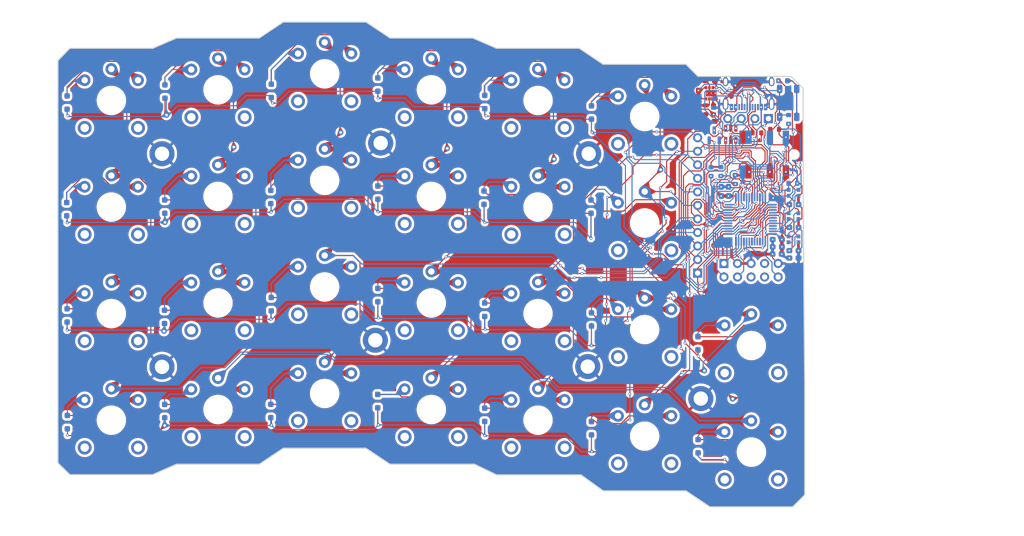
<source format=kicad_pcb>
(kicad_pcb (version 20240108) (generator "pcbnew") (generator_version "8.0")
  (title_block (title "Orbiter Wired") (date "2024-06-10") (rev "1.0") (company "Karl Strålman"))
  (layers (0 "F.Cu" signal) (31 "B.Cu" signal) (34 "B.Paste" user) (35 "F.Paste" user) (36 "B.SilkS" user "B.Silkscreen") (37 "F.SilkS" user "F.Silkscreen") (38 "B.Mask" user) (39 "F.Mask" user) (44 "Edge.Cuts" user))
  (net 0 "")
  (net 1 "Net-(D1-A)")
  (net 2 "Net-(D2-A)")
  (net 3 "Net-(D3-A)")
  (net 4 "Net-(D4-A)")
  (net 5 "Net-(D5-A)")
  (net 6 "Net-(D6-A)")
  (net 7 "Net-(D7-A)")
  (net 8 "Net-(D8-A)")
  (net 9 "Net-(D9-A)")
  (net 10 "Net-(D10-A)")
  (net 11 "Net-(D11-A)")
  (net 12 "Net-(D12-A)")
  (net 13 "Net-(D13-A)")
  (net 14 "Net-(D14-A)")
  (net 15 "Net-(D15-A)")
  (net 16 "Net-(D16-A)")
  (net 17 "Net-(D17-A)")
  (net 18 "Net-(D18-A)")
  (net 19 "Net-(D19-A)")
  (net 20 "Net-(D20-A)")
  (net 21 "Net-(D21-A)")
  (net 22 "Net-(D22-A)")
  (net 23 "Net-(D23-A)")
  (net 24 "Net-(D24-A)")
  (net 25 "Net-(D25-A)")
  (net 26 "Net-(D26-A)")
  (net 27 "Net-(D27-A)")
  (net 28 "Net-(D28-A)")
  (net 29 "Net-(D29-A)")
  (net 30 "Net-(D30-A)")
  (net 31 "Net-(D31-A)")
  (net 32 "Net-(D32-A)")
  (net 33 "Net-(D33-A)")
  (net 34 "Net-(D34-A)")
  (net 35 "Net-(D35-A)")
  (net 36 "Net-(D36-A)")
  (net 37 "Net-(D37-A)")
  (net 38 "Net-(D38-A)")
  (net 39 "Net-(D39-A)")
  (net 40 "Net-(D40-A)")
  (net 41 "Net-(D41-A)")
  (net 42 "Net-(D42-A)")
  (net 43 "Net-(D43-A)")
  (net 44 "Net-(D44-A)")
  (net 45 "Net-(D45-A)")
  (net 46 "Net-(D46-A)")
  (net 47 "Net-(D47-A)")
  (net 48 "Net-(D48-A)")
  (net 49 "Net-(D49-A)")
  (net 50 "Net-(D50-A)")
  (net 51 "Net-(D51-A)")
  (net 52 "Net-(D52-A)")
  (net 53 "GND")
  (net 57 "/BOOT0")
  (net 58 "/T_MCU_COL0")
  (net 59 "Net-(SW28-B)")
  (net 60 "/T_MCU_COL1")
  (net 61 "/T_MCU_COL2")
  (net 63 "Net-(USB_P1-CC)")
  (net 65 "Net-(USB_P2-CC)")
  (net 79 "/I2C2_SCL")
  (net 87 "/T_MCU_COL3")
  (net 98 "/I2C2_SDA")
  (net 99 "/USART_TX")
  (net 100 "Net-(SW1-B)")
  (net 101 "/T_MCU_COL4")
  (net 102 "/T_MCU_COL5")
  (net 103 "/TPS_VOUT")
  (net 104 "/TPS_EN")
  (net 105 "/TPS_SS")
  (net 106 "/T_MCU_ROW0")
  (net 107 "/T_MCU_ROW1")
  (net 108 "/NRST")
  (net 109 "/SWCLK")
  (net 110 "/SWDIO")
  (net 111 "/USART_RX")
  (net 112 "/USB_DN")
  (net 113 "/USB_DP")
  (net 114 "/USB_CONN_DN")
  (net 115 "/USB_CONN_DP")
  (net 116 "/T_MCU_ROW2")
  (net 117 "/T_MCU_ROW3")
  (net 118 "/T_MCU_ROW4")
  (net 119 "/TPS_PG")
  (net 120 "/TPS_FB")
  (net 121 "Net-(D59-DOUT)")
  (net 122 "Net-(D59-DIN)")
  (net 123 "Net-(D60-DIN)")
  (net 124 "/MCU_BOTTOM/LED1")
  (net 125 "Net-(D60-DOUT)")
  (net 126 "Net-(D61-DOUT)")
  (net 127 "Net-(D62-DOUT)")
  (net 134 "Net-(Q1-G)")
  (net 135 "Net-(Q2-G)")
  (footprint "PCM_Switch_Keyboard_Kailh_Reversible:SW_Kailh_Choc_V2_1.00u_Reversible" (layer "F.Cu") (at 176.241496 66.888207)
    (property "Reference" "SW20" (hide yes))
    (property "Value" "SW_Push" (hide yes))
  )
  (footprint "Capacitor_SMD:C_0603_1608Metric_Pad1.08x0.95mm_HandSolder" (layer "F.Cu") (at 206.32 64.16 90)
    (property "Reference" "C3" (hide yes))
    (property "Value" "22uF" (hide yes))
  )
  (footprint "Diode_SMD:D_SOD-323_HandSoldering" (layer "F.Cu") (at 186.266496 107.988207 90)
    (property "Reference" "D51")
    (property "Value" "1N4001")
  )
  (footprint "Diode_SMD:D_SOD-323_HandSoldering" (layer "F.Cu") (at 166.241496 106.163207 90)
    (property "Reference" "D43")
    (property "Value" "1N4001")
  )
  (footprint "Diode_SMD:D_SOD-323_HandSoldering" (layer "F.Cu") (at 186.266496 128.413207 90)
    (property "Reference" "D52")
    (property "Value" "1N4001")
  )
  (footprint "Capacitor_SMD:C_0603_1608Metric_Pad1.08x0.95mm_HandSolder" (layer "F.Cu") (at 208.46 70.82 180)
    (property "Reference" "C2" (hide yes))
    (property "Value" "430pF" (hide yes))
  )
  (footprint "Diode_SMD:D_SOD-323_HandSoldering" (layer "F.Cu") (at 146.216496 63.913207 90)
    (property "Reference" "D33")
    (property "Value" "1N4001")
  )
  (footprint "PCM_Switch_Keyboard_Kailh_Reversible:SW_Kailh_Choc_V2_1.00u_Reversible" (layer "F.Cu") (at 216.241496 132.888207)
    (property "Reference" "SW11" (hide yes))
    (property "Value" "SW_Push" (hide yes))
  )
  (footprint "Resistor_SMD:R_0603_1608Metric" (layer "F.Cu") (at 222.15 63.2 180)
    (property "Reference" "R6" (hide yes))
    (property "Value" "10k" (hide yes))
  )
  (footprint "Capacitor_SMD:C_0603_1608Metric_Pad1.08x0.95mm_HandSolder" (layer "F.Cu") (at 224.2225 86.4275)
    (property "Reference" "C20")
    (property "Value" "100nF")
  )
  (footprint "PCM_Switch_Keyboard_Kailh_Reversible:SW_Kailh_Choc_V2_1.00u_Reversible" (layer "F.Cu") (at 196.241496 129.888207)
    (property "Reference" "SW27" (hide yes))
    (property "Value" "SW_Push" (hide yes))
  )
  (footprint "Resistor_SMD:R_0603_1608Metric" (layer "F.Cu") (at 217.29 72.97)
    (property "Reference" "R2" (hide yes))
    (property "Value" "5.1k" (hide yes))
  )
  (footprint "Resistor_SMD:R_0603_1608Metric" (layer "F.Cu") (at 207.7 68.65 -90)
    (property "Reference" "R4" (hide yes))
    (property "Value" "100k" (hide yes))
  )
  (footprint "PCM_Switch_Keyboard_Kailh_Reversible:SW_Kailh_Choc_V2_1.00u_Reversible" (layer "F.Cu") (at 136.241496 61.888207)
    (property "Reference" "SW12" (hide yes))
    (property "Value" "SW_Push" (hide yes))
  )
  (footprint "PCM_Switch_Keyboard_Kailh_Reversible:SW_Kailh_Choc_V2_1.00u_Reversible" (layer "F.Cu") (at 196.241496 69.888207)
    (property "Reference" "SW24" (hide yes))
    (property "Value" "SW_Push" (hide yes))
  )
  (footprint "Capacitor_SMD:C_0603_1608Metric_Pad1.08x0.95mm_HandSolder" (layer "F.Cu") (at 224.2225 90.7275)
    (property "Reference" "C12")
    (property "Value" "100nF")
  )
  (footprint "Connector_PinSocket_2.54mm:PinSocket_1x04_P2.54mm_Vertical" (layer "F.Cu") (at 219.44 70.3 -90)
    (property "Reference" "J3")
    (property "Value" "I2C Extension")
  )
  (footprint "PCM_Switch_Keyboard_Kailh_Reversible:SW_Kailh_Choc_V2_1.00u_Reversible" (layer "F.Cu") (at 116.241496 84.888207)
    (property "Reference" "SW8" (hide yes))
    (property "Value" "SW_Push" (hide yes))
  )
  (footprint "Capacitor_SMD:C_0603_1608Metric_Pad1.08x0.95mm_HandSolder" (layer "F.Cu") (at 208.535 63.18 180)
    (property "Reference" "C1" (hide yes))
    (property "Value" "22uF" (hide yes))
  )
  (footprint "Connector_PinSocket_2.54mm:PinSocket_1x11_P2.54mm_Vertical" (layer "F.Cu") (at 206.173169 99.286831 180)
    (property "Reference" "J5")
    (property "Value" "Keyboard matrix")
  )
  (footprint "Diode_SMD:D_SOD-323_HandSoldering" (layer "F.Cu") (at 186.191496 86.813207 90)
    (property "Reference" "D50")
    (property "Value" "1N4001")
  )
  (footprint "Capacitor_SMD:C_0603_1608Metric_Pad1.08x0.95mm_HandSolder" (layer "F.Cu") (at 221.11 94.36 180)
    (property "Reference" "C5" (hide yes))
    (property "Value" "100n" (hide yes))
  )
  (footprint "MountingHole_NoSilkscreen:MountingHole_2.7mm_M2.5_DIN965_Pad_reversible" (layer "F.Cu") (at 105.741496 116.888207)
    (property "Reference" "H2" (hide yes))
    (property "Value" "MountingHole_Pad" (hide yes))
  )
  (footprint "Testpoint_Rev:TestPoint_THTPad_D1.0mm_Drill0.5mm_reversible" (layer "F.Cu") (at 207.441496 117.613207)
    (property "Reference" "COL1")
    (property "Value" "TestPoint_Small" (hide yes))
  )
  (footprint "Resistor_SMD:R_0603_1608Metric" (layer "F.Cu") (at 209.16 68.7 90)
    (property "Reference" "R1" (hide yes))
    (property "Value" "100k" (hide yes))
  )
  (footprint "Capacitor_SMD:C_0603_1608Metric_Pad1.08x0.95mm_HandSolder" (layer "F.Cu") (at 224.2225 95.0775)
    (property "Reference" "C10")
    (property "Value" "100nF")
  )
  (footprint "Diode_SMD:D_SOD-323_HandSoldering" (layer "F.Cu") (at 87.941496 67.288207 90)
    (property "Reference" "D6")
    (property "Value" "1N4001")
  )
  (footprint "PCM_Switch_Keyboard_Kailh_Reversible:SW_Kailh_Choc_V2_1.00u_Reversible" (layer "F.Cu") (at 156.241496 124.888207)
    (property "Reference" "SW19" (hide yes))
    (property "Value" "SW_Push" (hide yes))
  )
  (footprint "Diode_SMD:D_SOD-323_HandSoldering" (layer "F.Cu") (at 87.941496 107.238207 90)
    (property "Reference" "D8")
    (property "Value" "1N4001")
  )
  (footprint "Diode_SMD:D_SOD-323_HandSoldering" (layer "F.Cu") (at 206.266496 131.788207 90)
    (property "Reference" "D20")
    (property "Value" "1N4001")
  )
  (footprint "MountingHole_NoSilkscreen:MountingHole_2.7mm_M2.5_DIN965_Pad_reversible" (layer "F.Cu") (at 146.741496 74.888207)
    (property "Reference" "H3" (hide yes))
    (property "Value" "MountingHole_Pad" (hide yes))
  )
  (footprint "MountingHole_NoSilkscreen:MountingHole_2.7mm_M2.5_DIN965_Pad_reversible" (layer "F.Cu") (at 145.741496 111.888207)
    (property "Reference" "H4" (hide yes))
    (property "Value" "MountingHole_Pad" (hide yes))
  )
  (footprint "Capacitor_SMD:C_0603_1608Metric_Pad1.08x0.95mm_HandSolder" (layer "F.Cu") (at 221.08 95.73 180)
    (property "Reference" "C4" (hide yes))
    (property "Value" "4u7" (hide yes))
  )
  (footprint "PCM_Switch_Keyboard_Kailh_Reversible:SW_Kailh_Choc_V2_1.00u_Reversible" (layer "F.Cu") (at 156.241496 84.888207)
    (property "Reference" "SW17" (hide yes))
    (property "Value" "SW_Push" (hide yes))
  )
  (footprint "Testpoint_Rev:TestPoint_THTPad_D1.0mm_Drill0.5mm_reversible" (layer "F.Cu") (at 212.741496 122.888207)
    (property "Reference" "ROW5" (hide yes))
    (property "Value" "TestPoint_Small" (hide yes))
  )
  (footprint "Testpoint_Rev:TestPoint_THTPad_D1.0mm_Drill0.5mm_reversible" (layer "F.Cu") (at 106.241496 127.888207)
    (property "Reference" "ROW4" (hide yes))
    (property "Value" "TestPoint_Small" (hide yes))
  )
  (footprint "Resistor_SMD:R_0603_1608Metric" (layer "F.Cu") (at 220.61 72.31 180)
    (property "Reference" "R9")
    (property "Value" "8.2k")
  )
  (footprint "PCM_Switch_Keyboard_Kailh_Reversible:SW_Kailh_Choc_V2_1.00u_Reversible" (layer "F.Cu") (at 156.241496 64.888207)
    (property "Reference" "SW16" (hide yes))
    (property "Value" "SW_Push" (hide yes))
  )
  (footprint "MountingHole_NoSilkscreen:MountingHole_2.7mm_M2.5_DIN965_Pad_reversible" (layer "F.Cu") (at 206.766496 122.838207)
    (property "Reference" "H6" (hide yes))
    (property "Value" "MountingHole_Pad" (hide yes))
  )
  (footprint "Capacitor_SMD:C_0603_1608Metric_Pad1.08x0.95mm_HandSolder" (layer "F.Cu") (at 224.23 96.46)
    (property "Reference" "C8" (hide yes))
    (property "Value" "100n" (hide yes))
  )
  (footprint "Resistor_SMD:R_0603_1608Metric" (layer "F.Cu") (at 224.04 82.44)
    (property "Reference" "R18")
    (property "Value" "10k")
  )
  (footprint "LED_SMD:LED_WS2812B-2020_PLCC4_2.0x2.0mm" (layer "F.Cu") (at 224.1475 88.5925)
    (property "Reference" "D61")
    (property "Value" "WS2812B")
  )
  (footprint "PCM_Switch_Keyboard_Kailh_Reversible:SW_Kailh_Choc_V2_1.00u_Reversible" (layer "F.Cu") (at 176.241496 106.888207)
    (property "Reference" "SW22" (hide yes))
    (property "Value" "SW_Push" (hide yes))
  )
  (footprint "Testpoint_Rev:TestPoint_THTPad_D1.0mm_Drill0.5mm_reversible" (layer "F.Cu") (at 179.241496 77.888207)
    (property "Reference" "COL5" (hide yes))
    (property "Value" "TestPoint_Small" (hide yes))
  )
  (footprint "PCM_Switch_Keyboard_Kailh_Reversible:SW_Kailh_Choc_V2_1.00u_Reversible" (layer "F.Cu") (at 136.241496 121.888207)
    (property "Reference" "SW15" (hide yes))
    (property "Value" "SW_Push" (hide yes))
  )
  (footprint "Diode_SMD:D_SOD-323_HandSoldering" (layer "F.Cu") (at 206.241496 112.488207 90)
    (property "Reference" "D10")
    (property "Value" "1N4001")
  )
  (footprint "Resistor_SMD:R_0603_1608Metric" (layer "F.Cu") (at 208.68 80.26 -90)
    (property "Reference" "R17")
    (property "Value" "10k")
  )
  (footprint "Connector_USB:USB_C_Receptacle_XKB_U262-16XN-4BVC11" (layer "F.Cu") (at 215.72 64.465 180)
    (property "Reference" "USB_P1" (hide yes))
    (property "Value" "USB_C_Plug_USB2.0" (hide yes))
  )
  (footprint "Diode_SMD:D_SOD-323_HandSoldering" (layer "F.Cu") (at 166.241496 125.888207 90)
    (property "Reference" "D44")
    (property "Value" "1N4001")
  )
  (footprint "Testpoint_Rev:TestPoint_THTPad_D1.0mm_Drill0.5mm_reversible" (layer "F.Cu") (at 119.216496 75.638207)
    (property "Reference" "COL2" (hide yes))
    (property "Value" "TestPoint_Small" (hide yes))
  )
  (footprint "Connector_Audio:Jack_3.5mm_PJ320D_Horizontal" (layer "F.Cu") (at 219.54 77.05 180)
    (property "Reference" "J2" (hide yes))
    (property "Value" "AudioJack4" (hide yes))
  )
  (footprint "PCM_Switch_Keyboard_Kailh_Reversible:SW_Kailh_Choc_V2_1.00u_Reversible" (layer "F.Cu") (at 136.241496 101.888207)
    (property "Reference" "SW14" (hide yes))
    (property "Value" "SW_Push" (hide yes))
  )
  (footprint "PCM_Switch_Keyboard_Kailh_Reversible:SW_Kailh_Choc_V2_1.00u_Reversible" (layer "F.Cu") (at 176.241496 126.888207)
    (property "Reference" "SW23" (hide yes))
    (property "Value" "SW_Push" (hide yes))
  )
  (footprint "LED_SMD:LED_WS2812B-2020_PLCC4_2.0x2.0mm" (layer "F.Cu") (at 224.1475 84.2175)
    (property "Reference" "D59")
    (property "Value" "WS2812B")
  )
  (footprint "Capacitor_SMD:C_0603_1608Metric_Pad1.08x0.95mm_HandSolder" (layer "F.Cu") (at 210.58 83.97 90)
    (property "Reference" "C9" (hide yes))
    (property "Value" "100n" (hide yes))
  )
  (footprint "Capacitor_SMD:C_0603_1608Metric_Pad1.08x0.95mm_HandSolder" (layer "F.Cu") (at 211.97 83.96 90)
    (property "Reference" "C6" (hide yes))
    (property "Value" "100n" (hide yes))
  )
  (footprint "Diode_SMD:D_SOD-323_HandSoldering" (layer "F.Cu") (at 126.141496 85.013207 90)
    (property "Reference" "D26")
    (property "Value" "1N4001")
  )
  (footprint "MountingHole_NoSilkscreen:MountingHole_2.7mm_M2.5_DIN965_Pad_reversible" (layer "F.Cu") (at 105.741496 76.888207)
    (property "Reference" "H1" (hide yes))
    (property "Value" "MountingHole_Pad" (hide yes))
  )
  (footprint "Diode_SMD:D_SOD-323_HandSoldering" (layer "F.Cu") (at 106.266496 86.813207 90)
    (property "Reference" "D17")
    (property "Value" "1N4001")
  )
  (footprint "PCM_Switch_Keyboard_Kailh_Reversible:SW_Kailh_Choc_V2_1.00u_Reversible" (layer "F.Cu") (at 96.241496 106.888207)
    (property "Reference" "SW4" (hide yes))
    (property "Value" "SW_Push" (hide yes))
  )
  (footprint "MountingHole_NoSilkscreen:MountingHole_2.7mm_M2.5_DIN965_Pad_reversible" (layer "F.Cu") (at 185.566496 116.838207)
    (property "Reference" "H7" (hide yes))
    (property "Value" "MountingHole_Pad" (hide yes))
  )
  (footprint "Diode_SMD:D_SOD-323_HandSoldering" (layer "F.Cu") (at 166.116496 85.138207 90)
    (property "Reference" "D42")
    (property "Value" "1N4001")
  )
  (footprint "Diode_SMD:D_SOD-323_HandSoldering" (layer "F.Cu") (at 146.216496 103.413207 90)
    (property "Reference" "D35")
    (property "Value" "1N4001")
  )
  (footprint "TPS82140SILR:TPS82140SILR" (layer "F.Cu") (at 208.71 65.53 -90)
    (property "Reference" "U1" (hide yes))
    (property "Value" "TPS82140SILR")
  )
  (footprint "PCM_Switch_Keyboard_Kailh_Reversible:SW_Kailh_Choc_V2_1.00u_Reversible" (layer "F.Cu") (at 176.241496 86.888207)
    (property "Reference" "SW21" (hide yes))
    (property "Value" "SW_Push" (hide yes))
  )
  (footprint "Package_TO_SOT_SMD:SOT-23-6" (layer "F.Cu") (at 212.38 73.24 -90)
    (property "Reference" "USB_U1" (hide yes))
    (property "Value" "USBLC6-2SC6" (hide yes))
  )
  (footprint "PCM_Switch_Keyboard_Kailh_Reversible:SW_Kailh_Choc_V2_1.00u_Reversible" (layer "F.Cu") (at 216.241496 112.888207)
    (property "Reference" "SW6" (hide yes))
    (property "Value" "SW_Push" (hide yes))
  )
  (footprint "PCM_Switch_Keyboard_Kailh_Reversible:SW_Kailh_Choc_V2_1.00u_Reversible" (layer "F.Cu") (at 116.241496 124.888207)
    (property "Reference" "SW10" (hide yes))
    (property "Value" "SW_Push" (hide yes))
  )
  (footprint "PCM_Switch_Keyboard_Kailh_Reversible:SW_Kailh_Choc_V2_1.00u_Reversible" (layer "F.Cu") (at 96.241496 126.888207)
    (property "Reference" "SW5" (hide yes))
    (property "Value" "SW_Push" (hide yes))
  )
  (footprint "Diode_SMD:D_SOD-323_HandSoldering" (layer "F.Cu") (at 87.991496 127.263207 90)
    (property "Reference" "D9")
    (property "Value" "1N4001")
  )
  (footprint "Diode_SMD:D_SOD-323_HandSoldering" (layer "F.Cu") (at 106.241496 125.188207 90)
    (property "Reference" "D19")
    (property "Value" "1N4001")
  )
  (footprint "PCM_Switch_Keyboard_Kailh_Reversible:SW_Kailh_Choc_V2_1.00u_Reversible" (layer "F.Cu") (at 196.241496 89.888207)
    (property "Reference" "SW25" (hide yes))
    (property "Value" "SW_Push" (hide yes))
  )
  (footprint "Connector_PinSocket_2.54mm:PinSocket_2x05_P2.54mm_Vertical" (layer "F.Cu") (at 211.11 97.48 90)
    (property "Reference" "J1")
    (property "Value" "SWD")
  )
  (footprint "Diode_SMD:D_SOD-323_HandSoldering" (layer "F.Cu") (at 106.216496 107.513207 90)
    (property "Reference" "D18")
    (property "Value" "1N4001")
  )
  (footprint "PCM_Switch_Keyboard_Kailh_Reversible:SW_Kailh_Choc_V2_1.00u_Reversible" (layer "F.Cu") (at 196.241496 109.888207)
    (property "Reference" "SW26" (hide yes))
    (property "Value" "SW_Push" (hide yes))
  )
  (footprint "PCM_Switch_Keyboard_Kailh_Reversible:SW_Kailh_Choc_V2_1.00u_Reversible" (layer "F.Cu") (at 136.241496 81.888207)
    (property "Reference" "SW13" (hide yes))
    (property "Value" "SW_Push" (hide yes))
  )
  (footprint "PCM_Switch_Keyboard_Kailh_Reversible:SW_Kailh_Choc_V2_1.00u_Reversible" (layer "F.Cu") (at 116.241496 104.888207)
    (property "Reference" "SW9" (hide yes))
    (property "Value" "SW_Push" (hide yes))
  )
  (footprint "Resistor_SMD:R_0603_1608Metric" (layer "F.Cu") (at 213.24 81.74 -90)
    (property "Reference" "R5" (hide yes))
    (property "Value" "8.2k" (hide yes))
  )
  (footprint "MountingHole_NoSilkscreen:MountingHole_2.7mm_M2.5_DIN965_Pad_reversible" (layer "F.Cu") (at 185.741496 76.888207)
    (property "Reference" "H5" (hide yes))
    (property "Value" "MountingHole_Pad" (hide yes))
  )
  (footprint "Testpoint_Rev:TestPoint_THTPad_D1.0mm_Drill0.5mm_reversible" (layer "F.Cu") (at 106.578436 69.621865)
    (property "Reference" "ROW1" (hide yes))
    (property "Value" "TestPoint_Small" (hide yes))
  )
  (footprint "Testpoint_Rev:TestPoint_THTPad_D1.0mm_Drill0.5mm_reversible" (layer "F.Cu") (at 199.241496 79.888207)
    (property "Reference" "COL6" (hide yes))
    (property "Value" "TestPoint_Small" (hide yes))
  )
  (footprint "Package_QFP:LQFP-48_7x7mm_P0.5mm" (layer "F.Cu") (at 216.104481 89.198118 180)
    (property "Reference" "MCU1" (hide yes))
    (property "Value" "STM32F072CBTx" (hide yes))
  )
  (footprint "Testpoint_Rev:TestPoint_THTPad_D1.0mm_Drill0.5mm_reversible" (layer "F.Cu") (at 139.241496 72.888207)
    (property "Reference" "COL3" (hide yes))
    (property "Value" "TestPoint_Small" (hide yes))
  )
  (footprint "Resistor_SMD:R_0603_1608Metric" (layer "F.Cu") (at 210.54 80.23 90)
    (property "Reference" "R16")
    (property "Value" "22")
  )
  (footprint "Testpoint_Rev:TestPoint_THTPad_D1.0mm_Drill0.5mm_reversible" (layer "F.Cu") (at 106.291496 89.763207)
    (property "Reference" "ROW2" (hide yes))
    (property "Value" "TestPoint_Small" (hide yes))
  )
  (footprint "Diode_SMD:D_SOD-323_HandSoldering" (layer "F.Cu") (at 87.866496 87.288207 90)
    (property "Reference" "D7")
    (property "Value" "1N4001")
  )
  (footprint "Resistor_SMD:R_0603_1608Metric" (layer "F.Cu") (at 206.33 66.98 -90)
    (property "Reference" "R3" (hide yes))
    (property "Value" "309k" (hide yes))
  )
  (footprint "Testpoint_Rev:TestPoint_THTPad_D1.0mm_Drill0.5mm_reversible" (layer "F.Cu") (at 159.241496 75.888207)
    (property "Reference" "COL4" (hide yes))
    (property "Value" "TestPoint_Small" (hide yes))
  )
  (footprint "PCM_Switch_Keyboard_Kailh_Reversible:SW_Kailh_Choc_V2_1.00u_Reversible" (layer "F.Cu") (at 156.241496 104.888207)
    (property "Reference" "SW18" (hide yes))
    (property "Value" "SW_Push" (hide yes))
  )
  (footprint "PCM_Switch_Keyboard_Kailh_Reversible:SW_Kailh_Choc_V2_1.00u_Reversible" (layer "F.Cu") (at 116.241496 64.888207)
    (property "Reference" "SW7" (hide yes))
    (property "Value" "SW_Push" (hide yes))
  )
  (footprint "Diode_SMD:D_SOD-323_HandSoldering" (layer "F.Cu") (at 126.141496 125.163207 90)
    (property "Reference" "D28")
    (property "Value" "1N4001")
  )
  (footprint "Capacitor_SMD:C_0603_1608Metric_Pad1.08x0.95mm_HandSolder" (layer "F.Cu") (at 221.1075 92.985 180)
    (property "Reference" "C7" (hide yes))
    (property "Value" "100n" (hide yes))
  )
  (footprint "LED_SMD:LED_WS2812B-2020_PLCC4_2.0x2.0mm" (layer "F.Cu") (at 224.1475 92.9675)
    (property "Reference" "D63")
    (property "Value" "WS2812B")
  )
  (footprint "Diode_SMD:D_SOD-323_HandSoldering" (layer "F.Cu") (at 186.266496 69.163207 90)
    (property "Reference" "D49")
    (property "Value" "1N4001")
  )
  (footprint "Diode_SMD:D_SOD-323_HandSoldering" (layer "F.Cu") (at 126.216496 105.138207 90)
    (property "Reference" "D27")
    (property "Value" "1N4001")
  )
  (footprint "Package_TO_SOT_SMD:SOT-23" (layer "F.Cu") (at 209.29 73.44 90)
    (property "Reference" "Q1")
    (property "Value" "BSS138")
  )
  (footprint "Diode_SMD:D_SOD-323_HandSoldering" (layer "F.Cu") (at 146.191496 123.313207 90)
    (property "Reference" "D36")
    (property "Value" "1N4001")
  )
  (footprint "Diode_SMD:D_SOD-323_HandSoldering" (layer "F.Cu") (at 126.241496 65.088207 90)
    (property "Reference" "D25")
    (property "Value" "1N4001")
  )
  (footprint "Button_Switch_SMD:SW_SPST_PTS647_Sx38" (layer "F.Cu") (at 223.14 67.35 90)
    (property "Reference" "SW1")
    (property "Value" "SW_SPDT")
  )
  (footprint "Diode_SMD:D_SOD-323_HandSoldering" (layer "F.Cu") (at 106.3 65.225 90)
    (property "Reference" "D16")
    (property "Value" "1N4001")
  )
  (footprint "Diode_SMD:D_SOD-323_HandSoldering" (layer "F.Cu") (at 146.225 84.2 90)
    (property "Reference" "D34")
    (property "Value" "1N4001")
  )
  (footprint "PCM_Switch_Keyboard_Kailh_Reversible:SW_Kailh_Choc_V2_1.00u_Reversible" (layer "F.Cu") (at 96.241496 66.888207)
    (property "Reference" "SW2" (hide yes))
    (property "Value" "SW_Push" (hide yes))
  )
  (footprint "PCM_Switch_Keyboard_Kailh_Reversible:SW_Kailh_Choc_V2_1.00u_Reversible" (layer "F.Cu") (at 96.241496 86.888207)
    (property "Reference" "SW3" (hide yes))
    (property "Value" "SW_Push" (hide yes))
  )
  (footprint "Testpoint_Rev:TestPoint_THTPad_D1.0mm_Drill0.5mm_reversible" (layer "F.Cu") (at 106.116496 110.188207)
    (property "Reference" "ROW3" (hide yes))
    (property "Value" "TestPoint_Small" (hide yes))
  )
  (footprint "Diode_SMD:D_SOD-323_HandSoldering" (layer "F.Cu") (at 166.266496 67.188207 90)
    (property "Reference" "D41")
    (property "Value" "1N4001")
  )
  (footprint "Resistor_SMD:R_0603_1608Metric" (layer "B.Cu") (at 223.23 70.45 90)
    (property "Reference" "R10")
    (property "Value" "8.2k")
  )
  (footprint "Resistor_SMD:R_0603_1608Metric" (layer "B.Cu") (at 209.16 67.425 -90)
    (property "Reference" "R8" (hide yes))
    (property "Value" "5.1k" (hide yes))
  )
  (footprint "LED_SMD:LED_WS2812B-2020_PLCC4_2.0x2.0mm" (layer "B.Cu") (at 224.1475 92.9675 180)
    (property "Reference" "D64")
    (property "Value" "WS2812B")
  )
  (footprint "Diode_SMD:D_SOD-323_HandSoldering" (layer "B.Cu") (at 146.216496 63.913207 90)
    (property "Reference" "D29")
    (property "Value" "1N4001")
  )
  (footprint "Diode_SMD:D_SOD-323_HandSoldering" (layer "B.Cu") (at 126.141496 85.013207 90)
    (property "Reference" "D22")
    (property "Value" "1N4001")
  )
  (footprint "Diode_SMD:D_SOD-323_HandSoldering" (layer "B.Cu") (at 126.216496 65.088207 90)
    (property "Reference" "D21")
    (property "Value" "1N4001")
  )
  (footprint "Capacitor_SMD:C_0603_1608Metric_Pad1.08x0.95mm_HandSolder" (layer "B.Cu") (at 224.2225 90.7275)
    (property "Reference" "C19")
    (property "Value" "100nF")
  )
  (footprint "Diode_SMD:D_SOD-323_HandSoldering" (layer "B.Cu") (at 126.216496 105.138207 90)
    (property "Reference" "D23")
    (property "Value" "1N4001")
  )
  (footprint "LED_SMD:LED_WS2812B-2020_PLCC4_2.0x2.0mm" (layer "B.Cu") (at 224.1475 88.5925 180)
    (property "Reference" "D62")
    (property "Value" "WS2812B")
  )
  (footprint "Diode_SMD:D_SOD-323_HandSoldering" (layer "B.Cu") (at 146.191496 123.313207 90)
    (property "Reference" "D32")
    (property "Value" "1N4001")
  )
  (footprint "Diode_SMD:D_SOD-323_HandSoldering" (layer "B.Cu") (at 146.216496 103.413207 90)
    (property "Reference" "D31")
    (property "Value" "1N4001")
  )
  (footprint "Diode_SMD:D_SOD-323_HandSoldering" (layer "B.Cu") (at 186.266496 69.138207 90)
    (property "Reference" "D45")
    (property "Value" "1N4001")
  )
  (footprint "Resistor_SMD:R_0603_1608Metric" (layer "B.Cu") (at 213.24 81.74 -90)
    (property "Reference" "R11" (hide yes))
    (property "Value" "8.2k" (hide yes))
  )
  (footprint "Diode_SMD:D_SOD-323_HandSoldering" (layer "B.Cu") (at 106.291496 65.213207 90)
    (property "Reference" "D11")
    (property "Value" "1N4001")
  )
  (footprint "Resistor_SMD:R_0603_1608Metric" (layer "B.Cu") (at 208.68 80.26 -90)
    (property "Reference" "R20")
    (property "Value" "10k")
  )
  (footprint "Diode_SMD:D_SOD-323_HandSoldering" (layer "B.Cu") (at 166.241496 106.163207 90)
    (property "Reference" "D39")
    (property "Value" "1N4001")
  )
  (footprint "Capacitor_SMD:C_0603_1608Metric_Pad1.08x0.95mm_HandSolder" (layer "B.Cu") (at 224.2225 95.0775)
    (property "Reference" "C21")
    (property "Value" "100nF")
  )
  (footprint "Diode_SMD:D_SOD-323_HandSoldering" (layer "B.Cu") (at 206.216496 112.413207 90)
    (property "Reference" "D5")
    (property "Value" "1N4001")
  )
  (footprint "Diode_SMD:D_SOD-323_HandSoldering" (layer "B.Cu") (at 106.216496 107.513207 90)
    (property "Reference" "D13")
    (property "Value" "1N4001")
  )
  (footprint "Diode_SMD:D_SOD-323_HandSoldering" (layer "B.Cu") (at 87.991496 127.263207 90)
    (property "Reference" "D4")
    (property "Value" "1N4001")
  )
  (footprint "Capacitor_SMD:C_0603_1608Metric_Pad1.08x0.95mm_HandSolder" (layer "B.Cu") (at 221.08 95.73 180)
    (property "Reference" "C17" (hide yes))
    (property "Value" "100n" (hide yes))
  )
  (footprint "Diode_SMD:D_SOD-323_HandSoldering" (layer "B.Cu") (at 106.266496 86.813207 90)
    (property "Reference" "D12")
    (property "Value" "1N4001")
  )
  (footprint "Resistor_SMD:R_0603_1608Metric" (layer "B.Cu") (at 224.04 82.44)
    (property "Reference" "R21")
    (property "Value" "10k")
  )
  (footprint "Diode_SMD:D_SOD-323_HandSoldering" (layer "B.Cu") (at 186.266496 107.988207 90)
    (property "Reference" "D47")
    (property "Value" "1N4001")
  )
  (footprint "Diode_SMD:D_SOD-323_HandSoldering" (layer "B.Cu") (at 166.266496 67.188207 90)
    (property "Reference" "D37")
    (property "Value" "1N4001")
  )
  (footprint "Diode_SMD:D_SOD-323_HandSoldering" (layer "B.Cu") (at 186.166496 86.813207 90)
    (property "Reference" "D46")
    (property "Value" "1N4001")
  )
  (footprint "Diode_SMD:D_SOD-323_HandSoldering" (layer "B.Cu") (at 186.266496 128.413207 90)
    (property "Reference" "D48")
    (property "Value" "1N4001")
  )
  (footprint "Diode_SMD:D_SOD-323_HandSoldering" (layer "B.Cu") (at 126.141496 125.163207 90)
    (property "Reference" "D24")
    (property "Value" "1N4001")
  )
  (footprint "Diode_SMD:D_SOD-323_HandSoldering" (layer "B.Cu") (at 87.941496 107.238207 90)
    (property "Reference" "D3")
    (property "Value" "1N4001")
  )
  (footprint "Capacitor_SMD:C_0603_1608Metric_Pad1.08x0.95mm_HandSolder" (layer "B.Cu") (at 224.2225 86.4275)
    (property "Reference" "C11")
    (property "Value" "100nF")
  )
  (footprint "LED_SMD:LED_WS2812B-2020_PLCC4_2.0x2.0mm" (layer "B.Cu") (at 224.1475 84.2175 180)
    (property "Reference" "D60")
    (property "Value" "WS2812B")
  )
  (footprint "fluff:kjellc__10x10" (layer "B.Cu") (at 263.613724 95.093207 180)
    (property "Reference" "G***" (hide yes))
    (property "Value" "LOGO" (hide yes))
  )
  (footprint "Button_Switch_SMD:SW_SPST_PTS647_Sx38" (layer "B.Cu") (at 223.14 67.35 -90)
    (property "Reference" "SW28")
    (property "Value" "SW_SPDT")
  )
  (footprint "Diode_SMD:D_SOD-323_HandSoldering" (layer "B.Cu") (at 87.941496 67.288207 90)
    (property "Reference" "D1")
    (property "Value" "1N4001")
  )
  (footprint "Connector_Audio:Jack_3.5mm_PJ320D_Horizontal" (layer "B.Cu") (at 219.54 77.05 180)
    (property "Reference" "J4" (hide yes))
    (property "Value" "AudioJack4" (hide yes))
  )
  (footprint "Capacitor_SMD:C_0603_1608Metric_Pad1.08x0.95mm_HandSolder" (layer "B.Cu") (at 211.97 83.96 90)
    (property "Reference" "C16" (hide yes))
    (property "Value" "100n" (hide yes))
  )
  (footprint "Resistor_SMD:R_0603_1608Metric" (layer "B.Cu") (at 210.54 80.23 90)
    (property "Reference" "R19")
    (property "Value" "22")
  )
  (footprint "Diode_SMD:D_SOD-323_HandSoldering" (layer "B.Cu") (at 166.116496 85.138207 90)
    (property "Reference" "D38")
    (property "Value" "1N4001")
  )
  (footprint "Diode_SMD:D_SOD-323_HandSoldering" (layer "B.Cu") (at 106.241496 125.163207 90)
    (property "Reference" "D14")
    (property "Value" "1N4001")
  )
  (footprint "Capacitor_SMD:C_0603_1608Metric_Pad1.08x0.95mm_HandSolder" (layer "B.Cu") (at 221.1075 92.985 180)
    (property "Reference" "C14" (hide yes))
    (property "Value" "100n" (hide yes))
  )
  (footprint "Diode_SMD:D_SOD-323_HandSoldering" (layer "B.Cu") (at 206.241496 131.788207 90)
    (property "Reference" "D15")
    (property "Value" "1N4001")
  )
  (footprint "Package_TO_SOT_SMD:SOT-23" (layer "B.Cu") (at 209.29 73.44 90)
    (property "Reference" "Q2")
    (property "Value" "BSS138")
  )
  (footprint "Connector_USB:USB_C_Receptacle_XKB_U262-16XN-4BVC11" (layer "B.Cu") (at 215.72 64.465)
    (property "Reference" "USB_P2" (hide yes))
    (property "Value" "USB_C_Plug_USB2.0" (hide yes))
  )
  (footprint "Package_QFP:LQFP-48_7x7mm_P0.5mm" (layer "B.Cu") (at 216.104481 89.198118 90)
    (property "Reference" "MCU2" (hide yes))
    (property "Value" "STM32F072CBTx" (hide yes))
  )
  (footprint "Capacitor_SMD:C_0603_1608Metric_Pad1.08x0.95mm_HandSolder" (layer "B.Cu") (at 210.58 83.97 90)
    (property "Reference" "C15" (hide yes))
    (property "Value" "100n" (hide yes))
  )
  (footprint "Diode_SMD:D_SOD-323_HandSoldering" (layer "B.Cu") (at 166.241496 125.888207 90)
    (property "Reference" "D40")
    (property "Value" "1N4001")
  )
  (footprint "Diode_SMD:D_SOD-323_HandSoldering" (layer "B.Cu") (at 146.216496 84.163207 90)
    (property "Reference" "D30")
    (property "Value" "1N4001")
  )
  (footprint "Resistor_SMD:R_0603_1608Metric" (layer "B.Cu") (at 222.15 63.2 180)
    (property "Reference" "R7")
    (property "Value" "10k")
  )
  (footprint "Diode_SMD:D_SOD-323_HandSoldering" (layer "B.Cu") (at 87.866496 87.288207 90)
    (property "Reference" "D2")
    (property "Value" "1N4001")
  )
  (footprint "Capacitor_SMD:C_0603_1608Metric_Pad1.08x0.95mm_HandSolder" (layer "B.Cu") (at 221.11 94.36 180)
    (property "Reference" "C13" (hide yes))
    (property "Value" "4u7" (hide yes))
  )
  (footprint "Capacitor_SMD:C_0603_1608Metric_Pad1.08x0.95mm_HandSolder" (layer "B.Cu") (at 224.23 96.46)
    (property "Reference" "C18" (hide yes))
    (property "Value" "100n" (hide yes))
  )
  (gr_line (start 225.953412 82.091512) (end 226.243397 120.889161) (stroke (width 0.2)) (layer "Edge.Cuts"))
  (gr_line (start 164.354792 135.162212) (end 168.468673 137.164161) (stroke (width 0.2)) (layer "Edge.Cuts"))
  (gr_line (start 226.243397 120.889161) (end 226.243397 140.914161) (stroke (width 0.2)) (layer "Edge.Cuts"))
  (gr_line (start 88.468396 137.114157) (end 86.218396 134.914161) (stroke (width 0.2)) (layer "Edge.Cuts"))
  (gr_line (start 86.218396 59.414158) (end 88.44309 57.116066) (stroke (width 0.2)) (layer "Edge.Cuts"))
  (gr_line (start 225.953412 82.091512) (end 225.953412 64.629594) (stroke (width 0.2)) (layer "Edge.Cuts"))
  (gr_line (start 123.977964 135.164161) (end 128.468182 132.164161) (stroke (width 0.2)) (layer "Edge.Cuts"))
  (gr_line (start 188.468673 140.164161) (end 203.993397 140.162256) (stroke (width 0.2)) (layer "Edge.Cuts"))
  (gr_line (start 148.491498 55.164158) (end 143.991494 52.162256) (stroke (width 0.2)) (layer "Edge.Cuts"))
  (gr_line (start 143.991494 52.162256) (end 128.491498 52.164158) (stroke (width 0.2)) (layer "Edge.Cuts"))
  (gr_line (start 168.491498 57.11606) (end 183.991494 57.114158) (stroke (width 0.2)) (layer "Edge.Cuts"))
  (gr_line (start 128.468182 132.164161) (end 143.993621 132.162256) (stroke (width 0.2)) (layer "Edge.Cuts"))
  (gr_line (start 168.491498 57.11606) (end 163.991494 55.162256) (stroke (width 0.2)) (layer "Edge.Cuts"))
  (gr_line (start 225.953412 64.629594) (end 223.703412 62.379594) (stroke (width 0.2)) (layer "Edge.Cuts"))
  (gr_line (start 103.991494 57.114158) (end 88.44309 57.116066) (stroke (width 0.2)) (layer "Edge.Cuts"))
  (gr_line (start 184.31447 137.164161) (end 188.468673 140.164161) (stroke (width 0.2)) (layer "Edge.Cuts"))
  (gr_line (start 143.993621 132.162256) (end 148.493394 135.164158) (stroke (width 0.2)) (layer "Edge.Cuts"))
  (gr_line (start 203.993397 140.162256) (end 208.468397 143.164161) (stroke (width 0.2)) (layer "Edge.Cuts"))
  (gr_line (start 88.468396 137.114157) (end 103.993397 137.114157) (stroke (width 0.2)) (layer "Edge.Cuts"))
  (gr_line (start 148.493394 135.164158) (end 164.354792 135.162212) (stroke (width 0.2)) (layer "Edge.Cuts"))
  (gr_line (start 188.45883 60.116064) (end 183.991494 57.114158) (stroke (width 0.2)) (layer "Edge.Cuts"))
  (gr_line (start 103.993397 137.114157) (end 108.4453 135.164161) (stroke (width 0.2)) (layer "Edge.Cuts"))
  (gr_line (start 208.468397 143.164161) (end 223.993397 143.164161) (stroke (width 0.2)) (layer "Edge.Cuts"))
  (gr_line (start 128.491498 52.164158) (end 123.991494 55.162256) (stroke (width 0.2)) (layer "Edge.Cuts"))
  (gr_line (start 203.991494 60.114158) (end 206.243397 62.379594) (stroke (width 0.2)) (layer "Edge.Cuts"))
  (gr_line (start 188.45883 60.116064) (end 203.991494 60.114158) (stroke (width 0.2)) (layer "Edge.Cuts"))
  (gr_line (start 108.491498 55.164158) (end 103.991494 57.114158) (stroke (width 0.2)) (layer "Edge.Cuts"))
  (gr_line (start 86.218396 59.414158) (end 86.218396 134.914161) (stroke (width 0.2)) (layer "Edge.Cuts"))
  (gr_line (start 168.468673 137.164161) (end 184.31447 137.164161) (stroke (width 0.2)) (layer "Edge.Cuts"))
  (gr_line (start 123.991494 55.162256) (end 108.491498 55.164158) (stroke (width 0.2)) (layer "Edge.Cuts"))
  (gr_line (start 223.993397 143.164161) (end 226.243397 140.914161) (stroke (width 0.2)) (layer "Edge.Cuts"))
  (gr_line (start 148.491498 55.164158) (end 163.991494 55.162256) (stroke (width 0.2)) (layer "Edge.Cuts"))
  (gr_line (start 108.4453 135.164161) (end 123.977964 135.164161) (stroke (width 0.2)) (layer "Edge.Cuts"))
  (gr_line (start 206.243397 62.379594) (end 223.703412 62.379594) (stroke (width 0.2)) (layer "Edge.Cuts"))
  (segment (start 89.511793 63.088207) (end 91.241496 63.088207) (width 0.2) (layer "B.Cu") (net 1))
  (segment (start 87.941496 64.658504) (end 89.511793 63.088207) (width 0.2) (layer "B.Cu") (net 1))
  (segment (start 87.941496 66.038207) (end 87.941496 64.658504) (width 0.2) (layer "B.Cu") (net 1))
  (segment (start 87.866496 84.133504) (end 88.911793 83.088207) (width 0.2) (layer "B.Cu") (net 2))
  (segment (start 88.911793 83.088207) (end 91.241496 83.088207) (width 0.2) (layer "B.Cu") (net 2))
  (segment (start 87.866496 86.038207) (end 87.866496 84.133504) (width 0.2) (layer "B.Cu") (net 2))
  (segment (start 89.661793 103.088207) (end 87.941496 104.808504) (width 0.2) (layer "B.Cu") (net 3))
  (segment (start 91.241496 103.088207) (end 89.661793 103.088207) (width 0.2) (layer "B.Cu") (net 3))
  (segment (start 87.941496 104.808504) (end 87.941496 105.988207) (width 0.2) (layer "B.Cu") (net 3))
  (segment (start 87.991496 126.013207) (end 87.991496 124.458504) (width 0.2) (layer "B.Cu") (net 4))
  (segment (start 89.361793 123.088207) (end 91.241496 123.088207) (width 0.2) (layer "B.Cu") (net 4))
  (segment (start 87.991496 124.458504) (end 89.361793 123.088207) (width 0.2) (layer "B.Cu") (net 4))
  (segment (start 207.636793 109.088207) (end 211.241496 109.088207) (width 0.2) (layer "B.Cu") (net 5))
  (segment (start 206.216496 111.163207) (end 206.216496 110.508504) (width 0.2) (layer "B.Cu") (net 5))
  (segment (start 206.216496 110.508504) (end 207.636793 109.088207) (width 0.2) (layer "B.Cu") (net 5))
  (segment (start 87.941496 64.372952) (end 92.751241 59.563207) (width 0.2) (layer "F.Cu") (net 6))
  (segment (start 87.941496 66.038207) (end 87.941496 64.372952) (width 0.2) (layer "F.Cu") (net 6))
  (segment (start 97.716496 59.563207) (end 101.241496 63.088207) (width 0.2) (layer "F.Cu") (net 6))
  (segment (start 92.751241 59.563207) (end 97.716496 59.563207) (width 0.2) (layer "F.Cu") (net 6))
  (segment (start 87.866496 86.038207) (end 87.866496 84.183504) (width 0.2) (layer "F.Cu") (net 7))
  (segment (start 96.326241 83.088207) (end 101.241496 83.088207) (width 0.2) (layer "F.Cu") (net 7))
  (segment (start 94.638034 81.4) (end 96.326241 83.088207) (width 0.2) (layer "F.Cu") (net 7))
  (segment (start 90.65 81.4) (end 94.638034 81.4) (width 0.2) (layer "F.Cu") (net 7))
  (segment (start 87.866496 84.183504) (end 90.65 81.4) (width 0.2) (layer "F.Cu") (net 7))
  (segment (start 87.941496 105.988207) (end 91.886793 105.988207) (width 0.2) (layer "F.Cu") (net 8))
  (segment (start 91.886793 105.988207) (end 94.786793 103.088207) (width 0.2) (layer "F.Cu") (net 8))
  (segment (start 94.786793 103.088207) (end 101.241496 103.088207) (width 0.2) (layer "F.Cu") (net 8))
  (segment (start 87.991496 126.013207) (end 91.711793 126.013207) (width 0.2) (layer "F.Cu") (net 9))
  (segment (start 94.636793 123.088207) (end 101.241496 123.088207) (width 0.2) (layer "F.Cu") (net 9))
  (segment (start 91.711793 126.013207) (end 94.636793 123.088207) (width 0.2) (layer "F.Cu") (net 9))
  (segment (start 206.241496 111.238207) (end 212.666496 111.238207) (width 0.2) (layer "F.Cu") (net 10))
  (segment (start 212.666496 111.238207) (end 214.816496 109.088207) (width 0.2) (layer "F.Cu") (net 10))
  (segment (start 214.816496 109.088207) (end 221.241496 109.088207) (width 0.2) (layer "F.Cu") (net 10))
  (segment (start 107.666496 61.088207) (end 111.241496 61.088207) (width 0.2) (layer "B.Cu") (net 11))
  (segment (start 106.291496 62.463207) (end 107.666496 61.088207) (width 0.2) (layer "B.Cu") (net 11))
  (segment (start 106.291496 64.338207) (end 106.291496 62.463207) (width 0.2) (layer "B.Cu") (net 11))
  (segment (start 106.266496 85.563207) (end 106.266496 83.683504) (width 0.2) (layer "B.Cu") (net 12))
  (segment (start 108.861793 81.088207) (end 111.241496 81.088207) (width 0.2) (layer "B.Cu") (net 12))
  (segment (start 106.266496 83.683504) (end 108.861793 81.088207) (width 0.2) (layer "B.Cu") (net 12))
  (segment (start 109.261793 101.088207) (end 111.241496 101.088207) (width 0.2) (layer "B.Cu") (net 13))
  (segment (start 106.216496 104.133504) (end 109.261793 101.088207) (width 0.2) (layer "B.Cu") (net 13))
  (segment (start 106.216496 106.263207) (end 106.216496 104.133504) (width 0.2) (layer "B.Cu") (net 13))
  (segment (start 106.241496 123.913207) (end 106.241496 122.958504) (width 0.2) (layer "B.Cu") (net 14))
  (segment (start 110.329703 122) (end 111.241496 121.088207) (width 0.2) (layer "B.Cu") (net 14))
  (segment (start 106.241496 122.958504) (end 107.2 122) (width 0.2) (layer "B.Cu") (net 14))
  (segment (start 107.2 122) (end 110.329703 122) (width 0.2) (layer "B.Cu") (net 14))
  (segment (start 206.241496 129.858504) (end 207.011793 129.088207) (width 0.2) (layer "B.Cu") (net 15))
  (segment (start 207.011793 129.088207) (end 211.241496 129.088207) (width 0.2) (layer "B.Cu") (net 15))
  (segment (start 206.241496 130.538207) (end 206.241496 129.858504) (width 0.2) (layer "B.Cu") (net 15))
  (segment (start 106.3 62.525) (end 111.261793 57.563207) (width 0.2) (layer "F.Cu") (net 16))
  (segment (start 117.716496 57.563207) (end 121.241496 61.088207) (width 0.2) (layer "F.Cu") (net 16))
  (segment (start 106.3 63.975) (end 106.3 62.525) (width 0.2) (layer "F.Cu") (net 16))
  (segment (start 111.261793 57.563207) (end 117.716496 57.563207) (width 0.2) (layer "F.Cu") (net 16))
  (segment (start 110.186793 85.563207) (end 114.661793 81.088207) (width 0.2) (layer "F.Cu") (net 17))
  (segment (start 106.266496 85.563207) (end 110.186793 85.563207) (width 0.2) (layer "F.Cu") (net 17))
  (segment (start 114.661793 81.088207) (end 121.241496 81.088207) (width 0.2) (layer "F.Cu") (net 17))
  (segment (start 108.836793 106.263207) (end 114.011793 101.088207) (width 0.2) (layer "F.Cu") (net 18))
  (segment (start 114.011793 101.088207) (end 121.241496 101.088207) (width 0.2) (layer "F.Cu") (net 18))
  (segment (start 106.216496 106.263207) (end 108.836793 106.263207) (width 0.2) (layer "F.Cu") (net 18))
  (segment (start 114.811793 121.088207) (end 121.241496 121.088207) (width 0.2) (layer "F.Cu") (net 19))
  (segment (start 106.241496 123.938207) (end 111.961793 123.938207) (width 0.2) (layer "F.Cu") (net 19))
  (segment (start 111.961793 123.938207) (end 114.811793 121.088207) (width 0.2) (layer "F.Cu") (net 19))
  (segment (start 214.490277 130.538207) (end 215.940277 129.088207) (width 0.2) (layer "F.Cu") (net 20))
  (segment (start 206.266496 130.538207) (end 214.490277 130.538207) (width 0.2) (layer "F.Cu") (net 20))
  (segment (start 215.940277 129.088207) (end 221.241496 129.088207) (width 0.2) (layer "F.Cu") (net 20))
  (segment (start 129.236793 58.088207) (end 131.241496 58.088207) (width 0.2) (layer "B.Cu") (net 21))
  (segment (start 126.216496 61.108504) (end 129.236793 58.088207) (width 0.2) (layer "B.Cu") (net 21))
  (segment (start 126.216496 63.838207) (end 126.216496 61.108504) (width 0.2) (layer "B.Cu") (net 21))
  (segment (start 126.141496 83.763207) (end 126.141496 80.633504) (width 0.2) (layer "B.Cu") (net 22))
  (segment (start 128.686793 78.088207) (end 131.241496 78.088207) (width 0.2) (layer "B.Cu") (net 22))
  (segment (start 126.141496 80.633504) (end 128.686793 78.088207) (width 0.2) (layer "B.Cu") (net 22))
  (segment (start 129.361793 98.088207) (end 131.241496 98.088207) (width 0.2) (layer "B.Cu") (net 23))
  (segment (start 126.216496 103.888207) (end 126.216496 101.233504) (width 0.2) (layer "B.Cu") (net 23))
  (segment (start 126.216496 101.233504) (end 129.361793 98.088207) (width 0.2) (layer "B.Cu") (net 23))
  (segment (start 126.141496 120.808504) (end 128.861793 118.088207) (width 0.2) (layer "B.Cu") (net 24))
  (segment (start 128.861793 118.088207) (end 131.241496 118.088207) (width 0.2) (layer "B.Cu") (net 24))
  (segment (start 126.141496 123.913207) (end 126.141496 120.808504) (width 0.2) (layer "B.Cu") (net 24))
  (segment (start 137.716496 54.563207) (end 141.241496 58.088207) (width 0.2) (layer "F.Cu") (net 25))
  (segment (start 132.751241 54.563207) (end 137.716496 54.563207) (width 0.2) (layer "F.Cu") (net 25))
  (segment (start 126.241496 61.072952) (end 132.751241 54.563207) (width 0.2) (layer "F.Cu") (net 25))
  (segment (start 126.241496 63.838207) (end 126.241496 61.072952) (width 0.2) (layer "F.Cu") (net 25))
  (segment (start 133.228484 80.8) (end 135.940277 78.088207) (width 0.2) (layer "F.Cu") (net 26))
  (segment (start 135.940277 78.088207) (end 141.241496 78.088207) (width 0.2) (layer "F.Cu") (net 26))
  (segment (start 126.141496 83.763207) (end 126.141496 83.058504) (width 0.2) (layer "F.Cu") (net 26))
  (segment (start 128.4 80.8) (end 133.228484 80.8) (width 0.2) (layer "F.Cu") (net 26))
  (segment (start 126.141496 83.058504) (end 128.4 80.8) (width 0.2) (layer "F.Cu") (net 26))
  (segment (start 129.411793 103.888207) (end 135.211793 98.088207) (width 0.2) (layer "F.Cu") (net 27))
  (segment (start 126.216496 103.888207) (end 129.411793 103.888207) (width 0.2) (layer "F.Cu") (net 27))
  (segment (start 135.211793 98.088207) (end 141.241496 98.088207) (width 0.2) (layer "F.Cu") (net 27))
  (segment (start 135.061793 118.088207) (end 141.241496 118.088207) (width 0.2) (layer "F.Cu") (net 28))
  (segment (start 126.141496 123.913207) (end 129.236793 123.913207) (width 0.2) (layer "F.Cu") (net 28))
  (segment (start 129.236793 123.913207) (end 135.061793 118.088207) (width 0.2) (layer "F.Cu") (net 28))
  (segment (start 146.216496 61.708504) (end 147.025 60.9) (width 0.2) (layer "B.Cu") (net 29))
  (segment (start 147.025 60.9) (end 151.053289 60.9) (width 0.2) (layer "B.Cu") (net 29))
  (segment (start 146.216496 62.663207) (end 146.216496 61.708504) (width 0.2) (layer "B.Cu") (net 29))
  (segment (start 151.241496 81.088207) (end 146.886793 81.088207) (width 0.2) (layer "B.Cu") (net 30))
  (segment (start 146.886793 81.088207) (end 146.216496 81.758504) (width 0.2) (layer "B.Cu") (net 30))
  (segment (start 146.216496 81.758504) (end 146.216496 82.863207) (width 0.2) (layer "B.Cu") (net 30))
  (segment (start 146.775 100.7) (end 150.853289 100.7) (width 0.2) (layer "B.Cu") (net 31))
  (segment (start 146.216496 102.163207) (end 146.216496 101.258504) (width 0.2) (layer "B.Cu") (net 31))
  (segment (start 146.216496 101.258504) (end 146.775 100.7) (width 0.2) (layer "B.Cu") (net 31))
  (segment (start 146.191496 122.063207) (end 150.266496 122.063207) (width 0.2) (layer "B.Cu") (net 32))
  (segment (start 150.266496 122.063207) (end 151.241496 121.088207) (width 0.2) (layer "B.Cu") (net 32))
  (segment (start 150.291496 57.563207) (end 157.716496 57.563207) (width 0.2) (layer "F.Cu") (net 33))
  (segment (start 146.216496 63.038207) (end 146.216496 61.638207) (width 0.2) (layer "F.Cu") (net 33))
  (segment (start 146.216496 61.638207) (end 150.291496 57.563207) (width 0.2) (layer "F.Cu") (net 33))
  (segment (start 157.716496 57.563207) (end 161.241496 61.088207) (width 0.2) (layer "F.Cu") (net 33))
  (segment (start 154.078484 82.95) (end 155.940277 81.088207) (width 0.2) (layer "F.Cu") (net 34))
  (segment (start 155.940277 81.088207) (end 161.241496 81.088207) (width 0.2) (layer "F.Cu") (net 34))
  (segment (start 146.225 82.95) (end 154.078484 82.95) (width 0.2) (layer "F.Cu") (net 34))
  (segment (start 154.886793 101.088207) (end 161.241496 101.088207) (width 0.2) (layer "F.Cu") (net 35))
  (segment (start 152.748258 103.226742) (end 154.886793 101.088207) (width 0.2) (layer "F.Cu") (net 35))
  (segment (start 148.451742 103.226742) (end 152.748258 103.226742) (width 0.2) (layer "F.Cu") (net 35))
  (segment (start 147.388207 102.163207) (end 148.451742 103.226742) (width 0.2) (layer "F.Cu") (net 35))
  (segment (start 146.216496 102.163207) (end 147.388207 102.163207) (width 0.2) (layer "F.Cu") (net 35))
  (segment (start 150.201241 122.063207) (end 150.651241 122.513207) (width 0.2) (layer "F.Cu") (net 36))
  (segment (start 146.191496 122.063207) (end 150.201241 122.063207) (width 0.2) (layer "F.Cu") (net 36))
  (segment (start 154.786793 121.088207) (end 161.241496 121.088207) (width 0.2) (layer "F.Cu") (net 36))
  (segment (start 150.651241 122.513207) (end 153.361793 122.513207) (width 0.2) (layer "F.Cu") (net 36))
  (segment (start 153.361793 122.513207) (end 154.786793 121.088207) (width 0.2) (layer "F.Cu") (net 36))
  (segment (start 171.241496 63.088207) (end 167.161793 63.088207) (width 0.2) (layer "B.Cu") (net 37))
  (segment (start 167.161793 63.088207) (end 166.175 64.075) (width 0.2) (layer "B.Cu") (net 37))
  (segment (start 166.175 64.075) (end 166.175 65.768307) (width 0.2) (layer "B.Cu") (net 37))
  (segment (start 170.353289 82.2) (end 171.241496 83.088207) (width 0.2) (layer "B.Cu") (net 38))
  (segment (start 167.05 82.2) (end 170.353289 82.2) (width 0.2) (layer "B.Cu") (net 38))
  (segment (start 166.116496 83.888207) (end 166.116496 83.133504) (width 0.2) (layer "B.Cu") (net 38))
  (segment (start 166.116496 83.133504) (end 167.05 82.2) (width 0.2) (layer "B.Cu") (net 38))
  (segment (start 166.241496 104.913207) (end 166.241496 104.333504) (width 0.2) (layer "B.Cu") (net 39))
  (segment (start 167.486793 103.088207) (end 171.241496 103.088207) (width 0.2) (layer "B.Cu") (net 39))
  (segment (start 166.241496 104.333504) (end 167.486793 103.088207) (width 0.2) (layer "B.Cu") (net 39))
  (segment (start 167.2 122.825) (end 170.978289 122.825) (width 0.2) (layer "B.Cu") (net 40))
  (segment (start 166.241496 123.783504) (end 167.2 122.825) (width 0.2) (layer "B.Cu") (net 40))
  (segment (start 166.241496 124.638207) (end 166.241496 123.783504) (width 0.2) (layer "B.Cu") (net 40))
  (segment (start 166.266496 64.058504) (end 170.761793 59.563207) (width 0.2) (layer "F.Cu") (net 41))
  (segment (start 170.761793 59.563207) (end 177.716496 59.563207) (width 0.2) (layer "F.Cu") (net 41))
  (segment (start 177.716496 59.563207) (end 181.241496 63.088207) (width 0.2) (layer "F.Cu") (net 41))
  (segment (start 166.266496 65.938207) (end 166.266496 64.058504) (width 0.2) (layer "F.Cu") (net 41))
  (segment (start 166.116496 83.888207) (end 166.741496 84.513207) (width 0.2) (layer "F.Cu") (net 42))
  (segment (start 175.940277 83.088207) (end 181.241496 83.088207) (width 0.2) (layer "F.Cu") (net 42))
  (segment (start 166.741496 84.513207) (end 174.515277 84.513207) (width 0.2) (layer "F.Cu") (net 42))
  (segment (start 174.515277 84.513207) (end 175.940277 83.088207) (width 0.2) (layer "F.Cu") (net 42))
  (segment (start 173.211793 104.913207) (end 175.036793 103.088207) (width 0.2) (layer "F.Cu") (net 43))
  (segment (start 175.036793 103.088207) (end 181.241496 103.088207) (width 0.2) (layer "F.Cu") (net 43))
  (segment (start 166.241496 104.913207) (end 173.211793 104.913207) (width 0.2) (layer "F.Cu") (net 43))
  (segment (start 181.241496 123.088207) (end 174.161793 123.088207) (width 0.2) (layer "F.Cu") (net 44))
  (segment (start 174.161793 123.088207) (end 172.611793 124.638207) (width 0.2) (layer "F.Cu") (net 44))
  (segment (start 172.611793 124.638207) (end 166.241496 124.638207) (width 0.2) (layer "F.Cu") (net 44))
  (segment (start 186.266496 67.083504) (end 187.261793 66.088207) (width 0.2) (layer "B.Cu") (net 45))
  (segment (start 186.266496 67.888207) (end 186.266496 67.083504) (width 0.2) (layer "B.Cu") (net 45))
  (segment (start 187.261793 66.088207) (end 191.241496 66.088207) (width 0.2) (layer "B.Cu") (net 45))
  (segment (start 186.166496 85.563207) (end 186.166496 84.583504) (width 0.2) (layer "B.Cu") (net 46))
  (segment (start 187.2 83.55) (end 188.703289 83.55) (width 0.2) (layer "B.Cu") (net 46))
  (segment (start 188.703289 83.55) (end 191.241496 86.088207) (width 0.2) (layer "B.Cu") (net 46))
  (segment (start 186.166496 84.583504) (end 187.2 83.55) (width 0.2) (layer "B.Cu") (net 46))
  (segment (start 191.241496 106.088207) (end 189.228289 104.075) (width 0.2) (layer "B.Cu") (net 47))
  (segment (start 187.925 104.075) (end 186.266496 105.733504) (width 0.2) (layer "B.Cu") (net 47))
  (segment (start 189.228289 104.075) (end 187.925 104.075) (width 0.2) (layer "B.Cu") (net 47))
  (segment (start 186.266496 105.733504) (end 186.266496 106.738207) (width 0.2) (layer "B.Cu") (net 47))
  (segment (start 186.266496 126.358504) (end 186.266496 127.163207) (width 0.2) (layer "B.Cu") (net 48))
  (segment (start 186.536793 126.088207) (end 186.266496 126.358504) (width 0.2) (layer "B.Cu") (net 48))
  (segment (start 191.241496 126.088207) (end 186.536793 126.088207) (width 0.2) (layer "B.Cu") (net 48))
  (segment (start 186.266496 67.183504) (end 190.886793 62.563207) (width 0.2) (layer "F.Cu") (net 49))
  (segment (start 190.886793 62.563207) (end 197.716496 62.563207) (width 0.2) (layer "F.Cu") (net 49))
  (segment (start 186.266496 67.913207) (end 186.266496 67.183504) (width 0.2) (layer "F.Cu") (net 49))
  (segment (start 197.716496 62.563207) (end 201.241496 66.088207) (width 0.2) (layer "F.Cu") (net 49))
  (segment (start 192.298258 87.651742) (end 194.425 85.525) (width 0.2) (layer "F.Cu") (net 50))
  (segment (start 194.425 85.525) (end 200.678289 85.525) (width 0.2) (layer "F.Cu") (net 50))
  (segment (start 188.280031 87.651742) (end 192.298258 87.651742) (width 0.2) (layer "F.Cu") (net 50))
  (segment (start 186.191496 85.563207) (end 188.280031 87.651742) (width 0.2) (layer "F.Cu") (net 50))
  (segment (start 195.211793 106.088207) (end 201.241496 106.088207) (width 0.2) (layer "F.Cu") (net 51))
  (segment (start 193.786793 107.513207) (end 195.211793 106.088207) (width 0.2) (layer "F.Cu") (net 51))
  (segment (start 187.041496 107.513207) (end 193.786793 107.513207) (width 0.2) (layer "F.Cu") (net 51))
  (segment (start 186.266496 106.738207) (end 187.041496 107.513207) (width 0.2) (layer "F.Cu") (net 51))
  (segment (start 193.256751 126.088207) (end 201.241496 126.088207) (width 0.2) (layer "F.Cu") (net 52))
  (segment (start 187.388207 127.513207) (end 191.831751 127.513207) (width 0.2) (layer "F.Cu") (net 52))
  (segment (start 191.831751 127.513207) (end 193.256751 126.088207) (width 0.2) (layer "F.Cu") (net 52))
  (segment (start 186.9 127.025) (end 187.388207 127.513207) (width 0.2) (layer "F.Cu") (net 52))
  (segment (start 186.404703 127.025) (end 186.9 127.025) (width 0.2) (layer "F.Cu") (net 52))
  (segment (start 219.285 66.790406) (end 218.661176 66.166582) (width 0.2) (layer "F.Cu") (net 53))
  (segment (start 206.772182 90.11366) (end 206.576854 90.308988) (width 0.2) (layer "F.Cu") (net 53))
  (segment (start 212.38 72.1025) (end 212.38 70.86) (width 0.2) (layer "F.Cu") (net 53))
  (segment (start 213.854481 83.819161) (end 213.854481 85.035618) (width 0.2) (layer "F.Cu") (net 53))
  (segment (start 214.615 73.8) (end 213.88 73.065) (width 0.2) (layer "F.Cu") (net 53))
  (segment (start 225.0625 84.7675) (end 225.2625 84.7675) (width 0.2) (layer "F.Cu") (net 53))
  (segment (start 225.7125 82.8825) (end 225.27 82.44) (width 0.2) (layer "F.Cu") (net 53))
  (segment (start 212.38 70.86) (end 211.82 70.3) (width 0.2) (layer "F.Cu") (net 53))
  (segment (start 196.182622 93.117378) (end 196.16 93.14) (width 0.2) (layer "F.Cu") (net 53))
  (segment (start 208.385 64.48) (end 208.385 65.205) (width 0.2) (layer "F.Cu") (net 53))
  (segment (start 210.88 63.39) (end 211.4 63.39) (width 0.2) (layer "F.Cu") (net 53))
  (segment (start 207.8225 63.33) (end 208.385 63.8925) (width 0.2) (layer "F.Cu") (net 53))
  (segment (start 218.91 68.18) (end 219.285 67.805) (width 0.2) (layer "F.Cu") (net 53))
  (segment (start 214.165 82.97) (end 214.165 82.715) (width 0.2) (layer "F.Cu") (net 53))
  (segment (start 201.580986 91.116831) (end 198.901065 93.796752) (width 0.2) (layer "F.Cu") (net 53))
  (segment (start 211.4 66.72) (end 213.257562 64.862438) (width 0.2) (layer "F.Cu") (net 53))
  (segment (start 212.53 94.57) (end 212.53 96.36) (width 0.2) (layer "F.Cu") (net 53))
  (segment (start 210.46 91.815686) (end 210.827568 91.448118) (width 0.2) (layer "F.Cu") (net 53))
  (segment (start 224.546091 79.753909) (end 224.546091 78.753909) (width 0.2) (layer "F.Cu") (net 53))
  (segment (start 212.1375 83.265) (end 213.87 83.265) (width 0.2) (layer "F.Cu") (net 53))
  (segment (start 225.6125 89.1425) (end 225.7125 89.0425) (width 0.2) (layer "F.Cu") (net 53))
  (segment (start 213.257562 64.862438) (end 213.257562 64.087562) (width 0.2) (layer "F.Cu") (net 53))
  (segment (start 218.37 89.509503) (end 218.37 93.345099) (width 0.2) (layer "F.Cu") (net 53))
  (segment (start 225.7125 89.0425) (end 225.7125 87.055) (width 0.2) (layer "F.Cu") (net 53))
  (segment (start 218.91 68.18) (end 219.43 68.18) (width 0.2) (layer "F.Cu") (net 53))
  (segment (start 208.385 63.8925) (end 208.385 64.48) (width 0.2) (layer "F.Cu") (net 53))
  (segment (start 214.615 73.8) (end 215.415 74.6) (width 0.2) (layer "F.Cu") (net 53))
  (segment (start 205.721066 90.308988) (end 204.87 89.457922) (width 0.2) (layer "F.Cu") (net 53))
  (segment (start 214.106044 86.675007) (end 213.854481 86.423444) (width 0.2) (layer "F.Cu") (net 53))
  (segment (start 225.7125 87.055) (end 225.085 86.4275) (width 0.2) (layer "F.Cu") (net 53))
  (segment (start 213.854481 86.423444) (end 213.854481 85.035618) (width 0.2) (layer "F.Cu") (net 53))
  (segment (start 219.431385 88.448118) (end 218.37 89.509503) (width 0.2) (layer "F.Cu") (net 53))
  (segment (start 211.06 94.48) (end 210.46 93.88) (width 0.2) (layer "F.Cu") (net 53))
  (segment (start 220.266981 88.448118) (end 219.431385 88.448118) (width 0.2) (layer "F.Cu") (net 53))
  (segment (start 198.901065 93.796752) (end 197.806752 93.796752) (width 0.2) (layer "F.Cu") (net 53))
  (segment (start 225.0625 89.1425) (end 225.6125 89.1425) (width 0.2) (layer "F.Cu") (net 53))
  (segment (start 207.227818 90.11366) (end 206.772182 90.11366) (width 0.2) (layer "F.Cu") (net 53))
  (segment (start 212.37 68.135) (end 212.525 68.135) (width 0.2) (layer "F.Cu") (net 53))
  (segment (start 219.285 67.805) (end 219.285 66.790406) (width 0.2) (layer "F.Cu") (net 53))
  (segment (start 212.525 68.135) (end 212.54 68.15) (width 0.2) (layer "F.Cu") (net 53))
  (segment (start 219.43 68.18) (end 220.04 67.57) (width 0.2) (layer "F.Cu") (net 53))
  (segment (start 214.165 83.508642) (end 213.854481 83.819161) (width 0.2) (layer "F.Cu") (net 53))
  (segment (start 221.58 88.55) (end 221.58 91.081914) (width 0.2) (layer "F.Cu") (net 53))
  (segment (start 213.87 83.265) (end 214.165 82.97) (width 0.2) (layer "F.Cu") (net 53))
  (segment (start 193.59 93.14) (end 193.38 93.35) (width 0.2) (layer "F.Cu") (net 53))
  (segment (start 212.989448 73.065) (end 212.38 72.455552) (width 0.2) (layer "F.Cu") (net 53))
  (segment (start 207.577281 90.463123) (end 207.227818 90.11366) (width 0.2) (layer "F.Cu") (net 53))
  (segment (start 215.415 74.6) (end 218.06 74.6) (width 0.2) (layer "F.Cu") (net 53))
  (segment (start 207.870381 90.463123) (end 207.577281 90.463123) (width 0.2) (layer "F.Cu") (net 53))
  (segment (start 213.88 73.065) (end 212.989448 73.065) (width 0.2) (layer "F.Cu") (net 53))
  (segment (start 221.58 91.081914) (end 221.434739 91.227175) (width 0.2) (layer "F.Cu") (net 53))
  (segment (start 196.16 93.14) (end 193.59 93.14) (width 0.2) (layer "F.Cu") (net 53))
  (segment (start 209.05 90.444063) (end 207.889441 90.444063) (width 0.2) (layer "F.Cu") (net 53))
  (segment (start 206.576854 90.308988) (end 205.721066 90.308988) (width 0.2) (layer "F.Cu") (net 53))
  (segment (start 212.555 68.135) (end 212.67 68.135) (width 0.2) (layer "F.Cu") (net 53))
  (segment (start 225.0625 93.5175) (end 225.0625 95.055) (width 0.2) (layer "F.Cu") (net 53))
  (segment (start 207.889441 90.444063) (end 207.870381 90.463123) (width 0.2) (layer "F.Cu") (net 53))
  (segment (start 220.2175 95.73) (end 220.2175 96.4275) (width 0.2) (layer "F.Cu") (net 53))
  (segment (start 210.42 62.93) (end 210.88 63.39) (width 0.2) (layer "F.Cu") (net 53))
  (segment (start 218.661176 66.166582) (end 218.608275 66.166582) (width 0.2) (layer "F.Cu") (net 53))
  (segment (start 210.827568 91.448118) (end 211.941981 91.448118) (width 0.2) (layer "F.Cu") (net 53))
  (segment (start 220.2175 96.4275) (end 221.27 97.48) (width 0.2) (layer "F.Cu") (net 53))
  (segment (start 212.54 68.15) (end 212.555 68.135) (width 0.2) (layer "F.Cu") (net 53))
  (segment (start 218.06 74.6) (end 218.115 74.545) (width 0.2) (layer "F.Cu") (net 53))
  (segment (start 212.53 96.36) (end 213.65 97.48) (width 0.2) (layer "F.Cu") (net 53))
  (segment (start 212.515454 94.555454) (end 212.53 94.57) (width 0.2) (layer "F.Cu") (net 53))
  (segment (start 225.2625 84.7675) (end 225.7125 84.3175) (width 0.2) (layer "F.Cu") (net 53))
  (segment (start 218.37 93.345099) (end 218.354481 93.360618) (width 0.2) (layer "F.Cu") (net 53))
  (segment (start 210.46 93.88) (end 210.46 91.815686) (width 0.2) (layer "F.Cu") (net 53))
  (segment (start 218.115 74.545) (end 218.115 72.97) (width 0.2) (layer "F.Cu") (net 53))
  (segment (start 225.7125 84.3175) (end 225.7125 82.8825) (width 0.2) (layer "F.Cu") (net 53))
  (segment (start 220.266981 88.448118) (end 221.478118 88.448118) (width 0.2) (layer "F.Cu") (net 53))
  (segment (start 214.165 82.715) (end 214.165 83.508642) (width 0.2) (layer "F.Cu") (net 53))
  (segment (start 221.478118 88.448118) (end 221.58 88.55) (width 0.2) (layer "F.Cu") (net 53))
  (segment (start 225.27 82.44) (end 224.865 82.44) (width 0.2) (layer "F.Cu") (net 53))
  (segment (start 224.546091 78.753909) (end 224.79 78.51) (width 0.2) (layer "F.Cu") (net 53))
  (via (at 201.580986 91.116831) (size 0.5) (drill 0.3) (layers "F.Cu" "B.Cu") (net 53))
  (via (at 205.63 103.32) (size 0.5) (drill 0.3) (layers "F.Cu" "B.Cu") (net 53))
  (via (at 218.91 68.18) (size 0.5) (drill 0.3) (layers "F.Cu" "B.Cu") (net 53))
  (via (at 211.06 94.48) (size 0.5) (drill 0.3) (layers "F.Cu" "B.Cu") (net 53))
  (via (at 221.434739 91.227175) (size 0.5) (drill 0.3) (layers "F.Cu" "B.Cu") (net 53))
  (via (at 210.58 83.1075) (size 0.5) (drill 0.3) (layers "F.Cu" "B.Cu") (net 53))
  (via (at 224.865 82.44) (size 0.5) (drill 0.3) (layers "F.Cu" "B.Cu") (net 53))
  (via (at 225.085 86.4275) (size 0.5) (drill 0.3) (layers "F.Cu" "B.Cu") (net 53))
  (via (at 208.68 81.085) (size 0.5) (drill 0.3) (layers "F.Cu" "B.Cu") (net 53))
  (via (at 220.2175 95.73) (size 0.5) (drill 0.3) (layers "F.Cu" "B.Cu") (net 53))
  (via (at 224.79 78.51) (size 0.5) (drill 0.3) (layers "F.Cu" "B.Cu") (net 53))
  (via (at 204.87 89.457922) (size 0.5) (drill 0.3) (layers "F.Cu" "B.Cu") (net 53))
  (via (at 193.38 93.35) (size 0.5) (drill 0.3) (layers "F.Cu" "B.Cu") (net 53))
  (via (at 220.245 92.985) (size 0.5) (drill 0.3) (layers "F.Cu" "B.Cu") (net 53))
  (via (at 214.165 82.715) (size 0.5) (drill 0.3) (layers "F.Cu" "B.Cu") (net 53))
  (via (at 209.05 90.444063) (size 0.5) (drill 0.3) (layers "F.Cu" "B.Cu") (net 53))
  (via (at 225.085 95.0775) (size 0.5) (drill 0.3) (layers "F.Cu" "B.Cu") (net 53))
  (via (at 212.54 68.15) (size 0.5) (drill 0.3) (layers "F.Cu" "B.Cu") (net 53))
  (via (at 203.54 103.63) (size 0.5) (drill 0.3) (layers "F.Cu" "B.Cu") (net 53))
  (via (at 197.806752 93.796752) (size 0.5) (drill 0.3) (layers "F.Cu" "B.Cu") (net 53))
  (via (at 225.085 90.7275) (size 0.5) (drill 0.3) (layers "F.Cu" "B.Cu") (net 53))
  (via (at 211.97 83.0975) (size 0.5) (drill 0.3) (layers "F.Cu" "B.Cu") (net 53))
  (via (at 215.464901 95.044329) (size 0.5) (drill 0.3) (layers "F.Cu" "B.Cu") (net 53))
  (via (at 196.182622 93.117378) (size 0.5) (drill 0.3) (layers "F.Cu" "B.Cu") (net 53))
  (via (at 199.83 96.87) (size 0.5) (drill 0.3) (layers "F.Cu" "B.Cu") (net 53))
  (via (at 220.2475 94.36) (size 0.5) (drill 0.3) (layers "F.Cu" "B.Cu") (net 53))
  (via (at 212.515454 94.555454) (size 0.5) (drill 0.3) (layers "F.Cu" "B.Cu") (net 53))
  (via (at 224.546091 79.753909) (size 0.5) (drill 0.3) (layers "F.Cu" "B.Cu") (net 53))
  (via (at 210.42 62.93) (size 0.5) (drill 0.3) (layers "F.Cu" "B.Cu") (net 53))
  (via (at 196.73 96.04) (size 0.5) (drill 0.3) (layers "F.Cu" "B.Cu") (net 53))
  (via (at 220.33 85.22) (size 0.5) (drill 0.3) (layers "F.Cu" "B.Cu") (net 53))
  (via (at 207.392203 103.21877) (size 0.5) (drill 0.3) (layers "F.Cu" "B.Cu") (net 53))
  (via (at 218.608275 66.166582) (size 0.5) (drill 0.3) (layers "F.Cu" "B.Cu") (net 53))
  (via (at 214.106044 86.675007) (size 0.5) (drill 0.3) (layers "F.Cu" "B.Cu") (net 53))
  (via (at 213.257562 64.087562) (size 0.5) (drill 0.3) (layers "F.Cu" "B.Cu") (net 53))
  (via (at 221.58 88.55) (size 0.5) (drill 0.3) (layers "F.Cu" "B.Cu") (net 53))
  (segment (start 221.189981 91.448118) (end 223.2325 89.405599) (width 0.2) (layer "B.Cu") (net 53))
  (segment (start 225.085 90.7275) (end 225.7125 91.355) (width 0.2) (layer "B.Cu") (net 53))
  (segment (start 204.87 89.457922) (end 203.239895 89.457922) (width 0.2) (layer "B.Cu") (net 53))
  (segment (start 224.0125 92.2675) (end 225.085 91.195) (width 0.2) (layer "B.Cu") (net 53))
  (segment (start 197.806752 93.796752) (end 196.861996 93.796752) (width 0.2) (layer "B.Cu") (net 53))
  (segment (start 211.06 94.48) (end 212.44 94.48) (width 0.2) (layer "B.Cu") (net 53))
  (segment (start 211.4 67.57) (end 211.96 67.57) (width 0.2) (layer "B.Cu") (net 53))
  (segment (start 208.66 82.785318) (end 208.982182 83.1075) (width 0.2) (layer "B.Cu") (net 53))
  (segment (start 218.608275 66.166582) (end 218.575 66.133307) (width 0.2) (layer "B.Cu") (net 53))
  (segment (start 223.2325 93.5175) (end 223.7825 93.5175) (width 0.2) (layer "B.Cu") (net 53))
  (segment (start 220.549503 84.83) (end 223.17 84.83) (width 0.2) (layer "B.Cu") (net 53))
  (segment (start 212.44 94.48) (end 212.515454 94.555454) (width 0.2) (layer "B.Cu") (net 53))
  (segment (start 215.354481 94.933909) (end 215.354481 93.360618) (width 0.2) (layer "B.Cu") (net 53))
  (segment (start 218.683704 86.134751) (end 219.244752 86.134751) (width 0.2) (layer "B.Cu") (net 53))
  (segment (start 223.17 84.83) (end 223.2325 84.7675) (width 0.2) (layer "B.Cu") (net 53))
  (segment (start 211.96 67.57) (end 212.54 68.15) (width 0.2) (layer "B.Cu") (net 53))
  (segment (start 215.464901 95.044329) (end 216.19 95.769428) (width 0.2) (layer "B.Cu") (net 53))
  (segment (start 213.646205 86.948118) (end 211.941981 86.948118) (width 0.2) (layer "B.Cu") (net 53))
  (segment (start 214.106044 86.675007) (end 213.919316 86.675007) (width 0.2) (layer "B.Cu") (net 53))
  (segment (start 223.3425 84.7675) (end 224.0125 84.0975) (width 0.2) (layer "B.Cu") (net 53))
  (segment (start 214.615 82.265) (end 214.165 82.715) (width 0.2) (layer "B.Cu") (net 53))
  (segment (start 220.266981 91.448118) (end 221.189981 91.448118) (width 0.2) (layer "B.Cu") (net 53))
  (segment (start 208.982182 83.1075) (end 210.58 83.1075) (width 0.2) (layer "B.Cu") (net 53))
  (segment (start 213.919316 86.675007) (end 213.646205 86.948118) (width 0.2) (layer "B.Cu") (net 53))
  (segment (start 215.464901 95.044329) (end 215.354481 94.933909) (width 0.2) (layer "B.Cu") (net 53))
  (segment (start 208.54 85.002592) (end 210.445092 83.0975) (width 0.2) (layer "B.Cu") (net 53))
  (segment (start 203.239895 89.457922) (end 201.580986 91.116831) (width 0.2) (layer "B.Cu") (net 53))
  (segment (start 210.445092 83.0975) (end 211.97 83.0975) (width 0.2) (layer "B.Cu") (net 53))
  (segment (start 221.58 88.55) (end 221.58 86.47) (width 0.2) (layer "B.Cu") (net 53))
  (segment (start 224.0125 93.2875) (end 224.0125 92.2675) (width 0.2) (layer "B.Cu") (net 53))
  (segment (start 211.4 67.57) (end 211.4 69.88) (width 0.2) (layer "B.Cu") (net 53))
  (segment (start 208.54 89.934063) (end 208.54 85.002592) (width 0.2) (layer "B.Cu") (net 53))
  (segment (start 208.66 81.105) (end 208.66 82.785318) (width 0.2) (layer "B.Cu") (net 53))
  (segment (start 225.085 91.195) (end 225.085 90.7275) (width 0.2) (layer "B.Cu") (net 53))
  (segment (start 224.0125 84.0975) (end 224.0125 83.2925) (width 0.2) (layer "B.Cu") (net 53))
  (segment (start 214.615 80.3) (end 214.615 82.265) (width 0.2) (layer "B.Cu") (net 53))
  (segment (start 218.354481 85.805528) (end 218.683704 86.134751) (width 0.2) (layer "B.Cu") (net 53))
  (segment (start 223.2325 84.7675) (end 223.3425 84.7675) (width 0.2) (layer "B.Cu") (net 53))
  (segment (start 224.0125 83.2925) (end 224.865 82.44) (width 0.2) (layer "B.Cu") (net 53))
  (segment (start 225.7125 91.355) (end 225.7125 94.45) (width 0.2) (layer "B.Cu") (net 53))
  (segment (start 224.865 82.44) (end 224.865 80.072818) (width 0.2) (layer "B.Cu") (net 53))
  (segment (start 221.58 86.47) (end 220.33 85.22) (width 0.2) (layer "B.Cu") (net 53))
  (segment (start 209.05 90.444063) (end 208.54 89.934063) (width 0.2) (layer "B.Cu") (net 53))
  (segment (start 220.245 92.985) (end 220.500009 92.985) (width 0.2) (layer "B.Cu") (net 53))
  (segment (start 219.244752 86.134751) (end 220.549503 84.83) (width 0.2) (layer "B.Cu") (net 53))
  (segment (start 225.7125 94.45) (end 225.085 95.0775) (width 0.2) (layer "B.Cu") (net 53))
  (segment (start 224.865 80.072818) (end 224.546091 79.753909) (width 0.2) (layer "B.Cu") (net 53))
  (segment (start 196.861996 93.796752) (end 196.182622 93.117378) (width 0.2) (layer "B.Cu") (net 53))
  (segment (start 218.354481 85.035618) (end 218.354481 85.805528) (width 0.2) (layer "B.Cu") (net 53))
  (segment (start 223.2325 89.405599) (end 223.2325 89.1425) (width 0.2) (layer "B.Cu") (net 53))
  (segment (start 216.19 95.769428) (end 216.19 97.48) (width 0.2) (layer "B.Cu") (net 53))
  (segment (start 223.7825 93.5175) (end 224.0125 93.2875) (width 0.2) (layer "B.Cu") (net 53))
  (segment (start 216.854481 92.590708) (end 216.854481 93.360618) (width 0.2) (layer "F.Cu") (net 57))
  (segment (start 224.09 72.8) (end 223.94 72.65) (width 0.2) (layer "F.Cu") (net 57))
  (segment (start 221.43 83.550172) (end 221.572354 83.407818) (width 0.2) (layer "F.Cu") (net 57))
  (segment (start 221.27 82.649828) (end 221.27 82.394436) (width 0.2) (layer "F.Cu") (net 57))
  (segment (start 223.94 72.65) (end 223.94 65.56) (width 0.2) (layer "F.Cu") (net 57))
  (segment (start 221.43 84.507818) (end 221.43 83.550172) (width 0.2) (layer "F.Cu") (net 57))
  (segment (start 222.66 87.24) (end 222.155 86.735) (width 0.2) (layer "F.Cu") (net 57))
  (segment (start 221.572354 82.952182) (end 221.27 82.649828) (width 0.2) (layer "F.Cu") (net 57))
  (segment (start 221.58 63.2) (end 221.325 63.2) (width 0.2) (layer "F.Cu") (net 57))
  (segment (start 222.155 85.232818) (end 221.43 84.507818) (width 0.2) (layer "F.Cu") (net 57))
  (segment (start 221.27 82.394436) (end 221.572354 82.092082) (width 0.2) (layer "F.Cu") (net 57))
  (segment (start 222.155 86.735) (end 222.155 85.232818) (width 0.2) (layer "F.Cu") (net 57))
  (segment (start 217.27207 92.173119) (end 216.854481 92.590708) (width 0.2) (layer "F.Cu") (net 57))
  (segment (start 222.220001 76.614365) (end 222.37 76.764364) (width 0.2) (layer "F.Cu") (net 57))
  (segment (start 221.639999 79.060001) (end 221.639999 80.315001) (width 0.2) (layer "F.Cu") (net 57))
  (segment (start 217.82 92.173119) (end 217.27207 92.173119) (width 0.2) (layer "F.Cu") (net 57))
  (segment (start 222.37 78.33) (end 221.639999 79.060001) (width 0.2) (layer "F.Cu") (net 57))
  (segment (start 223.94 65.56) (end 221.58 63.2) (width 0.2) (layer "F.Cu") (net 57))
  (segment (start 221.639999 80.315001) (end 221.664998 80.34) (width 0.2) (layer "F.Cu") (net 57))
  (segment (start 221.572354 83.407818) (end 221.572354 82.952182) (width 0.2) (layer "F.Cu") (net 57))
  (segment (start 222.37 76.764364) (end 222.37 78.33) (width 0.2) (layer "F.Cu") (net 57))
  (via (at 217.82 92.173119) (size 0.5) (drill 0.3) (layers "F.Cu" "B.Cu") (net 57))
  (via (at 221.664998 80.34) (size 0.5) (drill 0.3) (layers "F.Cu" "B.Cu") (net 57))
  (via (at 221.325 63.2) (size 0.5) (drill 0.3) (layers "F.Cu" "B.Cu") (net 57))
  (via (at 222.220001 76.614365) (size 0.5) (drill 0.3) (layers "F.Cu" "B.Cu") (net 57))
  (via (at 224.09 72.8) (size 0.5) (drill 0.3) (layers "F.Cu" "B.Cu") (net 57))
  (via (at 222.66 87.24) (size 0.5) (drill 0.3) (layers "F.Cu" "B.Cu") (net 57))
  (via (at 221.572354 82.092082) (size 0.5) (drill 0.3) (layers "F.Cu" "B.Cu") (net 57))
  (segment (start 218.379481 91.065708) (end 219.497071 89.948118) (width 0.2) (layer "B.Cu") (net 57))
  (segment (start 222.66 87.24) (end 222.32 87.58) (width 0.2) (layer "B.Cu") (net 57))
  (segment (start 223.24 76.51) (end 224.09 75.66) (width 0.2) (layer "B.Cu") (net 57))
  (segment (start 222.32 87.58) (end 222.32 89.295592) (width 0.2) (layer "B.Cu") (net 57))
  (segment (start 222.32 89.295592) (end 222.13 89.485592) (width 0.2) (layer "B.Cu") (net 57))
  (segment (start 217.82 91.666429) (end 218.379481 91.106948) (width 0.2) (layer "B.Cu") (net 57))
  (segment (start 220.266981 89.948118) (end 221.036891 89.948118) (width 0.2) (layer "B.Cu") (net 57))
  (segment (start 222.124295 89.948118) (end 220.266981 89.948118) (width 0.2) (layer "B.Cu") (net 57))
  (segment (start 221.664998 80.34) (end 221.664998 81.999438) (width 0.2) (layer "B.Cu") (net 57))
  (segment (start 221.664998 81.999438) (end 221.572354 82.092082) (width 0.2) (layer "B.Cu") (net 57))
  (segment (start 224.09 75.66) (end 224.09 72.8) (width 0.2) (layer "B.Cu") (net 57))
  (segment (start 222.220001 76.614365) (end 222.324366 76.51) (width 0.2) (layer "B.Cu") (net 57))
  (segment (start 222.13 89.942413) (end 222.124295 89.948118) (width 0.2) (layer "B.Cu") (net 57))
  (segment (start 218.379481 91.106948) (end 218.379481 91.065708) (width 0.2) (layer "B.Cu") (net 57))
  (segment (start 222.324366 76.51) (end 223.24 76.51) (width 0.2) (layer "B.Cu") (net 57))
  (segment (start 219.497071 89.948118) (end 220.266981 89.948118) (width 0.2) (layer "B.Cu") (net 57))
  (segment (start 222.13 89.485592) (end 222.13 89.942413) (width 0.2) (layer "B.Cu") (net 57))
  (segment (start 217.82 92.173119) (end 217.82 91.666429) (width 0.2) (layer "B.Cu") (net 57))
  (segment (start 206.26 101.043662) (end 206.173169 100.956831) (width 0.2) (layer "F.Cu") (net 58))
  (segment (start 214.661769 89.593364) (end 214.863169 89.391964) (width 0.2) (layer "F.Cu") (net 58))
  (segment (start 214.661769 89.830753) (end 214.661769 89.593364) (width 0.2) (layer "F.Cu") (net 58))
  (segment (start 210.248207 106.988207) (end 206.26 103) (width 0.2) (layer "F.Cu") (net 58))
  (segment (start 217.229481 86.887278) (end 217.854481 86.262278) (width 0.2) (layer "F.Cu") (net 58))
  (segment (start 99.141496 78.088207) (end 96.241496 80.988207) (width 0.2) (layer "F.Cu") (net 58))
  (segment (start 208.913169 95.134975) (end 208.913169 95.633177) (width 0.2) (layer "F.Cu") (net 58))
  (segment (start 103.65 93.579703) (end 103.65 83.481456) (width 0.2) (layer "F.Cu") (net 58))
  (segment (start 203.516496 117.613207) (end 207.441496 117.613207) (width 0.2) (layer "F.Cu") (net 58))
  (segment (start 96.241496 100.988207) (end 102.013207 100.988207) (width 0.2) (layer "F.Cu") (net 58))
  (segment (start 208.913169 95.633177) (end 206.173169 98.373177) (width 0.2) (layer "F.Cu") (net 58))
  (segment (start 96.241496 60.988207) (end 99.141496 63.888207) (width 0.2) (layer "F.Cu") (net 58))
  (segment (start 103.65 102.625) (end 103.65 113.579703) (width 0.2) (layer "F.Cu") (net 58))
  (segment (start 101.156751 80.988207) (end 103.65 83.481456) (width 0.2) (layer "F.Cu") (net 58))
  (segment (start 215.439471 88.742974) (end 215.742414 88.742974) (width 0.2) (layer "F.Cu") (net 58))
  (segment (start 214.863169 89.391964) (end 214.863169 89.319276) (width 0.2) (layer "F.Cu") (net 58))
  (segment (start 216.241496 106.988207) (end 210.248207 106.988207) (width 0.2) (layer "F.Cu") (net 58))
  (segment (start 102.013207 100.988207) (end 103.65 102.625) (width 0.2) (layer "F.Cu") (net 58))
  (segment (start 215.742414 88.742974) (end 217.229481 87.255907) (width 0.2) (layer "F.Cu") (net 58))
  (segment (start 208.37 94.591806) (end 208.913169 95.134975) (width 0.2) (layer "F.Cu") (net 58))
  (segment (start 96.241496 100.988207) (end 103.65 93.579703) (width 0.2) (layer "F.Cu") (net 58))
  (segment (start 217.854481 86.262278) (end 217.854481 85.035618) (width 0.2) (layer "F.Cu") (net 58))
  (segment (start 214.863169 89.319276) (end 215.439471 88.742974) (width 0.2) (layer "F.Cu") (net 58))
  (segment (start 96.241496 80.988207) (end 101.156751 80.988207) (width 0.2) (layer "F.Cu") (net 58))
  (segment (start 206.173169 100.956831) (end 206.173169 99.286831) (width 0.2) (layer "F.Cu") (net 58))
  (segment (start 217.229481 87.255907) (end 217.229481 86.887278) (width 0.2) (layer "F.Cu") (net 58))
  (segment (start 103.65 113.579703) (end 96.241496 120.988207) (width 0.2) (layer "F.Cu") (net 58))
  (segment (start 206.173169 98.373177) (end 206.173169 99.286831) (width 0.2) (layer "F.Cu") (net 58))
  (segment (start 99.141496 63.888207) (end 99.141496 78.088207) (width 0.2) (layer "F.Cu") (net 58))
  (segment (start 206.26 103) (end 206.26 101.043662) (width 0.2) (layer "F.Cu") (net 58))
  (segment (start 203.241496 117.888207) (end 203.516496 117.613207) (width 0.2) (layer "F.Cu") (net 58))
  (via (at 214.661769 89.830753) (size 0.5) (drill 0.3) (layers "F.Cu" "B.Cu") (net 58))
  (via (at 203.241496 117.888207) (size 0.5) (drill 0.3) (layers "F.Cu" "B.Cu") (net 58))
  (via (at 208.37 94.591806) (size 0.5) (drill 0.3) (layers "F.Cu" "B.Cu") (net 58))
  (segment (start 113.066496 117.063207) (end 109.141496 120.988207) (width 0.2) (layer "B.Cu") (net 58))
  (segment (start 176.966496 119.113207) (end 173.241496 115.388207) (width 0.2) (layer "B.Cu") (net 58))
  (segment (start 213.939247 89.830753) (end 212.854382 90.915618) (width 0.2) (layer "B.Cu") (net 58))
  (segment (start 120.4801 114.113207) (end 117.5301 117.063207) (width 0.2) (layer "B.Cu") (net 58))
  (segment (start 117.5301 117.063207) (end 113.066496 117.063207) (width 0.2) (layer "B.Cu") (net 58))
  (segment (start 178.402892 119.113207) (end 176.966496 119.113207) (width 0.2) (layer "B.Cu") (net 58))
  (segment (start 212.854382 90.915618) (end 211.974481 90.915618) (width 0.2) (layer "B.Cu") (net 58))
  (segment (start 109.141496 120.988207) (end 96.241496 120.988207) (width 0.2) (layer "B.Cu") (net 58))
  (segment (start 216.241496 106.988207) (end 207.216496 116.013207) (width 0.2) (layer "B.Cu") (net 58))
  (segment (start 210.783353 90.948118) (end 211.941981 90.948118) (width 0.2) (layer "B.Cu") (net 58))
  (segment (start 173.241496 115.388207) (end 138.293147 115.388207) (width 0.2) (layer "B.Cu") (net 58))
  (segment (start 214.661769 89.830753) (end 213.939247 89.830753) (width 0.2) (layer "B.Cu") (net 58))
  (segment (start 203.241496 117.888207) (end 200.391496 120.738207) (width 0.2) (layer "B.Cu") (net 58))
  (segment (start 180.027892 120.738207) (end 178.402892 119.113207) (width 0.2) (layer "B.Cu") (net 58))
  (segment (start 200.391496 120.738207) (end 180.027892 120.738207) (width 0.2) (layer "B.Cu") (net 58))
  (segment (start 208.37 94.591806) (end 208.37 93.361471) (width 0.2) (layer "B.Cu") (net 58))
  (segment (start 207.216496 116.013207) (end 207.216496 117.388207) (width 0.2) (layer "B.Cu") (net 58))
  (segment (start 208.37 93.361471) (end 210.783353 90.948118) (width 0.2) (layer "B.Cu") (net 58))
  (segment (start 137.018147 114.113207) (end 120.4801 114.113207) (width 0.2) (layer "B.Cu") (net 58))
  (segment (start 138.293147 115.388207) (end 137.018147 114.113207) (width 0.2) (layer "B.Cu") (net 58))
  (segment (start 224.74 64.08) (end 224.74 64.725) (width 0.2) (layer "B.Cu") (net 59))
  (segment (start 222.975 63.2) (end 223.86 63.2) (width 0.2) (layer "B.Cu") (net 59))
  (segment (start 224.74 64.725) (end 224.74 69.975) (width 0.2) (layer "B.Cu") (net 59))
  (segment (start 223.86 63.2) (end 224.74 64.08) (width 0.2) (layer "B.Cu") (net 59))
  (segment (start 203.52 94.093662) (end 206.173169 96.746831) (width 0.2) (layer "F.Cu") (net 60))
  (segment (start 213.298682 76.61) (end 209.07 76.61) (width 0.2) (layer "F.Cu") (net 60))
  (segment (start 123.35 80.575) (end 123.35 91.879703) (width 0.2) (layer "F.Cu") (net 60))
  (segment (start 217.354481 81.726497) (end 217.015 81.387016) (width 0.2) (layer "F.Cu") (net 60))
  (segment (start 204.68 98.24) (end 204.68 103.05) (width 0.2) (layer "F.Cu") (net 60))
  (segment (start 209.07 76.61) (end 207.323169 78.356831) (width 0.2) (layer "F.Cu") (net 60))
  (segment (start 116.241496 98.988207) (end 121.588207 98.988207) (width 0.2) (layer "F.Cu") (net 60))
  (segment (start 119.141496 76.088207) (end 119.141496 61.888207) (width 0.2) (layer "F.Cu") (net 60))
  (segment (start 206.649515 80.116831) (end 204.433169 80.116831) (width 0.2) (layer "F.Cu") (net 60))
  (segment (start 216.215 77.505635) (end 216.215 76.475) (width 0.2) (layer "F.Cu") (net 60))
  (segment (start 123.35 91.879703) (end 116.241496 98.988207) (width 0.2) (layer "F.Cu") (net 60))
  (segment (start 215.95 76.21) (end 214.49 76.21) (width 0.2) (layer "F.Cu") (net 60))
  (segment (start 217.015 78.15) (end 216.859365 78.15) (width 0.2) (layer "F.Cu") (net 60))
  (segment (start 204.68 103.05) (end 204.71 103.08) (width 0.2) (layer "F.Cu") (net 60))
  (segment (start 213.598681 76.91) (end 213.298682 76.61) (width 0.2) (layer "F.Cu") (net 60))
  (segment (start 203.52 81.03) (end 203.52 94.093662) (width 0.2) (layer "F.Cu") (net 60))
  (segment (start 216.859365 78.15) (end 216.215 77.505635) (width 0.2) (layer "F.Cu") (net 60))
  (segment (start 123.95 111.279703) (end 116.241496 118.988207) (width 0.2) (layer "F.Cu") (net 60))
  (segment (start 216.215 76.475) (end 215.95 76.21) (width 0.2) (layer "F.Cu") (net 60))
  (segment (start 116.241496 78.988207) (end 121.763207 78.988207) (width 0.2) (layer "F.Cu") (net 60))
  (segment (start 217.015 81.387016) (end 217.015 78.15) (width 0.2) (layer "F.Cu") (net 60))
  (segment (start 204.71 103.08) (end 204.68 103.11) (width 0.2) (layer "F.Cu") (net 60))
  (segment (start 214.49 76.21) (end 214.376499 76.323501) (width 0.2) (layer "F.Cu") (net 60))
  (segment (start 214.054317 76.91) (end 213.598681 76.91) (width 0.2) (layer "F.Cu") (net 60))
  (segment (start 217.354481 85.035618) (end 217.354481 81.726497) (width 0.2) (layer "F.Cu") (net 60))
  (segment (start 121.763207 78.988207) (end 123.35 80.575) (width 0.2) (layer "F.Cu") (net 60))
  (segment (start 123.95 101.35) (end 123.95 111.279703) (width 0.2) (layer "F.Cu") (net 60))
  (segment (start 214.376499 76.587818) (end 214.054317 76.91) (width 0.2) (layer "F.Cu") (net 60))
  (segment (start 121.588207 98.988207) (end 123.95 101.35) (width 0.2) (layer "F.Cu") (net 60))
  (segment (start 116.241496 78.988207) (end 119.141496 76.088207) (width 0.2) (layer "F.Cu") (net 60))
  (segment (start 204.433169 80.116831) (end 203.52 81.03) (width 0.2) (layer "F.Cu") (net 60))
  (segment (start 207.323169 78.356831) (end 207.323169 79.443177) (width 0.2) (layer "F.Cu") (net 60))
  (segment (start 214.376499 76.323501) (end 214.376499 76.587818) (width 0.2) (layer "F.Cu") (net 60))
  (segment (start 119.141496 61.888207) (end 116.241496 58.988207) (width 0.2) (layer "F.Cu") (net 60))
  (segment (start 206.173169 96.746831) (end 204.68 98.24) (width 0.2) (layer "F.Cu") (net 60))
  (segment (start 207.323169 79.443177) (end 206.649515 80.116831) (width 0.2) (layer "F.Cu") (net 60))
  (via (at 204.71 103.08) (size 0.5) (drill 0.3) (layers "F.Cu" "B.Cu") (net 60))
  (segment (start 211.941981 90.448118) (end 210.717667 90.448118) (width 0.2) (layer "B.Cu") (net 60))
  (segment (start 207.323169 93.842616) (end 207.323169 94.706831) (width 0.2) (layer "B.Cu") (net 60))
  (segment (start 216.241496 126.988207) (end 206.566496 126.988207) (width 0.2) (layer "B.Cu") (net 60))
  (segment (start 206.173169 95.833177) (end 206.173169 96.746831) (width 0.2) (layer "B.Cu") (net 60))
  (segment (start 204.68 112.28) (end 204.68 117.274703) (width 0.2) (layer "B.Cu") (net 60))
  (segment (start 210.717667 90.448118) (end 207.323169 93.842616) (width 0.2) (layer "B.Cu") (net 60))
  (segment (start 200.766496 121.188207) (end 179.841496 121.188207) (width 0.2) (layer "B.Cu") (net 60))
  (segment (start 138.156751 115.888207) (end 136.831751 114.563207) (width 0.2) (layer "B.Cu") (net 60))
  (segment (start 204.71 112.25) (end 204.68 112.28) (width 0.2) (layer "B.Cu") (net 60))
  (segment (start 136.831751 114.563207) (end 120.666496 114.563207) (width 0.2) (layer "B.Cu") (net 60))
  (segment (start 204.68 117.274703) (end 200.766496 121.188207) (width 0.2) (layer "B.Cu") (net 60))
  (segment (start 178.216496 119.563207) (end 176.666496 119.563207) (width 0.2) (layer "B.Cu") (net 60))
  (segment (start 179.841496 121.188207) (end 178.216496 119.563207) (width 0.2) (layer "B.Cu") (net 60))
  (segment (start 176.666496 119.563207) (end 172.991496 115.888207) (width 0.2) (layer "B.Cu") (net 60))
  (segment (start 207.186346 94.82) (end 206.173169 95.833177) (width 0.2) (layer "B.Cu") (net 60))
  (segment (start 120.666496 114.563207) (end 116.241496 118.988207) (width 0.2) (layer "B.Cu") (net 60))
  (segment (start 204.71 103.08) (end 204.71 112.25) (width 0.2) (layer "B.Cu") (net 60))
  (segment (start 216.191496 126.938207) (end 215.041496 126.938207) (width 0.2) (layer "B.Cu") (net 60))
  (segment (start 207.323169 94.706831) (end 207.21 94.82) (width 0.2) (layer "B.Cu") (net 60))
  (segment (start 172.991496 115.888207) (end 138.156751 115.888207) (width 0.2) (layer "B.Cu") (net 60))
  (segment (start 206.566496 126.988207) (end 200.766496 121.188207) (width 0.2) (layer "B.Cu") (net 60))
  (segment (start 207.21 94.82) (end 207.186346 94.82) (width 0.2) (layer "B.Cu") (net 60))
  (segment (start 216.615 81.552701) (end 216.615 78.471321) (width 0.2) (layer "F.Cu") (net 61))
  (segment (start 214.210003 77.32) (end 213.442996 77.32) (width 0.2) (layer "F.Cu") (net 61))
  (segment (start 203.92 83.19) (end 203.92 91.953662) (width 0.2) (layer "F.Cu") (net 61))
  (segment (start 207.33 82.17) (end 206.843169 82.656831) (width 0.2) (layer "F.Cu") (net 61))
  (segment (start 216.615 78.471321) (end 215.815 77.671321) (width 0.2) (layer "F.Cu") (net 61))
  (segment (start 205.243943 82.561901) (end 204.548099 82.561901) (width 0.2) (layer "F.Cu") (net 61))
  (segment (start 209.41 77.01) (end 207.723169 78.696831) (width 0.2) (layer "F.Cu") (net 61))
  (segment (start 144.375 78.475) (end 144.375 87.854703) (width 0.2) (layer "F.Cu") (net 61))
  (segment (start 144.375 87.854703) (end 136.241496 95.988207) (width 0.2) (layer "F.Cu") (net 61))
  (segment (start 213.442996 77.32) (end 213.132996 77.01) (width 0.2) (layer "F.Cu") (net 61))
  (segment (start 216.854481 81.792182) (end 216.615 81.552701) (width 0.2) (layer "F.Cu") (net 61))
  (segment (start 139.141496 73.088207) (end 136.241496 75.988207) (width 0.2) (layer "F.Cu") (net 61))
  (segment (start 207.33 80.002032) (end 207.33 82.17) (width 0.2) (layer "F.Cu") (net 61))
  (segment (start 214.776499 76.61) (end 214.776499 76.753504) (width 0.2) (layer "F.Cu") (net 61))
  (segment (start 141.538207 95.988207) (end 136.241496 95.988207) (width 0.2) (layer "F.Cu") (net 61))
  (segment (start 188.08 100.14) (end 183.1 100.14) (width 0.2) (layer "F.Cu") (net 61))
  (segment (start 136.241496 115.988207) (end 142.866496 109.363207) (width 0.2) (layer "F.Cu") (net 61))
  (segment (start 215.815 77.671321) (end 215.815 76.640686) (width 0.2) (layer "F.Cu") (net 61))
  (segment (start 207.723169 78.696831) (end 207.723169 79.608863) (width 0.2) (layer "F.Cu") (net 61))
  (segment (start 136.241496 55.988207) (end 139.141496 58.888207) (width 0.2) (layer "F.Cu") (net 61))
  (segment (start 205.338873 82.656831) (end 205.243943 82.561901) (width 0.2) (layer "F.Cu") (net 61))
  (segment (start 142.866496 109.363207) (end 142.866496 97.316496) (width 0.2) (layer "F.Cu") (net 61))
  (segment (start 215.784314 76.61) (end 214.776499 76.61) (width 0.2) (layer "F.Cu") (net 61))
  (segment (start 206.843169 82.656831) (end 205.338873 82.656831) (width 0.2) (layer "F.Cu") (net 61))
  (segment (start 203.92 91.953662) (end 206.173169 94.206831) (width 0.2) (layer "F.Cu") (net 61))
  (segment (start 216.854481 85.035618) (end 216.854481 81.792182) (width 0.2) (layer "F.Cu") (net 61))
  (segment (start 136.241496 75.988207) (end 141.888207 75.988207) (width 0.2) (layer "F.Cu") (net 61))
  (segment (start 214.776499 76.753504) (end 214.210003 77.32) (width 0.2) (layer "F.Cu") (net 61))
  (segment (start 213.132996 77.01) (end 209.41 77.01) (width 0.2) (layer "F.Cu") (net 61))
  (segment (start 215.815 76.640686) (end 215.784314 76.61) (width 0.2) (layer "F.Cu") (net 61))
  (segment (start 207.723169 79.608863) (end 207.33 80.002032) (width 0.2) (layer "F.Cu") (net 61))
  (segment (start 141.888207 75.988207) (end 144.375 78.475) (width 0.2) (layer "F.Cu") (net 61))
  (segment (start 139.141496 58.888207) (end 139.141496 73.088207) (width 0.2) (layer "F.Cu") (net 61))
  (segment (start 142.866496 97.316496) (end 141.538207 95.988207) (width 0.2) (layer "F.Cu") (net 61))
  (segment (start 204.548099 82.561901) (end 203.92 83.19) (width 0.2) (layer "F.Cu") (net 61))
  (via (at 188.08 100.14) (size 0.5) (drill 0.3) (layers "F.Cu" "B.Cu") (net 61))
  (via (at 183.1 100.14) (size 0.5) (drill 0.3) (layers "F.Cu" "B.Cu") (net 61))
  (segment (start 143.218207 97.588207) (end 141.618207 95.988207) (width 0.2) (layer "B.Cu") (net 61))
  (segment (start 203.58 96.8) (end 206.173169 94.206831) (width 0.2) (layer "B.Cu") (net 61))
  (segment (start 211.941981 89.948118) (end 210.651981 89.948118) (width 0.2) (layer "B.Cu") (net 61))
  (segment (start 182.99 100.25) (end 181.88 100.25) (width 0.2) (layer "B.Cu") (net 61))
  (segment (start 181.88 100.25) (end 179.218207 97.588207) (width 0.2) (layer "B.Cu") (net 61))
  (segment (start 210.651981 89.948118) (end 206.393268 94.206831) (width 0.2) (layer "B.Cu") (net 61))
  (segment (start 200.3 100.14) (end 203.58 96.86) (width 0.2) (layer "B.Cu") (net 61))
  (segment (start 179.218207 97.588207) (end 143.218207 97.588207) (width 0.2) (layer "B.Cu") (net 61))
  (segment (start 141.618207 95.988207) (end 136.241496 95.988207) (width 0.2) (layer "B.Cu") (net 61))
  (segment (start 188.08 100.14) (end 200.3 100.14) (width 0.2) (layer "B.Cu") (net 61))
  (segment (start 183.1 100.14) (end 182.99 100.25) (width 0.2) (layer "B.Cu") (net 61))
  (segment (start 203.58 96.86) (end 203.58 96.8) (width 0.2) (layer "B.Cu") (net 61))
  (segment (start 216.465 72.348038) (end 215.75 71.633038) (width 0.2) (layer "F.Cu") (net 63))
  (segment (start 215.75 69.68) (end 216.42 69.01) (width 0.2) (layer "F.Cu") (net 63))
  (segment (start 216.465 72.97) (end 216.465 72.348038) (width 0.2) (layer "F.Cu") (net 63))
  (segment (start 215.75 71.633038) (end 215.75 69.68) (width 0.2) (layer "F.Cu") (net 63))
  (segment (start 216.42 69.01) (end 216.92 69.01) (width 0.2) (layer "F.Cu") (net 63))
  (segment (start 216.92 69.01) (end 216.97 68.96) (width 0.2) (layer "F.Cu") (net 63))
  (segment (start 216.97 68.96) (end 216.97 68.135) (width 0.2) (layer "F.Cu") (net 63))
  (segment (start 209.16 66.6) (end 209.72 66.04) (width 0.2) (layer "B.Cu") (net 65))
  (segment (start 214.17 66.04) (end 214.47 66.34) (width 0.2) (layer "B.Cu") (net 65))
  (segment (start 209.72 66.04) (end 214.17 66.04) (width 0.2) (layer "B.Cu") (net 65))
  (segment (start 214.47 66.34) (end 214.47 68.135) (width 0.2) (layer "B.Cu") (net 65))
  (segment (start 210.828675 86.117817) (end 211.043981 85.902511) (width 0.2) (layer "F.Cu") (net 79))
  (segment (start 212.182713 78.022511) (end 211.32 78.885224) (width 0.2) (layer "F.Cu") (net 79))
  (segment (start 208.29 87.708126) (end 209.125937 88.544063) (width 0.2) (layer "F.Cu") (net 79))
  (segment (start 210.052352 80.105) (end 209.867352 79.92) (width 0.2) (layer "F.Cu") (net 79))
  (segment (start 211.172071 86.948118) (end 211.941981 86.948118) (width 0.2) (layer "F.Cu") (net 79))
  (segment (start 216.52 71.837352) (end 217.165 72.482352) (width 0.2) (layer "F.Cu") (net 79))
  (segment (start 210.904481 86.215708) (end 210.904481 86.680528) (width 0.2) (layer "F.Cu") (net 79))
  (segment (start 210.904481 86.680528) (end 211.172071 86.948118) (width 0.2) (layer "F.Cu") (net 79))
  (segment (start 211.027648 80.105) (end 210.052352 80.105) (width 0.2) (layer "F.Cu") (net 79))
  (segment (start 217.165 73.650002) (end 216.765002 74.05) (width 0.2) (layer "F.Cu") (net 79))
  (segment (start 211.043981 85.902511) (end 211.043981 86.076208) (width 0.2) (layer "F.Cu") (net 79))
  (segment (start 209.167648 80.135) (end 208.442352 80.135) (width 0.2) (layer "F.Cu") (net 79))
  (segment (start 207.88 80.697352) (end 207.88 84.198025) (width 0.2) (layer "F.Cu") (net 79))
  (segment (start 216.52 70.68) (end 216.52 71.837352) (width 0.2) (layer "F.Cu") (net 79))
  (segment (start 208.29 84.608025) (end 208.29 87.708126) (width 0.2) (layer "F.Cu") (net 79))
  (segment (start 209.382648 79.92) (end 209.167648 80.135) (width 0.2) (layer "F.Cu") (net 79))
  (segment (start 211.32 79.812648) (end 211.027648 80.105) (width 0.2) (layer "F.Cu") (net 79))
  (segment (start 211.32 78.885224) (end 211.32 79.812648) (width 0.2) (layer "F.Cu") (net 79))
  (segment (start 217.165 72.482352) (end 217.165 73.650002) (width 0.2) (layer "F.Cu") (net 79))
  (segment (start 211.043981 86.076208) (end 210.904481 86.215708) (width 0.2) (layer "F.Cu") (net 79))
  (segment (start 208.442352 80.135) (end 207.88 80.697352) (width 0.2) (layer "F.Cu") (net 79))
  (segment (start 207.88 84.198025) (end 208.29 84.608025) (width 0.2) (layer "F.Cu") (net 79))
  (segment (start 209.867352 79.92) (end 209.382648 79.92) (width 0.2) (layer "F.Cu") (net 79))
  (segment (start 209.789999 86.117817) (end 210.828675 86.117817) (width 0.2) (layer "F.Cu") (net 79))
  (via (at 212.182713 78.022511) (size 0.5) (drill 0.3) (layers "F.Cu" "B.Cu") (net 79))
  (via (at 209.789999 86.117817) (size 0.5) (drill 0.3) (layers "F.Cu" "B.Cu") (net 79))
  (via (at 211.043981 85.902511) (size 0.5) (drill 0.3) (layers "F.Cu" "B.Cu") (net 79))
  (via (at 209.125937 88.544063) (size 0.5) (drill 0.3) (layers "F.Cu" "B.Cu") (net 79))
  (via (at 216.765002 74.05) (size 0.5) (drill 0.3) (layers "F.Cu" "B.Cu") (net 79))
  (segment (start 209.125937 86.781879) (end 209.789999 86.117817) (width 0.2) (layer "B.Cu") (net 79))
  (segment (start 212.182713 78.022511) (end 212.118909 77.958707) (width 0.2) (layer "B.Cu") (net 79))
  (segment (start 212.82 85.276722) (end 212.82 84.218278) (width 0.2) (layer "B.Cu") (net 79))
  (segment (start 214.815 75.35) (end 216.615 75.35) (width 0.2) (layer "B.Cu") (net 79))
  (segment (start 209.125937 88.544063) (end 209.125937 86.781879) (width 0.2) (layer "B.Cu") (net 79))
  (segment (start 211.043981 85.902511) (end 212.194211 85.902511) (width 0.2) (layer "B.Cu") (net 79))
  (segment (start 212.194211 85.902511) (end 212.82 85.276722) (width 0.2) (layer "B.Cu") (net 79))
  (segment (start 214.27 74.805) (end 214.815 75.35) (width 0.2) (layer "B.Cu") (net 79))
  (segment (start 213.074574 83.963704) (end 213.552477 83.963704) (width 0.2) (layer "B.Cu") (net 79))
  (segment (start 214.27 74.066496) (end 214.27 74.805) (width 0.2) (layer "B.Cu") (net 79))
  (segment (start 213.552477 83.963704) (end 213.854481 84.265708) (width 0.2) (layer "B.Cu") (net 79))
  (segment (start 212.118909 74.317587) (end 212.926496 73.51) (width 0.2) (layer "B.Cu") (net 79))
  (segment (start 212.926496 73.51) (end 213.713504 73.51) (width 0.2) (layer "B.Cu") (net 79))
  (segment (start 212.118909 77.958707) (end 212.118909 74.317587) (width 0.2) (layer "B.Cu") (net 79))
  (segment (start 212.82 84.218278) (end 213.074574 83.963704) (width 0.2) (layer "B.Cu") (net 79))
  (segment (start 213.854481 84.265708) (end 213.854481 85.035618) (width 0.2) (layer "B.Cu") (net 79))
  (segment (start 216.615 75.35) (end 216.765002 75.199998) (width 0.2) (layer "B.Cu") (net 79))
  (segment (start 213.713504 73.51) (end 214.27 74.066496) (width 0.2) (layer "B.Cu") (net 79))
  (segment (start 216.765002 75.199998) (end 216.765002 74.05) (width 0.2) (layer "B.Cu") (net 79))
  (segment (start 163.675 100.875) (end 163.675 111.554703) (width 0.2) (layer "F.Cu") (net 87))
  (segment (start 207.89 88.085944) (end 208.898119 89.094063) (width 0.2) (layer "F.Cu") (net 87))
  (segment (start 159.141496 61.888207) (end 159.141496 76.088207) (width 0.2) (layer "F.Cu") (net 87))
  (segment (start 212.711891 88.448118) (end 211.941981 88.448118) (width 0.2) (layer "F.Cu") (net 87))
  (segment (start 208.898119 89.094063) (end 209.353755 89.094063) (width 0.2) (layer "F.Cu") (net 87))
  (segment (start 207.155251 85.164749) (end 207.155251 85.376881) (width 0.2) (layer "F.Cu") (net 87))
  (segment (start 184.5 99.36) (end 181.97995 99.36) (width 0.2) (layer "F.Cu") (net 87))
  (segment (start 204.953993 83.261901) (end 204.61 83.605894) (width 0.2) (layer "F.Cu") (net 87))
  (segment (start 161.713207 78.988207) (end 162.975 80.25) (width 0.2) (layer "F.Cu") (net 87))
  (segment (start 156.241496 98.988207) (end 161.788207 98.988207) (width 0.2) (layer "F.Cu") (net 87))
  (segment (start 213.127217 88.032792) (end 212.711891 88.448118) (width 0.2) (layer "F.Cu") (net 87))
  (segment (start 158.989851 96.239851) (end 156.241496 98.988207) (width 0.2) (layer "F.Cu") (net 87))
  (segment (start 209.675937 88.771881) (end 209.675937 88.354063) (width 0.2) (layer "F.Cu") (net 87))
  (segment (start 213.127217 87.82066) (end 213.127217 88.032792) (width 0.2) (layer "F.Cu") (net 87))
  (segment (start 211.172071 88.448118) (end 211.941981 88.448118) (width 0.2) (layer "F.Cu") (net 87))
  (segment (start 209.353755 89.094063) (end 209.675937 88.771881) (width 0.2) (layer "F.Cu") (net 87))
  (segment (start 204.61 83.605894) (end 204.61 84.09) (width 0.2) (layer "F.Cu") (net 87))
  (segment (start 204.32 84.38) (end 204.32 89.813662) (width 0.2) (layer "F.Cu") (net 87))
  (segment (start 163.675 111.554703) (end 156.241496 118.988207) (width 0.2) (layer "F.Cu") (net 87))
  (segment (start 204.32 89.813662) (end 206.173169 91.666831) (width 0.2) (layer "F.Cu") (net 87))
  (segment (start 156.241496 58.988207) (end 159.141496 61.888207) (width 0.2) (layer "F.Cu") (net 87))
  (segment (start 162.975 80.25) (end 162.975 92.254703) (width 0.2) (layer "F.Cu") (net 87))
  (segment (start 207.155251 85.376881) (end 207.89 86.11163) (width 0.2) (layer "F.Cu") (net 87))
  (segment (start 162.975 92.254703) (end 158.989851 96.239851) (width 0.2) (layer "F.Cu") (net 87))
  (segment (start 207.89 86.11163) (end 207.89 88.085944) (width 0.2) (layer "F.Cu") (net 87))
  (segment (start 204.61 84.09) (end 204.32 84.38) (width 0.2) (layer "F.Cu") (net 87))
  (segment (start 209.902861 88.127139) (end 210.851092 88.127139) (width 0.2) (layer "F.Cu") (net 87))
  (segment (start 161.788207 98.988207) (end 163.675 100.875) (width 0.2) (layer "F.Cu") (net 87))
  (segment (start 210.851092 88.127139) (end 211.172071 88.448118) (width 0.2) (layer "F.Cu") (net 87))
  (segment (start 156.241496 78.988207) (end 161.713207 78.988207) (width 0.2) (layer "F.Cu") (net 87))
  (segment (start 209.675937 88.354063) (end 209.902861 88.127139) (width 0.2) (layer "F.Cu") (net 87))
  (segment (start 159.141496 76.088207) (end 156.241496 78.988207) (width 0.2) (layer "F.Cu") (net 87))
  (segment (start 181.97995 99.36) (end 180.50995 97.89) (width 0.2) (layer "F.Cu") (net 87))
  (via (at 180.50995 97.89) (size 0.5) (drill 0.3) (layers "F.Cu" "B.Cu") (net 87))
  (via (at 213.127217 87.82066) (size 0.5) (drill 0.3) (layers "F.Cu" "B.Cu") (net 87))
  (via (at 184.5 99.36) (size 0.5) (drill 0.3) (layers "F.Cu" "B.Cu") (net 87))
  (via (at 204.953993 83.261901) (size 0.5) (drill 0.3) (layers "F.Cu" "B.Cu") (net 87))
  (via (at 207.155251 85.164749) (size 0.5) (drill 0.3) (layers "F.Cu" "B.Cu") (net 87))
  (via (at 158.989851 96.239851) (size 0.5) (drill 0.3) (layers "F.Cu" "B.Cu") (net 87))
  (segment (start 215.354481 86.959833) (end 215.354481 85.035618) (width 0.2) (layer "B.Cu") (net 87))
  (segment (start 199.24 93.245686) (end 199.24 96.385686) (width 0.2) (layer "B.Cu") (net 87))
  (segment (start 213.935002 87.225007) (end 215.089307 87.225007) (width 0.2) (layer "B.Cu") (net 87))
  (segment (start 206.173169 91.666831) (end 200.818855 91.666831) (width 0.2) (layer "B.Cu") (net 87))
  (segment (start 200.818855 91.666831) (end 199.24 93.245686) (width 0.2) (layer "B.Cu") (net 87))
  (segment (start 196.265686 99.36) (end 184.5 99.36) (width 0.2) (layer "B.Cu") (net 87))
  (segment (start 206.649515 82.896831) (end 205.319063 82.896831) (width 0.2) (layer "B.Cu") (net 87))
  (segment (start 207.323169 83.570485) (end 206.649515 82.896831) (width 0.2) (layer "B.Cu") (net 87))
  (segment (start 205.319063 82.896831) (end 204.953993 83.261901) (width 0.2) (layer "B.Cu") (net 87))
  (segment (start 207.155251 85.164749) (end 207.323169 84.996831) (width 0.2) (layer "B.Cu") (net 87))
  (segment (start 178.859801 96.239851) (end 158.989851 96.239851) (width 0.2) (layer "B.Cu") (net 87))
  (segment (start 199.24 96.385686) (end 196.265686 99.36) (width 0.2) (layer "B.Cu") (net 87))
  (segment (start 180.50995 97.89) (end 178.859801 96.239851) (width 0.2) (layer "B.Cu") (net 87))
  (segment (start 207.323169 84.996831) (end 207.323169 83.570485) (width 0.2) (layer "B.Cu") (net 87))
  (segment (start 213.127217 87.82066) (end 213.400688 87.547189) (width 0.2) (layer "B.Cu") (net 87))
  (segment (start 213.400688 87.547189) (end 213.61282 87.547189) (width 0.2) (layer "B.Cu") (net 87))
  (segment (start 215.089307 87.225007) (end 215.354481 86.959833) (width 0.2) (layer "B.Cu") (net 87))
  (segment (start 213.61282 87.547189) (end 213.935002 87.225007) (width 0.2) (layer "B.Cu") (net 87))
  (segment (start 209.587139 87.727139) (end 210.827364 87.727139) (width 0.2) (layer "F.Cu") (net 98))
  (segment (start 213.710009 87.45) (end 213.534375 87.45) (width 0.2) (layer "F.Cu") (net 98))
  (segment (start 209.621271 81.71) (end 209.27 81.71) (width 0.2) (layer "F.Cu") (net 98))
  (segment (start 212.899398 87.27066) (end 212.72194 87.448118) (width 0.2) (layer "F.Cu") (net 98))
  (segment (start 212.797006 78.188629) (end 212.325635 78.66) (width 0.2) (layer "F.Cu") (net 98))
  (segment (start 208.81 82.95) (end 208.81 86.95) (width 0.2) (layer "F.Cu") (net 98))
  (segment (start 208.66 82.32) (end 208.66 82.8) (width 0.2) (layer "F.Cu") (net 98))
  (segment (start 214.589307 87.225007) (end 213.935002 87.225007) (width 0.2) (layer "F.Cu") (net 98))
  (segment (start 212.989407 78.188629) (end 212.797006 78.188629) (width 0.2) (layer "F.Cu") (net 98))
  (segment (start 213.534375 87.45) (end 213.355034 87.27066) (width 0.2) (layer "F.Cu") (net 98))
  (segment (start 214.804481 86.628248) (end 214.804481 87.009833) (width 0.2) (layer "F.Cu") (net 98))
  (segment (start 212.325635 78.66) (end 212.31 78.66) (width 0.2) (layer "F.Cu") (net 98))
  (segment (start 208.66 82.8) (end 208.81 82.95) (width 0.2) (layer "F.Cu") (net 98))
  (segment (start 214.804481 87.009833) (end 214.589307 87.225007) (width 0.2) (layer "F.Cu") (net 98))
  (segment (start 219.44 70.91656) (end 218.732189 71.624371) (width 0.2) (layer "F.Cu") (net 98))
  (segment (start 211.106385 87.448118) (end 211.941981 87.448118) (width 0.2) (layer "F.Cu") (net 98))
  (segment (start 213.355034 87.27066) (end 212.899398 87.27066) (width 0.2) (layer "F.Cu") (net 98))
  (segment (start 211.72 80.27) (end 211.54 80.45) (width 0.2) (layer "F.Cu") (net 98))
  (segment (start 213.935002 87.225007) (end 213.710009 87.45) (width 0.2) (layer "F.Cu") (net 98))
  (segment (start 212.72194 87.448118) (end 211.941981 87.448118) (width 0.2) (layer "F.Cu") (net 98))
  (segment (start 212.31 78.66) (end 211.72 79.25) (width 0.2) (layer "F.Cu") (net 98))
  (segment (start 210.827364 87.727139) (end 211.106385 87.448118) (width 0.2) (layer "F.Cu") (net 98))
  (segment (start 208.81 86.95) (end 209.587139 87.727139) (width 0.2) (layer "F.Cu") (net 98))
  (segment (start 209.27 81.71) (end 208.66 82.32) (width 0.2) (layer "F.Cu") (net 98))
  (segment (start 211.72 79.25) (end 211.72 80.27) (width 0.2) (layer "F.Cu") (net 98))
  (via (at 214.804481 86.628248) (size 0.5) (drill 0.3) (layers "F.Cu" "B.Cu") (net 98))
  (via (at 218.732189 71.624371) (size 0.5) (drill 0.3) (layers "F.Cu" "B.Cu") (net 98))
  (via (at 212.989407 78.188629) (size 0.5) (drill 0.3) (layers "F.Cu" "B.Cu") (net 98))
  (via (at 211.54 80.45) (size 0.5) (drill 0.3) (layers "F.Cu" "B.Cu") (net 98))
  (via (at 209.621271 81.71) (size 0.5) (drill 0.3) (layers "F.Cu" "B.Cu") (net 98))
  (segment (start 214.632182 75.75) (end 216.780685 75.75) (width 0.2) (layer "B.Cu") (net 98))
  (segment (start 212.989407 78.109407) (end 212.69 77.81) (width 0.2) (layer "B.Cu") (net 98))
  (segment (start 213.547818 73.91) (end 213.87 74.232182) (width 0.2) (layer "B.Cu") (net 98))
  (segment (start 216.780685 75.75) (end 217.33 75.200685) (width 0.2) (layer "B.Cu") (net 98))
  (segment (start 213.87 74.232182) (end 213.87 74.987818) (width 0.2) (layer "B.Cu") (net 98))
  (segment (start 213.87 74.987818) (end 214.632182 75.75) (width 0.2) (layer "B.Cu") (net 98))
  (segment (start 214.804481 86.628248) (end 214.804481 86.508663) (width 0.2) (layer "B.Cu") (net 98))
  (segment (start 212.69 74.312182) (end 213.092182 73.91) (width 0.2) (layer "B.Cu") (net 98))
  (segment (start 211.027648 81.755) (end 211.54 81.242648) (width 0.2) (layer "B.Cu") (net 98))
  (segment (start 209.666271 81.755) (end 211.027648 81.755) (width 0.2) (layer "B.Cu") (net 98))
  (segment (start 214.354481 86.058663) (end 214.354481 85.035618) (width 0.2) (layer "B.Cu") (net 98))
  (segment (start 218.126222 71.624371) (end 218.732189 71.624371) (width 0.2) (layer "B.Cu") (net 98))
  (segment (start 214.804481 86.508663) (end 214.354481 86.058663) (width 0.2) (layer "B.Cu") (net 98))
  (segment (start 212.989407 78.188629) (end 212.989407 78.109407) (width 0.2) (layer "B.Cu") (net 98))
  (segment (start 212.69 77.81) (end 212.69 74.312182) (width 0.2) (layer "B.Cu") (net 98))
  (segment (start 211.54 81.242648) (end 211.54 80.45) (width 0.2) (layer "B.Cu") (net 98))
  (segment (start 217.33 75.200685) (end 217.33 72.420593) (width 0.2) (layer "B.Cu") (net 98))
  (segment (start 217.33 72.420593) (end 218.126222 71.624371) (width 0.2) (layer "B.Cu") (net 98))
  (segment (start 213.092182 73.91) (end 213.547818 73.91) (width 0.2) (layer "B.Cu") (net 98))
  (segment (start 209.621271 81.71) (end 209.666271 81.755) (width 0.2) (layer "B.Cu") (net 98))
  (segment (start 209.827787 87.177139) (end 209.827787 86.933423) (width 0.2) (layer "F.Cu") (net 99))
  (segment (start 216.239481 82.085) (end 215.175 82.085) (width 0.2) (layer "F.Cu") (net 99))
  (segment (start 219.715 80.3) (end 219.715 75.49) (width 0.2) (layer "F.Cu") (net 99))
  (segment (start 214.005 80.915) (end 213.24 80.915) (width 0.2) (layer "F.Cu") (net 99))
  (segment (start 209.24 86.345636) (end 209.24 82.5875) (width 0.2) (layer "F.Cu") (net 99))
  (segment (start 215.212052 83.852142) (end 215.212052 83.908137) (width 0.2) (layer "F.Cu") (net 99))
  (segment (start 215.212052 83.908137) (end 214.854481 84.265708) (width 0.2) (layer "F.Cu") (net 99))
  (segment (start 209.24 82.5875) (end 209.21 82.5575) (width 0.2) (layer "F.Cu") (net 99))
  (segment (start 219.73 75.475) (end 219.73 75.44) (width 0.2) (layer "F.Cu") (net 99))
  (segment (start 214.854481 84.265708) (end 214.854481 85.035618) (width 0.2) (layer "F.Cu") (net 99))
  (segment (start 219.723909 75.481091) (end 219.73 75.475) (width 0.2) (layer "F.Cu") (net 99))
  (segment (start 209.827787 86.933423) (end 209.24 86.345636) (width 0.2) (layer "F.Cu") (net 99))
  (segment (start 215.175 82.085) (end 214.005 80.915) (width 0.2) (layer "F.Cu") (net 99))
  (segment (start 216.304481 82.02) (end 216.239481 82.085) (width 0.2) (layer "F.Cu") (net 99))
  (segment (start 219.715 75.49) (end 219.765 75.44) (width 0.2) (layer "F.Cu") (net 99))
  (segment (start 219.765 75.44) (end 219.73 75.44) (width 0.2) (layer "F.Cu") (net 99))
  (via (at 209.827787 87.177139) (size 0.5) (drill 0.3) (layers "F.Cu" "B.Cu") (net 99))
  (via (at 216.304481 82.02) (size 0.5) (drill 0.3) (layers "F.Cu" "B.Cu") (net 99))
  (via (at 213.24 80.915) (size 0.5) (drill 0.3) (layers "F.Cu" "B.Cu") (net 99))
  (via (at 219.715 80.3) (size 0.5) (drill 0.3) (layers "F.Cu" "B.Cu") (net 99))
  (via (at 209.21 82.5575) (size 0.5) (drill 0.3) (layers "F.Cu" "B.Cu") (net 99))
  (via (at 219.73 75.44) (size 0.5) (drill 0.3) (layers "F.Cu" "B.Cu") (net 99))
  (via (at 215.212052 83.852142) (size 0.5) (drill 0.3) (layers "F.Cu" "B.Cu") (net 99))
  (segment (start 209.5075 82.26) (end 212.26 82.26) (width 0.2) (layer "B.Cu") (net 99))
  (segment (start 209.21 82.5575) (end 209.5075 82.26) (width 0.2) (layer "B.Cu") (net 99))
  (segment (start 212.26 82.26) (end 213.24 81.28) (width 0.2) (layer "B.Cu") (net 99))
  (segment (start 215.265 83.799194) (end 215.265 83.015) (width 0.2) (layer "B.Cu") (net 99))
  (segment (start 218.964998 81.050002) (end 217.289998 81.050002) (width 0.2) (layer "B.Cu") (net 99))
  (segment (start 219.73 75.44) (end 219.73 73.815) (width 0.2) (layer "B.Cu") (net 99))
  (segment (start 213.24 81.28) (end 213.24 80.915) (width 0.2) (layer "B.Cu") (net 99))
  (segment (start 215.265 83.015) (end 216.26 82.02) (width 0.2) (layer "B.Cu") (net 99))
  (segment (start 215.212052 83.852142) (end 215.265 83.799194) (width 0.2) (layer "B.Cu") (net 99))
  (segment (start 216.32 82.02) (end 216.304481 82.02) (width 0.2) (layer "B.Cu") (net 99))
  (segment (start 217.289998 81.050002) (end 216.32 82.02) (width 0.2) (layer "B.Cu") (net 99))
  (segment (start 210.598766 87.948118) (end 211.941981 87.948118) (width 0.2) (layer "B.Cu") (net 99))
  (segment (start 219.715 80.3) (end 218.964998 81.050002) (width 0.2) (layer "B.Cu") (net 99))
  (segment (start 216.26 82.02) (end 216.304481 82.02) (width 0.2) (layer "B.Cu") (net 99))
  (segment (start 209.827787 87.177139) (end 210.598766 87.948118) (width 0.2) (layer "B.Cu") (net 99))
  (segment (start 224.74 64.05) (end 224.74 64.725) (width 0.2) (layer "F.Cu") (net 100))
  (segment (start 224.74 69.975) (end 224.74 64.725) (width 0.2) (layer "F.Cu") (net 100))
  (segment (start 222.975 63.2) (end 223.89 63.2) (width 0.2) (layer "F.Cu") (net 100))
  (segment (start 223.89 63.2) (end 224.74 64.05) (width 0.2) (layer "F.Cu") (net 100))
  (segment (start 208.732433 89.494063) (end 207.49 88.25163) (width 0.2) (layer "F.Cu") (net 101))
  (segment (start 181.04 96.37) (end 182.87 94.54) (width 0.2) (layer "F.Cu") (net 101))
  (segment (start 184.5 98.359997) (end 183.029997 98.359997) (width 0.2) (layer "F.Cu") (net 101))
  (segment (start 210.212861 88.527139) (end 210.075937 88.664063) (width 0.2) (layer "F.Cu") (net 101))
  (segment (start 210.075937 88.664063) (end 210.075937 88.937567) (width 0.2) (layer "F.Cu") (net 101))
  (segment (start 212.777577 88.948118) (end 211.941981 88.948118) (width 0.2) (layer "F.Cu") (net 101))
  (segment (start 205.01 86.08) (end 205.01 87.963662) (width 0.2) (layer "F.Cu") (net 101))
  (segment (start 206.649515 85.436831) (end 205.653169 85.436831) (width 0.2) (layer "F.Cu") (net 101))
  (segment (start 179.141496 78.088207) (end 176.241496 80.988207) (width 0.2) (layer "F.Cu") (net 101))
  (segment (start 182.866496 114.363207) (end 176.241496 120.988207) (width 0.2) (layer "F.Cu") (net 101))
  (segment (start 182.87 81.795) (end 182.063207 80.988207) (width 0.2) (layer "F.Cu") (net 101))
  (segment (start 182.87 94.54) (end 182.87 81.795) (width 0.2) (layer "F.Cu") (net 101))
  (segment (start 214.013169 87.712526) (end 212.777577 88.948118) (width 0.2) (layer "F.Cu") (net 101))
  (segment (start 181.163207 100.988207) (end 182.866496 102.691496) (width 0.2) (layer "F.Cu") (net 101))
  (segment (start 179.141496 63.888207) (end 179.141496 78.088207) (width 0.2) (layer "F.Cu") (net 101))
  (segment (start 211.941981 88.948118) (end 211.106385 88.948118) (width 0.2) (layer "F.Cu") (net 101))
  (segment (start 205.653169 85.436831) (end 205.01 86.08) (width 0.2) (layer "F.Cu") (net 101))
  (segment (start 210.685406 88.527139) (end 210.212861 88.527139) (width 0.2) (layer "F.Cu") (net 101))
  (segment (start 211.106385 88.948118) (end 210.685406 88.527139) (width 0.2) (layer "F.Cu") (net 101))
  (segment (start 207.49 88.25163) (end 207.49 86.277316) (width 0.2) (layer "F.Cu") (net 101))
  (segment (start 214.16282 87.775007) (end 214.100339 87.712526) (width 0.2) (layer "F.Cu") (net 101))
  (segment (start 176.241496 60.988207) (end 179.141496 63.888207) (width 0.2) (layer "F.Cu") (net 101))
  (segment (start 182.063207 80.988207) (end 176.241496 80.988207) (width 0.2) (layer "F.Cu") (net 101))
  (segment (start 182.866496 102.691496) (end 182.866496 114.363207) (width 0.2) (layer "F.Cu") (net 101))
  (segment (start 209.519441 89.494063) (end 208.732433 89.494063) (width 0.2) (layer "F.Cu") (net 101))
  (segment (start 205.01 87.963662) (end 206.173169 89.126831) (width 0.2) (layer "F.Cu") (net 101))
  (segment (start 209.519441 89.494063) (end 210.075937 88.937567) (width 0.2) (layer "F.Cu") (net 101))
  (segment (start 176.241496 100.988207) (end 181.163207 100.988207) (width 0.2) (layer "F.Cu") (net 101))
  (segment (start 183.029997 98.359997) (end 181.04 96.37) (width 0.2) (layer "F.Cu") (net 101))
  (segment (start 176.421793 100.988207) (end 181.04 96.37) (width 0.2) (layer "F.Cu") (net 101))
  (segment (start 207.49 86.277316) (end 206.649515 85.436831) (width 0.2) (layer "F.Cu") (net 101))
  (segment (start 214.100339 87.712526) (end 214.013169 87.712526) (width 0.2) (layer "F.Cu") (net 101))
  (via (at 214.16282 87.775007) (size 0.5) (drill 0.3) (layers "F.Cu" "B.Cu") (net 101))
  (via (at 184.5 98.359997) (size 0.5) (drill 0.3) (layers "F.Cu" "B.Cu") (net 101))
  (segment (start 205.95426 88.907922) (end 206.173169 89.126831) (width 0.2) (layer "B.Cu") (net 101))
  (segment (start 196.1 98.96) (end 198.84 96.22) (width 0.2) (layer "B.Cu") (net 101))
  (segment (start 215.854481 85.805528) (end 215.854481 85.035618) (width 0.2) (layer "B.Cu") (net 101))
  (segment (start 184.5 98.359997) (end 185.100003 98.96) (width 0.2) (layer "B.Cu") (net 101))
  (segment (start 215.136521 87.743479) (end 215.754481 87.125519) (width 0.2) (layer "B.Cu") (net 101))
  (segment (start 214.16282 87.775007) (end 214.194348 87.743479) (width 0.2) (layer "B.Cu") (net 101))
  (segment (start 215.754481 85.905528) (end 215.854481 85.805528) (width 0.2) (layer "B.Cu") (net 101))
  (segment (start 185.100003 98.96) (end 196.1 98.96) (width 0.2) (layer "B.Cu") (net 101))
  (segment (start 214.194348 87.743479) (end 215.136521 87.743479) (width 0.2) (layer "B.Cu") (net 101))
  (segment (start 198.84 96.22) (end 198.84 93.08) (width 0.2) (layer "B.Cu") (net 101))
  (segment (start 198.84 93.08) (end 203.012078 88.907922) (width 0.2) (layer "B.Cu") (net 101))
  (segment (start 203.012078 88.907922) (end 205.95426 88.907922) (width 0.2) (layer "B.Cu") (net 101))
  (segment (start 215.754481 87.125519) (end 215.754481 85.905528) (width 0.2) (layer "B.Cu") (net 101))
  (segment (start 209.685125 89.894063) (end 208.566747 89.894063) (width 0.2) (layer "F.Cu") (net 102))
  (segment (start 201.121395 83.988207) (end 196.241496 83.988207) (width 0.2) (layer "F.Cu") (net 102))
  (segment (start 196.241496 65.388207) (end 199.141496 68.288207) (width 0.2) (layer "F.Cu") (net 102))
  (segment (start 216.829481 86.721592) (end 216.829481 87.090221) (width 0.2) (layer "F.Cu") (net 102))
  (segment (start 211.040699 89.448118) (end 210.692581 89.1) (width 0.2) (layer "F.Cu") (net 102))
  (segment (start 210.692581 89.1) (end 210.479188 89.1) (width 0.2) (layer "F.Cu") (net 102))
  (segment (start 211.941981 89.448118) (end 211.040699 89.448118) (width 0.2) (layer "F.Cu") (net 102))
  (segment (start 203.07 113.46) (end 203.65 114.04) (width 0.2) (layer "F.Cu") (net 102))
  (segment (start 199.381777 91.443909) (end 193.89 96.935686) (width 0.2) (layer "F.Cu") (net 102))
  (segment (start 214.896759 88.72) (end 213.979497 88.72) (width 0.2) (layer "F.Cu") (net 102))
  (segment (start 196.241496 82.888207) (end 196.241496 83.988207) (width 0.2) (layer "F.Cu") (net 102))
  (segment (start 199.593909 91.443909) (end 199.381777 91.443909) (width 0.2) (layer "F.Cu") (net 102))
  (segment (start 196.241496 63.988207) (end 196.241496 65.388207) (width 0.2) (layer "F.Cu") (net 102))
  (segment (start 201.068207 103.988207) (end 201.09 104.01) (width 0.2) (layer "F.Cu") (net 102))
  (segment (start 215.273785 88.342974) (end 214.896759 88.72) (width 0.2) (layer "F.Cu") (net 102))
  (segment (start 216.829481 87.090221) (end 215.576728 88.342974) (width 0.2) (layer "F.Cu") (net 102))
  (segment (start 193.89 101.636711) (end 196.241496 103.988207) (width 0.2) (layer "F.Cu") (net 102))
  (segment (start 203.65 116.454398) (end 196.241496 123.862902) (width 0.2) (layer "F.Cu") (net 102))
  (segment (start 217.135139 86.415934) (end 216.829481 86.721592) (width 0.2) (layer "F.Cu") (net 102))
  (segment (start 206.173169 87.500485) (end 206.173169 86.586831) (width 0.2) (layer "F.Cu") (net 102))
  (segment (start 210.479188 89.1) (end 209.685125 89.894063) (width 0.2) (layer "F.Cu") (net 102))
  (segment (start 193.89 96.935686) (end 193.89 101.636711) (width 0.2) (layer "F.Cu") (net 102))
  (segment (start 196.241496 103.988207) (end 201.068207 103.988207) (width 0.2) (layer "F.Cu") (net 102))
  (segment (start 203.07 113.46) (end 203.16 113.37) (width 0.2) (layer "F.Cu") (net 102))
  (segment (start 217.135139 86.203803) (end 217.135139 86.415934) (width 0.2) (layer "F.Cu") (net 102))
  (segment (start 199.241496 79.888207) (end 196.241496 82.888207) (width 0.2) (layer "F.Cu") (net 102))
  (segment (start 213.251379 89.448118) (end 211.941981 89.448118) (width 0.2) (layer "F.Cu") (net 102))
  (segment (start 199.141496 68.288207) (end 199.141496 79.788207) (width 0.2) (layer "F.Cu") (net 102))
  (segment (start 203.65 114.04) (end 203.65 116.454398) (width 0.2) (layer "F.Cu") (net 102))
  (segment (start 208.566747 89.894063) (end 206.173169 87.500485) (width 0.2) (layer "F.Cu") (net 102))
  (segment (start 201.111793 103.988207) (end 201.09 104.01) (width 0.2) (layer "F.Cu") (net 102))
  (segment (start 213.979497 88.72) (end 213.251379 89.448118) (width 0.2) (layer "F.Cu") (net 102))
  (segment (start 215.576728 88.342974) (end 215.273785 88.342974) (width 0.2) (layer "F.Cu") (net 102))
  (via (at 201.09 104.01) (size 0.5) (drill 0.3) (layers "F.Cu" "B.Cu") (net 102))
  (via (at 199.593909 91.443909) (size 0.5) (drill 0.3) (layers "F.Cu" "B.Cu") (net 102))
  (via (at 217.135139 86.203803) (size 0.5) (drill 0.3) (layers "F.Cu" "B.Cu") (net 102))
  (via (at 203.07 113.46) (size 0.5) (drill 0.3) (layers "F.Cu" "B.Cu") (net 102))
  (via (at 201.121395 83.988207) (size 0.5) (drill 0.3) (layers "F.Cu" "B.Cu") (net 102))
  (segment (start 203.720019 86.586831) (end 206.173169 86.586831) (width 0.2) (layer "B.Cu") (net 102))
  (segment (start 201.143188 104.01) (end 203.07 105.936812) (width 0.2) (layer "B.Cu") (net 102))
  (segment (start 217.135139 86.203803) (end 216.752756 86.203803) (width 0.2) (layer "B.Cu") (net 102))
  (segment (start 203.07 105.936812) (end 203.07 113.46) (width 0.2) (layer "B.Cu") (net 102))
  (segment (start 199.55 91.4) (end 199.55 87.296711) (width 0.2) (layer "B.Cu") (net 102))
  (segment (start 201.121395 83.988207) (end 203.720019 86.586831) (width 0.2) (layer "B.Cu") (net 102))
  (segment (start 199.55 87.296711) (end 196.241496 83.988207) (width 0.2) (layer "B.Cu") (net 102))
  (segment (start 216.752756 86.203803) (end 216.354481 85.805528) (width 0.2) (layer "B.Cu") (net 102))
  (segment (start 199.593909 91.443909) (end 199.55 91.4) (width 0.2) (layer "B.Cu") (net 102))
  (segment (start 201.09 104.01) (end 201.143188 104.01) (width 0.2) (layer "B.Cu") (net 102))
  (segment (start 199.593909 91.443909) (end 199.593909 91.386091) (width 0.2) (layer "B.Cu") (net 102))
  (segment (start 216.354481 85.805528) (end 216.354481 85.035618) (width 0.2) (layer "B.Cu") (net 102))
  (segment (start 220.266981 87.948118) (end 221.036891 87.948118) (width 0.2) (layer "F.Cu") (net 103))
  (segment (start 218.465009 94.52) (end 218.854481 94.130528) (width 0.2) (layer "F.Cu") (net 103))
  (segment (start 214.49 78.571091) (end 215.178909 78.571091) (width 0.2) (layer "F.Cu") (net 103))
  (segment (start 215.237083 94.494329) (end 215.692719 94.494329) (width 0.2) (layer "F.Cu") (net 103))
  (segment (start 221.97 92.985) (end 221.97 94.3575) (width 0.2) (layer "F.Cu") (net 103))
  (segment (start 208.16 68.525) (end 205.862352 68.525) (width 0.2) (layer "F.Cu") (net 103))
  (segment (start 219.522354 83.423728) (end 220.778626 83.423728) (width 0.2) (layer "F.Cu") (net 103))
  (segment (start 219.78 74.49) (end 219.785 74.485) (width 0.2) (layer "F.Cu") (net 103))
  (segment (start 221.997742 90.073486) (end 221.997742 92.957258) (width 0.2) (layer "F.Cu") (net 103))
  (segment (start 210.58 84.8325) (end 211.96 84.8325) (width 0.2) (layer "F.Cu") (net 103))
  (segment (start 219.122182 83.295276) (end 218.554481 82.727575) (width 0.2) (layer "F.Cu") (net 103))
  (segment (start 219.393902 83.295276) (end 219.122182 83.295276) (width 0.2) (layer "F.Cu") (net 103))
  (segment (start 205.862352 68.525) (end 205.555 68.217648) (width 0.2) (layer "F.Cu") (net 103))
  (segment (start 220.28 75.212182) (end 219.78 74.712182) (width 0.2) (layer "F.Cu") (net 103))
  (segment (start 220.266981 87.948118) (end 221.848118 87.948118) (width 0.2) (layer "F.Cu") (net 103))
  (segment (start 220.778626 83.423728) (end 221.022354 83.18) (width 0.2) (layer "F.Cu") (net 103))
  (segment (start 205.555 68.217648) (end 205.555 67.392352) (width 0.2) (layer "F.Cu") (net 103))
  (segment (start 218.854481 92.445519) (end 219.351882 91.948118) (width 0.2) (layer "F.Cu") (net 103))
  (segment (start 215.715 73.8) (end 215.715 72.163724) (width 0.2) (layer "F.Cu") (net 103))
  (segment (start 222.1825 88.2825) (end 222.1825 89.941228) (width 0.2) (layer "F.Cu") (net 103))
  (segment (start 213.564998 80.066021) (end 213.991091 79.639928) (width 0.2) (layer "F.Cu") (net 103))
  (segment (start 221.54 71.017352) (end 221.54 69.975) (width 0.2) (layer "F.Cu") (net 103))
  (segment (start 218.854481 93.360618) (end 218.854481 92.445519) (width 0.2) (layer "F.Cu") (net 103))
  (segment (start 213.141363 84.8225) (end 213.354481 85.035618) (width 0.2) (layer "F.Cu") (net 103))
  (segment (start 223.26 75.67) (end 222.802182 75.212182) (width 0.2) (layer "F.Cu") (net 103))
  (segment (start 219.522354 83.423728) (end 219.393902 83.295276) (width 0.2) (layer "F.Cu") (net 103))
  (segment (start 205.555 67.392352) (end 205.967352 66.98) (width 0.2) (layer "F.Cu") (net 103))
  (segment (start 221.32 87.665009) (end 221.32 85.221374) (width 0.2) (layer "F.Cu") (net 103))
  (segment (start 206.32 65.0225) (end 206.32 66.145) (width 0.2) (layer "F.Cu") (net 103))
  (segment (start 221.036891 87.948118) (end 221.32 87.665009) (width 0.2) (layer "F.Cu") (net 103))
  (segment (start 214.767064 94.989315) (end 214.767064 94.964348) (width 0.2) (layer "F.Cu") (net 103))
  (segment (start 209.16 69.525) (end 208.16 68.525) (width 0.2) (layer "F.Cu") (net 103))
  (segment (start 210.625 81.755) (end 209.8 82.58) (width 0.2) (layer "F.Cu") (net 103))
  (segment (start 206.33 66.81) (end 206.33 66.155) (width 0.2) (layer "F.Cu") (net 103))
  (segment (start 213.27 86.02) (end 213.36 85.93) (width 0.2) (layer "F.Cu") (net 103))
  (segment (start 207.735 66.58) (end 206.755 66.58) (width 0.2) (layer "F.Cu") (net 103))
  (segment (start 220.247352 72.31) (end 221.54 71.017352) (width 0.2) (layer "F.Cu") (net 103))
  (segment (start 215.71839 94.52) (end 218.465009 94.52) (width 0.2) (layer "F.Cu") (net 103))
  (segment (start 212.050858 81.691324) (end 212.050858 82.230858) (width 0.2) (layer "F.Cu") (net 103))
  (segment (start 214.767064 94.964348) (end 215.237083 94.494329) (width 0.2) (layer "F.Cu") (net 103))
  (segment (start 215.715 72.163724) (end 214.36 70.808724) (width 0.2) (layer "F.Cu") (net 103))
  (segment (start 209.8 82.58) (end 209.8 84.0525) (width 0.2) (layer "F.Cu") (net 103))
  (segment (start 211.97 84.8225) (end 213.141363 84.8225) (width 0.2) (layer "F.Cu") (net 103))
  (segment (start 213.991091 79.07) (end 214.49 78.571091) (width 0.2) (layer "F.Cu") (net 103))
  (segment (start 213.36 85.93) (end 213.36 85.041137) (width 0.2) (layer "F.Cu") (net 103))
  (segment (start 221.71 69.975) (end 221.54 69.975) (width 0.2) (layer "F.Cu") (net 103))
  (segment (start 210.86 92.093169) (end 210.86 93.25) (width 0.2) (layer "F.Cu") (net 103))
  (segment (start 223.99 79.162182) (end 223.215 78.387182) (width 0.2) (layer "F.Cu") (net 103))
  (segment (start 221.54 69.975) (end 221.53 69.965) (width 0.2) (layer "F.Cu") (net 103))
  (segment (start 211.005051 91.948118) (end 210.86 92.093169) (width 0.2) (layer "F.Cu") (net 103))
  (segment (start 221.32 85.221374) (end 219.522354 83.423728) (width 0.2) (layer "F.Cu") (net 103))
  (segment (start 219.785 74.485) (end 219.785 72.31) (width 0.2) (layer "F.Cu") (net 103))
  (segment (start 212.050858 82.230858) (end 212.08 82.26) (width 0.2) (layer "F.Cu") (net 103))
  (segment (start 211.67 96.92) (end 211.11 97.48) (width 0.2) (layer "F.Cu") (net 103))
  (segment (start 212.436722 82.26) (end 212.741722 82.565) (width 0.2) (layer "F.Cu") (net 103))
  (segment (start 221.53 69.965) (end 221.53 65.05) (width 0.2) (layer "F.Cu") (net 103))
  (segment (start 223.26 76.685) (end 223.26 75.67) (width 0.2) (layer "F.Cu") (net 103))
  (segment (start 215.692719 94.494329) (end 215.71839 94.52) (width 0.2) (layer "F.Cu") (net 103))
  (segment (start 209.8 84.0525) (end 210.58 84.8325) (width 0.2) (layer "F.Cu") (net 103))
  (segment (start 212.050858 81.691324) (end 211.987182 81.755) (width 0.2) (layer "F.Cu") (net 103))
  (segment (start 221.97 92.985) (end 220.933118 91.948118) (width 0.2) (layer "F.Cu") (net 103))
  (segment (start 206.755 66.58) (end 206.33 66.155) (width 0.2) (layer "F.Cu") (net 103))
  (segment (start 220.933118 91.948118) (end 220.266981 91.948118) (width 0.2) (layer "F.Cu") (net 103))
  (segment (start 211.67 94.06) (end 211.67 96.92) (width 0.2) (layer "F.Cu") (net 103))
  (segment (start 210.86 93.25) (end 211.67 94.06) (width 0.2) (layer "F.Cu") (net 103))
  (segment (start 218.854481 94.130528) (end 218.854481 93.360618) (width 0.2) (layer "F.Cu") (net 103))
  (segment (start 221.9725 94.36) (end 221.9725 95.7) (width 0.2) (layer "F.Cu") (net 103))
  (segment (start 221.53 65.05) (end 221.54 65.04) (width 0.2) (layer "F.Cu") (net 103))
  (segment (start 218.554481 80.434481) (end 218.47 80.35) (width 0.2) (layer "F.Cu") (net 103))
  (segment (start 219.78 74.712182) (end 219.78 74.49) (width 0.2) (layer "F.Cu") (net 103))
  (segment (start 222.13 89.941228) (end 221.997742 90.073486) (width 0.2) (layer "F.Cu") (net 103))
  (segment (start 205.967352 66.98) (end 206.16 66.98) (width 0.2) (layer "F.Cu") (net 103))
  (segment (start 211.987182 81.755) (end 210.625 81.755) (width 0.2) (layer "F.Cu") (net 103))
  (segment (start 206.16 66.98) (end 206.33 66.81) (width 0.2) (layer "F.Cu") (net 103))
  (segment (start 212.741722 82.565) (end 213.24 82.565) (width 0.2) (layer "F.Cu") (net 103))
  (segment (start 221.848118 87.948118) (end 222.1825 88.2825) (width 0.2) (layer "F.Cu") (net 103))
  (segment (start 222.1825 89.941228) (end 222.13 89.941228) (width 0.2) (layer "F.Cu") (net 103))
  (segment (start 222.802182 75.212182) (end 220.28 75.212182) (width 0.2) (layer "F.Cu") (net 103))
  (segment (start 213.27 86.398118) (end 213.27 86.02) (width 0.2) (layer "F.Cu") (net 103))
  (segment (start 212.08 82.26) (end 212.436722 82.26) (width 0.2) (layer "F.Cu") (net 103))
  (segment (start 215.2 78.55) (end 215.715 79.065) (width 0.2) (layer "F.Cu") (net 103))
  (segment (start 219.351882 91.948118) (end 220.266981 91.948118) (width 0.2) (layer "F.Cu") (net 103))
  (segment (start 219.785 72.31) (end 220.247352 72.31) (width 0.2) (layer "F.Cu") (net 103))
  (segment (start 207.735 64.48) (end 207.39 64.48) (width 0.2) (layer "F.Cu") (net 103))
  (segment (start 213.991091 79.639928) (end 213.991091 79.07) (width 0.2) (layer "F.Cu") (net 103))
  (segment (start 207.39 64.48) (end 206.8475 65.0225) (width 0.2) (layer "F.Cu") (net 103))
  (segment (start 218.554481 82.727575) (end 218.554481 80.434481) (width 0.2) (layer "F.Cu") (net 103))
  (segment (start 223.215 76.73) (end 223.26 76.685) (width 0.2) (layer "F.Cu") (net 103))
  (segment (start 223.215 78.387182) (end 223.215 76.73) (width 0.2) (layer "F.Cu") (net 103))
  (segment (start 215.715 79.065) (end 215.715 80.3) (width 0.2) (layer "F.Cu") (net 103))
  (segment (start 215.178909 78.571091) (end 215.2 78.55) (width 0.2) (layer "F.Cu") (net 103))
  (segment (start 223.99 80.88) (end 223.99 79.162182) (width 0.2) (layer "F.Cu") (net 103))
  (segment (start 206.8475 65.0225) (end 206.32 65.0225) (width 0.2) (layer "F.Cu") (net 103))
  (segment (start 211.941981 91.948118) (end 211.005051 91.948118) (width 0.2) (layer "F.Cu") (net 103))
  (via (at 210.58 84.8325) (size 0.5) (drill 0.3) (layers "F.Cu" "B.Cu") (net 103))
  (via (at 206.32 65.0225) (size 0.5) (drill 0.3) (layers "F.Cu" "B.Cu") (net 103))
  (via (at 218.47 80.35) (size 0.5) (drill 0.3) (layers "F.Cu" "B.Cu") (net 103))
  (via (at 214.767064 94.989315) (size 0.5) (drill 0.3) (layers "F.Cu" "B.Cu") (net 103))
  (via (at 209.16 69.525) (size 0.5) (drill 0.3) (layers "F.Cu" "B.Cu") (net 103))
  (via (at 221.9725 94.36) (size 0.5) (drill 0.3) (layers "F.Cu" "B.Cu") (net 103))
  (via (at 219.522354 83.423728) (size 0.5) (drill 0.3) (layers "F.Cu" "B.Cu") (net 103))
  (via (at 223.3675 96.46) (size 0.5) (drill 0.3) (layers "F.Cu" "B.Cu") (net 103))
  (via (at 211.97 84.8225) (size 0.5) (drill 0.3) (layers "F.Cu" "B.Cu") (net 103))
  (via (at 221.9425 95.73) (size 0.5) (drill 0.3) (layers "F.Cu" "B.Cu") (net 103))
  (via (at 221.97 92.985) (size 0.5) (drill 0.3) (layers "F.Cu" "B.Cu") (net 103))
  (via (at 218.322867 94.548118) (size 0.5) (drill 0.3) (layers "F.Cu" "B.Cu") (net 103))
  (via (at 212.050858 81.691324) (size 0.5) (drill 0.3) (layers "F.Cu" "B.Cu") (net 103))
  (via (at 215.715 73.8) (size 0.5) (drill 0.3) (layers "F.Cu" "B.Cu") (net 103))
  (via (at 213.27 86.398118) (size 0.5) (drill 0.3) (layers "F.Cu" "B.Cu") (net 103))
  (via (at 213.24 82.565) (size 0.5) (drill 0.3) (layers "F.Cu" "B.Cu") (net 103))
  (via (at 221.54 69.975) (size 0.5) (drill 0.3) (layers "F.Cu" "B.Cu") (net 103))
  (via (at 213.564998 80.066021) (size 0.5) (drill 0.3) (layers "F.Cu" "B.Cu") (net 103))
  (via (at 223.99 80.88) (size 0.5) (drill 0.3) (layers "F.Cu" "B.Cu") (net 103))
  (via (at 221.022354 83.18) (size 0.5) (drill 0.3) (layers "F.Cu" "B.Cu") (net 103))
  (via (at 215.83 80.3) (size 0.5) (drill 0.3) (layers "F.Cu" "B.Cu") (net 103))
  (via (at 221.54 65.04) (size 0.5) (drill 0.3) (layers "F.Cu" "B.Cu") (net 103))
  (segment (start 220.266981 91.948118) (end 220.933118 91.948118) (width 0.2) (layer "B.Cu") (net 103))
  (segment (start 217.777817 65.04) (end 216.657817 63.92) (width 0.2) (layer "B.Cu") (net 103))
  (segment (start 215.715 72.505) (end 215.715 73.8) (width 0.2) (layer "B.Cu") (net 103))
  (segment (start 220.933118 91.948118) (end 221.97 92.985) (width 0.2) (layer "B.Cu") (net 103))
  (segment (start 210.88 72.330318) (end 211.202182 72.6525) (width 0.2) (layer "B.Cu") (net 103))
  (segment (start 222.6725 96.46) (end 221.9425 95.73) (width 0.2) (layer "B.Cu") (net 103))
  (segment (start 212.663979 80.066021) (end 212.27224 80.45776) (width 0.2) (layer "B.Cu") (net 103))
  (segment (start 212.27224 81.469942) (end 212.050858 81.691324) (width 0.2) (layer "B.Cu") (net 103))
  (segment (start 214.854481 93.360618) (end 214.854481 94.691304) (width 0.2) (layer "B.Cu") (net 103))
  (segment (start 219.416272 83.423728) (end 218.854481 83.985519) (width 0.2) (layer "B.Cu") (net 103))
  (segment (start 222.122354 81.267646) (end 222.122354 82.3199) (width 0.2) (layer "B.Cu") (net 103))
  (segment (start 218.42 80.3) (end 218.47 80.35) (width 0.2) (layer "B.Cu") (net 103))
  (segment (start 207.4725 63.87) (end 206.32 65.0225) (width 0.2) (layer "B.Cu") (net 103))
  (segment (start 221.262254 83.18) (end 221.022354 83.18) (width 0.2) (layer "B.Cu") (net 103))
  (segment (start 222.51 80.88) (end 222.122354 81.267646) (width 0.2) (layer "B.Cu") (net 103))
  (segment (start 212.27224 80.45776) (end 212.27224 81.469942) (width 0.2) (layer "B.Cu") (net 103))
  (segment (start 213.22 86.448118) (end 213.27 86.398118) (width 0.2) (layer "B.Cu") (net 103))
  (segment (start 216.657817 63.92) (end 214.768628 63.92) (width 0.2) (layer "B.Cu") (net 103))
  (segment (start 221.89 69.625) (end 223.23 69.625) (width 0.2) (layer "B.Cu") (net 103))
  (segment (start 218.854481 93.360618) (end 218.854481 94.130528) (width 0.2) (layer "B.Cu") (net 103))
  (segment (start 209.16 69.525) (end 209.418654 69.525) (width 0.2) (layer "B.Cu") (net 103))
  (segment (start 211.818629 65.24) (end 210.448629 63.87) (width 0.2) (layer "B.Cu") (net 103))
  (segment (start 222.122354 82.3199) (end 221.262254 83.18) (width 0.2) (layer "B.Cu") (net 103))
  (segment (start 214.854481 94.691304) (end 213.195785 96.35) (width 0.2) (layer "B.Cu") (net 103))
  (segment (start 213.195785 96.35) (end 212.24 96.35) (width 0.2) (layer "B.Cu") (net 103))
  (segment (start 209.418654 69.525) (end 210.88 70.986346) (width 0.2) (layer "B.Cu") (net 103))
  (segment (start 214.768628 63.92) (end 213.448628 65.24) (width 0.2) (layer "B.Cu") (net 103))
  (segment (start 223.3675 96.46) (end 222.6725 96.46) (width 0.2) (layer "B.Cu") (net 103))
  (segment (start 211.202182 72.6525) (end 211.79005 72.6525) (width 0.2) (layer "B.Cu") (net 103))
  (segment (start 213.448628 65.24) (end 211.818629 65.24) (width 0.2) (layer "B.Cu") (net 103))
  (segment (start 215.83 80.3) (end 218.42 80.3) (width 0.2) (layer "B.Cu") (net 103))
  (segment (start 221.54 65.04) (end 217.777817 65.04) (width 0.2) (layer "B.Cu") (net 103))
  (segment (start 210.448629 63.87) (end 207.4725 63.87) (width 0.2) (layer "B.Cu") (net 103))
  (segment (start 219.522354 83.423728) (end 219.416272 83.423728) (width 0.2) (layer "B.Cu") (net 103))
  (segment (start 212.24 96.35) (end 211.11 97.48) (width 0.2) (layer "B.Cu") (net 103))
  (segment (start 218.854481 94.130528) (end 218.436891 94.548118) (width 0.2) (layer "B.Cu") (net 103))
  (segment (start 211.79005 72.6525) (end 214.14255 70.3) (width 0.2) (layer "B.Cu") (net 103))
  (segment (start 218.436891 94.548118) (end 218.322867 94.548118) (width 0.2) (layer "B.Cu") (net 103))
  (segment (start 218.854481 83.985519) (end 218.854481 85.035618) (width 0.2) (layer "B.Cu") (net 103))
  (segment (start 221.54 69.975) (end 221.89 69.625) (width 0.2) (layer "B.Cu") (net 103))
  (segment (start 210.88 70.986346) (end 210.88 72.330318) (width 0.2) (layer "B.Cu") (net 103))
  (segment (start 213.564998 80.066021) (end 212.663979 80.066021) (width 0.2) (layer "B.Cu") (net 103))
  (segment (start 211.941981 86.448118) (end 213.22 86.448118) (width 0.2) (layer "B.Cu") (net 103))
  (segment (start 223.99 80.88) (end 222.51 80.88) (width 0.2) (layer "B.Cu") (net 103))
  (segment (start 223.8825 92.5175) (end 223.8825 94.555) (width 0.2) (layer "F.Cu") (net 104))
  (segment (start 211.483654 69.01) (end 213.15 69.01) (width 0.2) (layer "F.Cu") (net 104))
  (segment (start 222.735 86.4275) (end 223.36 86.4275) (width 0.2) (layer "F.Cu") (net 104))
  (segment (start 213.15 69.01) (end 213.47 68.69) (width 0.2) (layer "F.Cu") (net 104))
  (segment (start 209.29 72.156722) (end 210.5 70.946722) (width 0.2) (layer "F.Cu") (net 104))
  (segment (start 222.5825 89.785) (end 222.59 89.7925) (width 0.2) (layer "F.Cu") (net 104))
  (segment (start 210.5 69.993654) (end 211.483654 69.01) (width 0.2) (layer "F.Cu") (net 104))
  (segment (start 212.38 74.3775) (end 212.38 73.29) (width 0.2) (layer "F.Cu") (net 104))
  (segment (start 218.815 72.482352) (end 218.527648 72.195) (width 0.2) (layer "F.Cu") (net 104))
  (segment (start 222.59 90.5375) (end 222.78 90.7275) (width 0.2) (layer "F.Cu") (net 104))
  (segment (start 210.5 70.946722) (end 210.5 69.993654) (width 0.2) (layer "F.Cu") (net 104))
  (segment (start 222.71 92.29) (end 223.36 92.29) (width 0.2) (layer "F.Cu") (net 104))
  (segment (start 222.8525 90.7275) (end 222.58 91) (width 0.2) (layer "F.Cu") (net 104))
  (segment (start 222.58 91) (end 222.58 92.16) (width 0.2) (layer "F.Cu") (net 104))
  (segment (start 222.6825 83.6675) (end 222.555 83.795) (width 0.2) (layer "F.Cu") (net 104))
  (segment (start 223.2325 92.4175) (end 223.7825 92.4175) (width 0.2) (layer "F.Cu") (net 104))
  (segment (start 213.35 68.13) (end 213.355 68.135) (width 0.2) (layer "F.Cu") (net 104))
  (segment (start 222.6825 88.0425) (end 222.5825 88.1425) (width 0.2) (layer "F.Cu") (net 104))
  (segment (start 222.58 92.16) (end 222.71 92.29) (width 0.2) (layer "F.Cu") (net 104))
  (segment (start 222.5825 88.1425) (end 222.5825 89.785) (width 0.2) (layer "F.Cu") (net 104))
  (segment (start 213.17 68.135) (end 213.345 68.135) (width 0.2) (layer "F.Cu") (net 104))
  (segment (start 217.97 68.135) (end 217.97 67.36) (width 0.2) (layer "F.Cu") (net 104))
  (segment (start 222.555 83.795) (end 222.555 86.2475) (width 0.2) (layer "F.Cu") (net 104))
  (segment (start 218.525 72.195) (end 218.1 71.77) (width 0.2) (layer "F.Cu") (net 104))
  (segment (start 223.2325 83.6675) (end 222.6825 83.6675) (width 0.2) (layer "F.Cu") (net 104))
  (segment (start 217.935 65.975) (end 217.935 68.1) (width 0.2) (layer "F.Cu") (net 104))
  (segment (start 218.527648 72.195) (end 218.525 72.195) (width 0.2) (layer "F.Cu") (net 104))
  (segment (start 222.59 89.7925) (end 222.59 90.5375) (width 0.2) (layer "F.Cu") (net 104))
  (segment (start 223.8825 94.555) (end 223.36 95.0775) (width 0.2) (layer "F.Cu") (net 104))
  (segment (start 212.38 73.29) (end 212.34 73.25) (width 0.2) (layer "F.Cu") (net 104))
  (segment (start 213.52 67.785) (end 213.52 66.05) (width 0.2) (layer "F.Cu") (net 104))
  (segment (start 222.555 86.2475) (end 222.735 86.4275) (width 0.2) (layer "F.Cu") (net 104))
  (segment (start 213.345 68.135) (end 213.35 68.13) (width 0.2) (layer "F.Cu") (net 104))
  (segment (start 213.355 68.135) (end 213.47 68.135) (width 0.2) (layer "F.Cu") (net 104))
  (segment (start 218.664998 73.60765) (end 218.815 73.457648) (width 0.2) (layer "F.Cu") (net 104))
  (segment (start 212.38 73.715001) (end 212.38 74.3775) (width 0.2) (layer "F.Cu") (net 104))
  (segment (start 209.66 63.4425) (end 209.66 64.455) (width 0.2) (layer "F.Cu") (net 104))
  (segment (start 213.47 68.69) (end 213.47 68.135) (width 0.2) (layer "F.Cu") (net 104))
  (segment (start 218.815 73.457648) (end 218.815 72.482352) (width 0.2) (layer "F.Cu") (net 104))
  (segment (start 213.52 66.05) (end 214.65 64.92) (width 0.2) (layer "F.Cu") (net 104))
  (segment (start 213.17 68.135) (end 213.52 67.785) (width 0.2) (layer "F.Cu") (net 104))
  (segment (start 223.2325 88.0425) (end 222.6825 88.0425) (width 0.2) (layer "F.Cu") (net 104))
  (segment (start 223.36 90.7275) (end 222.8525 90.7275) (width 0.2) (layer "F.Cu") (net 104))
  (segment (start 216.88 64.92) (end 217.935 65.975) (width 0.2) (layer "F.Cu") (net 104))
  (segment (start 214.65 64.92) (end 216.88 64.92) (width 0.2) (layer "F.Cu") (net 104))
  (segment (start 222.78 90.7275) (end 223.36 90.7275) (width 0.2) (layer "F.Cu") (net 104))
  (segment (start 223.7825 92.4175) (end 223.8825 92.5175) (width 0.2) (layer "F.Cu") (net 104))
  (segment (start 209.035 64.48) (end 209.675 64.48) (width 0.2) (layer "F.Cu") (net 104))
  (segment (start 218.1 71.77) (end 218.1 68.15) (width 0.2) (layer "F.Cu") (net 104))
  (segment (start 218.664998 74.2) (end 218.664998 73.60765) (width 0.2) (layer "F.Cu") (net 104))
  (segment (start 223.36 86.4275) (end 223.36 87.915) (width 0.2) (layer "F.Cu") (net 104))
  (via (at 218.1 68.15) (size 0.5) (drill 0.3) (layers "F.Cu" "B.Cu") (net 104))
  (via (at 217.935 65.975) (size 0.5) (drill 0.3) (layers "F.Cu" "B.Cu") (net 104))
  (via (at 209.29 72.5025) (size 0.5) (drill 0.3) (layers "F.Cu" "B.Cu") (net 104))
  (via (at 209.7 64.47) (size 0.5) (drill 0.3) (layers "F.Cu" "B.Cu") (net 104))
  (via (at 218.664998 74.2) (size 0.5) (drill 0.3) (layers "F.Cu" "B.Cu") (net 104))
  (via (at 212.34 73.25) (size 0.5) (drill 0.3) (layers "F.Cu" "B.Cu") (net 104))
  (via (at 223.36 86.4275) (size 0.5) (drill 0.3) (layers "F.Cu" "B.Cu") (net 104))
  (via (at 223.36 95.0775) (size 0.5) (drill 0.3) (layers "F.Cu" "B.Cu") (net 104))
  (via (at 213.35 68.13) (size 0.5) (drill 0.3) (layers "F.Cu" "B.Cu") (net 104))
  (via (at 223.36 90.7275) (size 0.5) (drill 0.3) (layers "F.Cu" "B.Cu") (net 104))
  (segment (start 225.0625 83.6675) (end 224.5125 83.6675) (width 0.2) (layer "B.Cu") (net 104))
  (segment (start 217.97 67.31) (end 218.1 68.15) (width 0.2) (layer "B.Cu") (net 104))
  (segment (start 217.935 65.975) (end 217.855 65.975) (width 0.2) (layer "B.Cu") (net 104))
  (segment (start 217.935 67.275) (end 217.97 67.31) (width 0.2) (layer "B.Cu") (net 104))
  (segment (start 225.0625 88.0425) (end 224.5125 88.0425) (width 0.2) (layer "B.Cu") (net 104))
  (segment (start 224.19 88.365) (end 224.19 89.449314) (width 0.2) (layer "B.Cu") (net 104))
  (segment (start 224.02 84.694314) (end 224.02 85.2925) (width 0.2) (layer "B.Cu") (net 104))
  (segment (start 218.1 70.81) (end 218.1 68.15) (width 0.2) (layer "B.Cu") (net 104))
  (segment (start 224.4125 92.5175) (end 224.4125 94.025) (width 0.2) (layer "B.Cu") (net 104))
  (segment (start 224.4125 94.025) (end 223.36 95.0775) (width 0.2) (layer "B.Cu") (net 104))
  (segment (start 223.887818 79.06) (end 224.63 79.06) (width 0.2) (layer "B.Cu") (net 104))
  (segment (start 218.664998 75.152816) (end 219.502182 75.99) (width 0.2) (layer "B.Cu") (net 104))
  (segment (start 224.4125 84.301814) (end 224.02 84.694314) (width 0.2) (layer "B.Cu") (net 104))
  (segment (start 212.34 73.25) (end 212.48 73.11) (width 0.2) (layer "B.Cu") (net 104))
  (segment (start 215.75 71.47) (end 217.44 71.47) (width 0.2) (layer "B.Cu") (net 104))
  (segment (start 210.395054 64.47) (end 209.7 64.47) (width 0.2) (layer "B.Cu") (net 104))
  (segment (start 219.92762 76.44762) (end 221.275438 76.44762) (width 0.2) (layer "B.Cu") (net 104))
  (segment (start 217.935 65.975) (end 217.935 67.275) (width 0.2) (layer "B.Cu") (net 104))
  (segment (start 212.48 73.11) (end 214.11 73.11) (width 0.2) (layer "B.Cu") (net 104))
  (segment (start 219.502182 75.99) (end 219.502182 76.022182) (width 0.2) (layer "B.Cu") (net 104))
  (segment (start 225.565 79.995) (end 225.565 83.165) (width 0.2) (layer "B.Cu") (net 104))
  (segment (start 224.4125 83.7675) (end 224.4125 84.301814) (width 0.2) (layer "B.Cu") (net 104))
  (segment (start 214.764314 64.49) (end 213.614314 65.64) (width 0.2) (layer "B.Cu") (net 104))
  (segment (start 218.664998 74.2) (end 218.664998 75.152816) (width 0.2) (layer "B.Cu") (net 104))
  (segment (start 224.19 89.449314) (end 223.36 90.279314) (width 0.2) (layer "B.Cu") (net 104))
  (segment (start 224.02 85.2925) (end 223.36 85.9525) (width 0.2) (layer "B.Cu") (net 104))
  (segment (start 211.565054 65.64) (end 210.395054 64.47) (width 0.2) (layer "B.Cu") (net 104))
  (segment (start 223.36 85.9525) (end 223.36 86.4275) (width 0.2) (layer "B.Cu") (net 104))
  (segment (start 224.5125 88.0425) (end 224.19 88.365) (width 0.2) (layer "B.Cu") (net 104))
  (segment (start 225.0625 92.4175) (end 224.5125 92.4175) (width 0.2) (layer "B.Cu") (net 104))
  (segment (start 224.5125 83.6675) (end 224.4125 83.7675) (width 0.2) (layer "B.Cu") (net 104))
  (segment (start 225.565 83.165) (end 225.0625 83.6675) (width 0.2) (layer "B.Cu") (net 104))
  (segment (start 224.5125 92.4175) (end 224.4125 92.5175) (width 0.2) (layer "B.Cu") (net 104))
  (segment (start 217.855 65.975) (end 216.37 64.49) (width 0.2) (layer "B.Cu") (net 104))
  (segment (start 218.1 68.15) (end 217.97 68.135) (width 0.2) (layer "B.Cu") (net 104))
  (segment (start 216.37 64.49) (end 214.764314 64.49) (width 0.2) (layer "B.Cu") (net 104))
  (segment (start 224.63 79.06) (end 225.565 79.995) (width 0.2) (layer "B.Cu") (net 104))
  (segment (start 221.275438 76.44762) (end 223.887818 79.06) (width 0.2) (layer "B.Cu") (net 104))
  (segment (start 217.44 71.47) (end 218.1 70.81) (width 0.2) (layer "B.Cu") (net 104))
  (segment (start 223.36 90.279314) (end 223.36 90.7275) (width 0.2) (layer "B.Cu") (net 104))
  (segment (start 219.502182 76.022182) (end 219.92762 76.44762) (width 0.2) (layer "B.Cu") (net 104))
  (segment (start 213.614314 65.64) (end 211.565054 65.64) (width 0.2) (layer "B.Cu") (net 104))
  (segment (start 214.11 73.11) (end 215.75 71.47) (width 0.2) (layer "B.Cu") (net 104))
  (segment (start 209.685 66.945) (end 209.685 66.58) (width 0.2) (layer "F.Cu") (net 105))
  (segment (start 210.1 70.5) (end 210.1 67.36) (width 0.2) (layer "F.Cu") (net 105))
  (segment (start 209.78 70.82) (end 210.1 70.5) (width 0.2) (layer "F.Cu") (net 105))
  (segment (start 209.3225 70.82) (end 209.78 70.82) (width 0.2) (layer "F.Cu") (net 105))
  (segment (start 210.1 67.36) (end 209.685 66.945) (width 0.2) (layer "F.Cu") (net 105))
  (segment (start 186.266496 72.763207) (end 186.391496 72.888207) (width 0.2) (layer "F.Cu") (net 106))
  (segment (start 199.640547 95.7) (end 197.867818 95.7) (width 0.2) (layer "F.Cu") (net 106))
  (segment (start 217.96 89.353817) (end 219.229481 88.084336) (width 0.2) (layer "F.Cu") (net 106))
  (segment (start 126.491496 67.363207) (end 126.216496 67.088207) (width 0.2) (layer "F.Cu") (net 106))
  (segment (start 201.664455 97.723908) (end 199.640547 95.7) (width 0.2) (layer "F.Cu") (net 106))
  (segment (start 146.216496 66.438207) (end 146.241496 66.463207) (width 0.2) (layer "F.Cu") (net 106))
  (segment (start 87.941496 69.338207) (end 87.941496 68.163207) (width 0.2) (layer "F.Cu") (net 106))
  (segment (start 146.216496 64.788207) (end 146.216496 66.438207) (width 0.2) (layer "F.Cu") (net 106))
  (segment (start 219.229481 88.084336) (end 219.229481 87.715708) (width 0.2) (layer "F.Cu") (net 106))
  (segment (start 106.3 66.475) (end 106.3 69.343429) (width 0.2) (layer "F.Cu") (net 106))
  (segment (start 88.091496 69.763207) (end 88.091496 69.488207) (width 0.2) (layer "F.Cu") (net 106))
  (segment (start 217.96 90.74861) (end 217.96 89.353817) (width 0.2) (layer "F.Cu") (net 106))
  (segment (start 166.266496 68.063207) (end 166.266496 69.538207) (width 0.2) (layer "F.Cu") (net 106))
  (segment (start 88.091496 69.488207) (end 87.941496 69.338207) (width 0.2) (layer "F.Cu") (net 106))
  (segment (start 203.49391 97.723908) (end 201.664455 97.723908) (width 0.2) (layer "F.Cu") (net 106))
  (segment (start 126.216496 67.088207) (end 126.216496 65.963207) (width 0.2) (layer "F.Cu") (net 106))
  (segment (start 166.266496 69.538207) (end 166.516496 69.788207) (width 0.2) (layer "F.Cu") (net 106))
  (segment (start 219.497071 87.448118) (end 220.266981 87.448118) (width 0.2) (layer "F.Cu") (net 106))
  (segment (start 186.266496 70.013207) (end 186.266496 72.763207) (width 0.2) (layer "F.Cu") (net 106))
  (segment (start 217.82 90.88861) (end 217.96 90.74861) (width 0.2) (layer "F.Cu") (net 106))
  (segment (start 219.229481 87.715708) (end 219.497071 87.448118) (width 0.2) (layer "F.Cu") (net 106))
  (via (at 166.516496 69.788207) (size 0.5) (drill 0.3) (layers "F.Cu" "B.Cu") (net 106))
  (via (at 186.391496 72.888207) (size 0.5) (drill 0.3) (layers "F.Cu" "B.Cu") (net 106))
  (via (at 217.82 90.88861) (size 0.5) (drill 0.3) (layers "F.Cu" "B.Cu") (net 106))
  (via (at 146.241496 66.463207) (size 0.5) (drill 0.3) (layers "F.Cu" "B.Cu") (net 106))
  (via (at 88.091496 69.763207) (size 0.5) (drill 0.3) (layers "F.Cu" "B.Cu") (net 106))
  (via (at 203.49391 97.723908) (size 0.5) (drill 0.3) (layers "F.Cu" "B.Cu") (net 106))
  (via (at 126.491496 67.363207) (size 0.5) (drill 0.3) (layers "F.Cu" "B.Cu") (net 106))
  (via (at 197.867818 95.7) (size 0.5) (drill 0.3) (layers "F.Cu" "B.Cu") (net 106))
  (segment (start 186.391496 72.888207) (end 186.266496 72.763207) (width 0.2) (layer "B.Cu") (net 106))
  (segment (start 106.578436 69.621865) (end 106.578436 66.475147) (width 0.2) (layer "B.Cu") (net 106))
  (segment (start 146.241496 66.463207) (end 146.241496 64.813207) (width 0.2) (layer "B.Cu") (net 106))
  (segment (start 126.491496 67.363207) (end 126.541496 67.413207) (width 0.2) (layer "B.Cu") (net 106))
  (segment (start 87.941496 69.613207) (end 88.091496 69.763207) (width 0.2) (layer "B.Cu") (net 106))
  (segment (start 209.17 95.95) (end 207.36 97.76) (width 0.2) (layer "B.Cu") (net 106))
  (segment (start 200.041496 80.401496) (end 200.041496 79.556836) (width 0.2) (layer "B.Cu") (net 106))
  (segment (start 88.216496 69.888207) (end 106.716496 69.888207) (width 0.2) (layer "B.Cu") (net 106))
  (segment (start 207.36 102.51) (end 207.139997 102.730003) (width 0.2) (layer "B.Cu") (net 106))
  (segment (start 88.091496 69.763207) (end 88.216496 69.888207) (width 0.2) (layer "B.Cu") (net 106))
  (segment (start 121.541496 65.963207) (end 126.416496 65.963207) (width 0.2) (layer "B.Cu") (net 106))
  (segment (start 217.82 90.88861) (end 217.82 91.100743) (width 0.2) (layer "B.Cu") (net 106))
  (segment (start 197.867818 95.7) (end 197.421739 95.7) (width 0.2) (layer "B.Cu") (net 106))
  (segment (start 214.354481 94.625618) (end 213.038293 95.941806) (width 0.2) (layer "B.Cu") (net 106))
  (segment (start 212.908194 95.941806) (end 212.9 95.95) (width 0.2) (layer "B.Cu") (net 106))
  (segment (start 206.120003 102.730003) (end 203.49391 100.10391) (width 0.2) (layer "B.Cu") (net 106))
  (segment (start 199.16466 78.68) (end 194.18 78.68) (width 0.2) (layer "B.Cu") (net 106))
  (segment (start 193.3 77.8) (end 193.3 73.84) (width 0.2) (layer "B.Cu") (net 106))
  (segment (start 192.641496 88.068504) (end 192.641496 79.138207) (width 0.2) (layer "B.Cu") (net 106))
  (segment (start 203.686831 84.046831) (end 200.041496 80.401496) (width 0.2) (layer "B.Cu") (net 106))
  (segment (start 166.566496 69.838207) (end 184.691496 69.838207) (width 0.2) (layer "B.Cu") (net 106))
  (segment (start 192.39 88.32) (end 192.641496 88.068504) (width 0.2) (layer "B.Cu") (net 106))
  (segment (start 151.316496 66.463207) (end 152.916496 68.063207) (width 0.2) (layer "B.Cu") (net 106))
  (segment (start 192.641496 79.138207) (end 186.391496 72.888207) (width 0.2) (layer "B.Cu") (net 106))
  (segment (start 194.18 78.68) (end 193.3 77.8) (width 0.2) (layer "B.Cu") (net 106))
  (segment (start 192.39 90.668261) (end 192.39 88.32) (width 0.2) (layer "B.Cu") (net 106))
  (segment (start 87.941496 68.163207) (end 87.941496 69.613207) (width 0.2) (layer "B.Cu") (net 106))
  (segment (start 126.216496 67.088207) (end 126.491496 67.363207) (width 0.2) (layer "B.Cu") (net 106))
  (segment (start 108.716496 67.888207) (end 119.616496 67.888207) (width 0.2) (layer "B.Cu") (net 106))
  (segment (start 166.266496 69.788207) (end 166.516496 69.788207) (width 0.2) (layer "B.Cu") (net 106))
  (segment (start 193.3 73.84) (end 192.348207 72.888207) (width 0.2) (layer "B.Cu") (net 106))
  (segment (start 207.36 97.76) (end 207.36 102.51) (width 0.2) (layer "B.Cu") (net 106))
  (segment (start 197.421739 95.7) (end 192.39 90.668261) (width 0.2) (layer "B.Cu") (net 106))
  (segment (start 126.216496 66.163207) (end 126.216496 67.088207) (width 0.2) (layer "B.Cu") (net 106))
  (segment (start 106.716496 69.888207) (end 108.716496 67.888207) (width 0.2) (layer "B.Cu") (net 106))
  (segment (start 129.591496 65.163207) (end 145.841496 65.163207) (width 0.2) (layer "B.Cu") (net 106))
  (segment (start 200.041496 79.556836) (end 199.16466 78.68) (width 0.2) (layer "B.Cu") (net 106))
  (segment (start 126.541496 67.413207) (end 127.341496 67.413207) (width 0.2) (layer "B.Cu") (net 106))
  (segment (start 206.173169 84.046831) (end 203.686831 84.046831) (width 0.2) (layer "B.Cu") (net 106))
  (segment (start 203.49391 100.10391) (end 203.49391 97.723908) (width 0.2) (layer "B.Cu") (net 106))
  (segment (start 186.266496 72.763207) (end 186.266496 70.013207) (width 0.2) (layer "B.Cu") (net 106))
  (segment (start 213.038293 95.941806) (end 212.908194 95.941806) (width 0.2) (layer "B.Cu") (net 106))
  (segment (start 207.139997 102.730003) (end 206.120003 102.730003) (width 0.2) (layer "B.Cu") (net 106))
  (segment (start 192.348207 72.888207) (end 186.391496 72.888207) (width 0.2) (layer "B.Cu") (net 106))
  (segment (start 217.82 91.100743) (end 217.42 91.500743) (width 0.2) (layer "B.Cu") (net 106))
  (segment (start 214.54913 92.205351) (end 214.354481 92.4) (width 0.2) (layer "B.Cu") (net 106))
  (segment (start 212.9 95.95) (end 209.17 95.95) (width 0.2) (layer "B.Cu") (net 106))
  (segment (start 119.616496 67.888207) (end 121.541496 65.963207) (width 0.2) (layer "B.Cu") (net 106))
  (segment (start 217.42 91.65) (end 216.864649 92.205351) (width 0.2) (layer "B.Cu") (net 106))
  (segment (start 214.354481 93.360618) (end 214.354481 94.625618) (width 0.2) (layer "B.Cu") (net 106))
  (segment (start 217.42 91.500743) (end 217.42 91.65) (width 0.2) (layer "B.Cu") (net 106))
  (segment (start 184.691496 69.838207) (end 185.266496 70.413207) (width 0.2) (layer "B.Cu") (net 106))
  (segment (start 166.266496 69.788207) (end 166.266496 68.063207) (width 0.2) (layer "B.Cu") (net 106))
  (segment (start 152.916496 68.063207) (end 166.266496 68.063207) (width 0.2) (layer "B.Cu") (net 106))
  (segment (start 166.516496 69.788207) (end 166.566496 69.838207) (width 0.2) (layer "B.Cu") (net 106))
  (segment (start 146.241496 66.463207) (end 151.316496 66.463207) (width 0.2) (layer "B.Cu") (net 106))
  (segment (start 216.864649 92.205351) (end 214.54913 92.205351) (width 0.2) (layer "B.Cu") (net 106))
  (segment (start 127.341496 67.413207) (end 129.591496 65.163207) (width 0.2) (layer "B.Cu") (net 106))
  (segment (start 185.266496 70.413207) (end 186.266496 70.413207) (width 0.2) (layer "B.Cu") (net 106))
  (segment (start 214.354481 92.4) (end 214.354481 93.360618) (width 0.2) (layer "B.Cu") (net 106))
  (segment (start 146.225 87.796711) (end 146.225 85.046711) (width 0.2) (layer "F.Cu") (net 107))
  (segment (start 217.060792 90.87) (end 217.56 90.370792) (width 0.2) (layer "F.Cu") (net 107))
  (segment (start 207.021979 95.762186) (end 207.42 95.364165) (width 0.2) (layer "F.Cu") (net 107))
  (segment (start 217.794315 88.953817) (end 218.829481 87.91865) (width 0.2) (layer "F.Cu") (net 107))
  (segment (start 166.141496 87.438207) (end 166.116496 87.413207) (width 0.2) (layer "F.Cu") (net 107))
  (segment (start 207.42 91.074621) (end 207.281887 90.936508) (width 0.2) (layer "F.Cu") (net 107))
  (segment (start 186.166496 92.763207) (end 186.166496 87.688207) (width 0.2) (layer "F.Cu") (net 107))
  (segment (start 166.141496 87.438207) (end 166.141496 89.713207) (width 0.2) (layer "F.Cu") (net 107))
  (segment (start 146.241496 87.813207) (end 146.225 87.796711) (width 0.2) (layer "F.Cu") (net 107))
  (segment (start 184.903207 88.063207) (end 186.191496 88.063207) (width 0.2) (layer "F.Cu") (net 107))
  (segment (start 217.56 90.370792) (end 217.56 89.188131) (width 0.2) (layer "F.Cu") (net 107))
  (segment (start 106.266496 87.688207) (end 106.266496 89.738207) (width 0.2) (layer "F.Cu") (net 107))
  (segment (start 184.62 85.849959) (end 184.62 87.78) (width 0.2) (layer "F.Cu") (net 107))
  (segment (start 218.829481 87.550022) (end 219.431385 86.948118) (width 0.2) (layer "F.Cu") (net 107))
  (segment (start 218.829481 87.91865) (end 218.829481 87.550022) (width 0.2) (layer "F.Cu") (net 107))
  (segment (start 192.959959 77.51) (end 184.62 85.849959) (width 0.2) (layer "F.Cu") (net 107))
  (segment (start 166.141496 89.713207) (end 166.241496 89.813207) (width 0.2) (layer "F.Cu") (net 107))
  (segment (start 207.42 95.364165) (end 207.42 91.074621) (width 0.2) (layer "F.Cu") (net 107))
  (segment (start 166.116496 87.413207) (end 166.116496 86.388207) (width 0.2) (layer "F.Cu") (net 107))
  (segment (start 186.191496 92.788207) (end 186.166496 92.763207) (width 0.2) (layer "F.Cu") (net 107))
  (segment (start 126.191496 87.863207) (end 126.191496 85.938207) (width 0.2) (layer "F.Cu") (net 107))
  (segment (start 217.56 89.188131) (end 217.794315 88.953817) (width 0.2) (layer "F.Cu") (net 107))
  (segment (start 184.62 87.78) (end 184.903207 88.063207) (width 0.2) (layer "F.Cu") (net 107))
  (segment (start 87.941496 89.863207) (end 87.941496 88.238207) (width 0.2) (layer "F.Cu") (net 107))
  (segment (start 216.299456 90.87) (end 217.060792 90.87) (width 0.2) (layer "F.Cu") (net 107))
  (segment (start 194 77.51) (end 192.959959 77.51) (width 0.2) (layer "F.Cu") (net 107))
  (segment (start 219.431385 86.948118) (end 220.266981 86.948118) (width 0.2) (layer "F.Cu") (net 107))
  (via (at 87.941496 89.863207) (size 0.5) (drill 0.3) (layers "F.Cu" "B.Cu") (net 107))
  (via (at 126.191496 87.863207) (size 0.5) (drill 0.3) (layers "F.Cu" "B.Cu") (net 107))
  (via (at 207.281887 90.936508) (size 0.5) (drill 0.3) (layers "F.Cu" "B.Cu") (net 107))
  (via (at 216.299456 90.87) (size 0.5) (drill 0.3) (layers "F.Cu" "B.Cu") (net 107))
  (via (at 146.241496 87.813207) (size 0.5) (drill 0.3) (layers "F.Cu" "B.Cu") (net 107))
  (via (at 166.241496 89.813207) (size 0.5) (drill 0.3) (layers "F.Cu" "B.Cu") (net 107))
  (via (at 194 77.51) (size 0.5) (drill 0.3) (layers "F.Cu" "B.Cu") (net 107))
  (via (at 186.191496 92.788207) (size 0.5) (drill 0.3) (layers "F.Cu" "B.Cu") (net 107))
  (via (at 207.021979 95.762186) (size 0.5) (drill 0.3) (layers "F.Cu" "B.Cu") (net 107))
  (segment (start 207.804384 84.122409) (end 207.804384 83.374384) (width 0.2) (layer "B.Cu") (net 107))
  (segment (start 186.191496 92.788207) (end 183.166496 89.763207) (width 0.2) (layer "B.Cu") (net 107))
  (segment (start 194 77.51) (end 194.48 77.99) (width 0.2) (layer "B.Cu") (net 107))
  (segment (start 106.291496 89.763207) (end 88.041496 89.763207) (width 0.2) (layer "B.Cu") (net 107))
  (segment (start 166.116496 86.013207) (end 166.116496 89.688207) (width 0.2) (layer "B.Cu") (net 107))
  (segment (start 208.749893 95.541806) (end 212.872607 95.541806) (width 0.2) (layer "B.Cu") (net 107))
  (segment (start 213.854481 94.559932) (end 213.854481 93.360618) (width 0.2) (layer "B.Cu") (net 107))
  (segment (start 207.55 90.668395) (end 207.55 90.38005) (width 0.2) (layer "B.Cu") (net 107))
  (segment (start 183.166496 89.763207) (end 166.291496 89.763207) (width 0.2) (layer "B.Cu") (net 107))
  (segment (start 87.941496 89.863207) (end 87.941496 88.238207) (width 0.2) (layer "B.Cu") (net 107))
  (segment (start 146.216496 85.413207) (end 146.216496 87.788207) (width 0.2) (layer "B.Cu") (net 107))
  (segment (start 126.191496 87.863207) (end 108.191496 87.863207) (width 0.2) (layer "B.Cu") (net 107))
  (segment (start 207.723169 84.203624) (end 207.804384 84.122409) (width 0.2) (layer "B.Cu") (net 107))
  (segment (start 143.866496 85.438207) (end 128.616496 85.438207) (width 0.2) (layer "B.Cu") (net 107))
  (segment (start 166.291496 89.763207) (end 166.241496 89.813207) (width 0.2) (layer "B.Cu") (net 107))
  (segment (start 216.299456 91.339251) (end 215.833356 91.805351) (width 0.2) (layer "B.Cu") (net 107))
  (segment (start 207.55 90.38005) (end 207.723169 90.206881) (width 0.2) (layer "B.Cu") (net 107))
  (segment (start 214.227393 91.805351) (end 213.854481 92.178263) (width 0.2) (layer "B.Cu") (net 107))
  (segment (start 207.709793 96.45) (end 207.841699 96.45) (width 0.2) (layer "B.Cu") (net 107))
  (segment (start 207.841699 96.45) (end 208.749893 95.541806) (width 0.2) (layer "B.Cu") (net 107))
  (segment (start 216.299456 90.87) (end 216.299456 91.339251) (width 0.2) (layer "B.Cu") (net 107))
  (segment (start 215.833356 91.805351) (end 214.227393 91.805351) (width 0.2) (layer "B.Cu") (net 107))
  (segment (start 166.116496 89.688207) (end 166.241496 89.813207) (width 0.2) (layer "B.Cu") (net 107))
  (segment (start 207.723169 90.206881) (end 207.723169 88.128186) (width 0.2) (layer "B.Cu") (net 107))
  (segment (start 207.021979 95.762186) (end 207.709793 96.45) (width 0.2) (layer "B.Cu") (net 107))
  (segment (start 126.191496 87.863207) (end 126.191496 85.938207) (width 0.2) (layer "B.Cu") (net 107))
  (segment (start 213.854481 92.178263) (end 213.854481 93.360618) (width 0.2) (layer "B.Cu") (net 107))
  (segment (start 202.656338 77.99) (end 206.173169 81.506831) (width 0.2) (layer "B.Cu") (net 107))
  (segment (start 207.72 87.232032) (end 207.723169 87.228863) (width 0.2) (layer "B.Cu") (net 107))
  (segment (start 87.966496 89.888207) (end 87.941496 89.863207) (width 0.2) (layer "B.Cu") (net 107))
  (segment (start 108.191496 87.863207) (end 106.291496 89.763207) (width 0.2) (layer "B.Cu") (net 107))
  (segment (start 106.291496 89.763207) (end 106.291496 87.713207) (width 0.2) (layer "B.Cu") (net 107))
  (segment (start 207.804384 83.374384) (end 206.173169 81.743169) (width 0.2) (layer "B.Cu") (net 107))
  (segment (start 207.72 88.125017) (end 207.72 87.232032) (width 0.2) (layer "B.Cu") (net 107))
  (segment (start 146.241496 87.813207) (end 143.866496 85.438207) (width 0.2) (layer "B.Cu") (net 107))
  (segment (start 128.616496 85.438207) (end 126.191496 87.863207) (width 0.2) (layer "B.Cu") (net 107))
  (segment (start 207.723169 88.128186) (end 207.72 88.125017) (width 0.2) (layer "B.Cu") (net 107))
  (segment (start 212.872607 95.541806) (end 213.854481 94.559932) (width 0.2) (layer "B.Cu") (net 107))
  (segment (start 207.723169 87.228863) (end 207.723169 84.203624) (width 0.2) (layer "B.Cu") (net 107))
  (segment (start 146.264703 87.79) (end 146.241496 87.813207) (width 0.2) (layer "B.Cu") (net 107))
  (segment (start 186.191496 87.688207) (end 186.191496 92.788207) (width 0.2) (layer "B.Cu") (net 107))
  (segment (start 194.48 77.99) (end 202.656338 77.99) (width 0.2) (layer "B.Cu") (net 107))
  (segment (start 207.281887 90.936508) (end 207.55 90.668395) (width 0.2) (layer "B.Cu") (net 107))
  (segment (start 88.041496 89.763207) (end 87.941496 89.863207) (width 0.2) (layer "B.Cu") (net 107))
  (segment (start 146.216496 87.788207) (end 146.241496 87.813207) (width 0.2) (layer "B.Cu") (net 107))
  (segment (start 164.218289 87.79) (end 146.264703 87.79) (width 0.2) (layer "B.Cu") (net 107))
  (segment (start 166.241496 89.813207) (end 164.218289 87.79) (width 0.2) (layer "B.Cu") (net 107))
  (segment (start 218.929481 89.515708) (end 218.929481 91.367405) (width 0.2) (layer "F.Cu") (net 108))
  (segment (start 219.497071 88.948118) (end 218.929481 89.515708) (width 0.2) (layer "F.Cu") (net 108))
  (segment (start 221.1 99.96) (end 221.26 99.96) (width 0.2) (layer "F.Cu") (net 108))
  (segment (start 220.266981 88.948118) (end 219.497071 88.948118) (width 0.2) (layer "F.Cu") (net 108))
  (via (at 218.929481 91.367405) (size 0.5) (drill 0.3) (layers "F.Cu" "B.Cu") (net 108))
  (segment (start 219.229481 92.159481) (end 218.929481 91.859481) (width 0.2) (layer "B.Cu") (net 108))
  (segment (start 218.66 95.51) (end 219.304481 94.865519) (width 0.2) (layer "B.Cu") (net 108))
  (segment (start 220.12 97.243654) (end 220.12 98.87) (width 0.2) (layer "B.Cu") (net 108))
  (segment (start 220.12 98.87) (end 221.27 100.02) (width 0.2) (layer "B.Cu") (net 108))
  (segment (start 217.233953 95.51) (end 215.854481 94.130528) (width 0.2) (layer "B.Cu") (net 108))
  (segment (start 218.66 95.783654) (end 220.12 97.243654) (width 0.2) (layer "B.Cu") (net 108))
  (segment (start 215.854481 94.130528) (end 215.854481 93.360618) (width 0.2) (layer "B.Cu") (net 108))
  (segment (start 219.304481 92.255528) (end 219.229481 92.180528) (width 0.2) (layer "B.Cu") (net 108))
  (segment (start 219.229481 92.180528) (end 219.229481 92.159481) (width 0.2) (layer "B.Cu") (net 108))
  (segment (start 218.66 95.51) (end 218.66 95.783654) (width 0.2) (layer "B.Cu") (net 108))
  (segment (start 218.66 95.51) (end 217.233953 95.51) (width 0.2) (layer "B.Cu") (net 108))
  (segment (start 219.304481 94.865519) (end 219.304481 92.255528) (width 0.2) (layer "B.Cu") (net 108))
  (segment (start 218.929481 91.859481) (end 218.929481 91.367405) (width 0.2) (layer "B.Cu") (net 108))
  (segment (start 216.838211 91.449902) (end 216.838211 91.691789) (width 0.2) (layer "F.Cu") (net 109))
  (segment (start 215.321006 91.61) (end 213.87 91.61) (width 0.2) (layer "F.Cu") (net 109))
  (segment (start 215.447039 91.736033) (end 215.321006 91.61) (width 0.2) (layer "F.Cu") (net 109))
  (segment (start 213.88 96.33) (end 213.38 95.83) (width 0.2) (layer "F.Cu") (net 109))
  (segment (start 213.38 94.241038) (end 213.354481 94.215519) (width 0.2) (layer "F.Cu") (net 109))
  (segment (start 216.838211 91.691789) (end 216.793967 91.736033) (width 0.2) (layer "F.Cu") (net 109))
  (segment (start 216.793967 91.736033) (end 215.447039 91.736033) (width 0.2) (layer "F.Cu") (net 109))
  (segment (start 213.354481 94.215519) (end 213.354481 93.360618) (width 0.2) (layer "F.Cu") (net 109))
  (segment (start 213.993604 96.33) (end 213.88 96.33) (width 0.2) (layer "F.Cu") (net 109))
  (segment (start 214.072896 96.250708) (end 213.993604 96.33) (width 0.2) (layer "F.Cu") (net 109))
  (segment (start 213.38 95.83) (end 213.38 94.241038) (width 0.2) (layer "F.Cu") (net 109))
  (segment (start 213.354481 92.125519) (end 213.354481 93.360618) (width 0.2) (layer "F.Cu") (net 109))
  (segment (start 213.87 91.61) (end 213.354481 92.125519) (width 0.2) (layer "F.Cu") (net 109))
  (via (at 216.838211 91.449902) (size 0.5) (drill 0.3) (layers "F.Cu" "B.Cu") (net 109))
  (via (at 214.072896 96.250708) (size 0.5) (drill 0.3) (layers "F.Cu" "B.Cu") (net 109))
  (segment (start 218.66 87.285189) (end 219.497071 86.448118) (width 0.2) (layer "B.Cu") (net 109))
  (segment (start 216.838211 91.449902) (end 216.838211 91.092582) (width 0.2) (layer "B.Cu") (net 109))
  (segment (start 218.66 89.270793) (end 218.66 87.285189) (width 0.2) (layer "B.Cu") (net 109))
  (segment (start 219.497071 86.448118) (end 220.266981 86.448118) (width 0.2) (layer "B.Cu") (net 109))
  (segment (start 214.072896 96.250708) (end 214.072896 96.27655) (width 0.2) (layer "B.Cu") (net 109))
  (segment (start 216.838211 91.092582) (end 218.66 89.270793) (width 0.2) (layer "B.Cu") (net 109))
  (segment (start 214.072896 96.27655) (end 214.8 97.003654) (width 0.2) (layer "B.Cu") (net 109))
  (segment (start 214.8 97.003654) (end 214.8 98.87) (width 0.2) (layer "B.Cu") (net 109))
  (segment (start 214.8 98.87) (end 213.65 100.02) (width 0.2) (layer "B.Cu") (net 109))
  (segment (start 209.93 94.242617) (end 209.93 91.78) (width 0.2) (layer "F.Cu") (net 110))
  (segment (start 210.113169 94.425786) (end 209.93 94.242617) (width 0.2) (layer "F.Cu") (net 110))
  (segment (start 209.93 91.78) (end 210.761882 90.948118) (width 0.2) (layer "F.Cu") (net 110))
  (segment (start 214.196562 89.280753) (end 214.196562 89.463447) (width 0.2) (layer "F.Cu") (net 110))
  (segment (start 209.810001 96.645535) (end 210.113169 96.342367) (width 0.2) (layer "F.Cu") (net 110))
  (segment (start 210.113169 96.342367) (end 210.113169 94.425786) (width 0.2) (layer "F.Cu") (net 110))
  (segment (start 210.761882 90.948118) (end 211.941981 90.948118) (width 0.2) (layer "F.Cu") (net 110))
  (segment (start 214.196562 89.463447) (end 212.711891 90.948118) (width 0.2) (layer "F.Cu") (net 110))
  (segment (start 212.711891 90.948118) (end 211.941981 90.948118) (width 0.2) (layer "F.Cu") (net 110))
  (via (at 209.810001 96.645535) (size 0.5) (drill 0.3) (layers "F.Cu" "B.Cu") (net 110))
  (via (at 214.196562 89.280753) (size 0.5) (drill 0.3) (layers "F.Cu" "B.Cu") (net 110))
  (segment (start 217.854481 88.494624) (end 217.854481 85.035618) (width 0.2) (layer "B.Cu") (net 110))
  (segment (start 209.810001 98.720001) (end 211.11 100.02) (width 0.2) (layer "B.Cu") (net 110))
  (segment (start 217.206131 89.142974) (end 217.854481 88.494624) (width 0.2) (layer "B.Cu") (net 110))
  (segment (start 211.12 99.59) (end 211.12 99.162132) (width 0.2) (layer "B.Cu") (net 110))
  (segment (start 209.810001 96.645535) (end 209.810001 98.720001) (width 0.2) (layer "B.Cu") (net 110))
  (segment (start 215.047026 89.142974) (end 217.206131 89.142974) (width 0.2) (layer "B.Cu") (net 110))
  (segment (start 214.909247 89.280753) (end 215.047026 89.142974) (width 0.2) (layer "B.Cu") (net 110))
  (segment (start 214.196562 89.280753) (end 214.909247 89.280753) (width 0.2) (layer "B.Cu") (net 110))
  (segment (start 222.715 81.75) (end 222.715 80.3) (width 0.2) (layer "F.Cu") (net 111))
  (segment (start 214.354481 83.884847) (end 214.354481 85.035618) (width 0.2) (layer "F.Cu") (net 111))
  (segment (start 222.715 73.8) (end 221.97 73.8) (width 0.2) (layer "F.Cu") (net 111))
  (segment (start 221.98 84.28) (end 221.98 82.485) (width 0.2) (layer "F.Cu") (net 111))
  (segment (start 223.24 71.9) (end 223.24 71.3) (width 0.2) (layer "F.Cu") (net 111))
  (segment (start 214.715 83.148012) (end 214.565 83.298012) (width 0.2) (layer "F.Cu") (net 111))
  (segment (start 214.715 83.148012) (end 214.816988 83.25) (width 0.2) (layer "F.Cu") (net 111))
  (segment (start 215.405025 83.25) (end 215.904481 83.749456) (width 0.2) (layer "F.Cu") (net 111))
  (segment (start 222.77 78.72) (end 222.77 76.02) (width 0.2) (layer "F.Cu") (net 111))
  (segment (start 221.435 73.265) (end 221.435 72.31) (width 0.2) (layer "F.Cu") (net 111))
  (segment (start 222.83 72.31) (end 223.24 71.9) (width 0.2) (layer "F.Cu") (net 111))
  (segment (start 214.565 83.298012) (end 214.565 83.674328) (width 0.2) (layer "F.Cu") (net 111))
  (segment (start 214.565 83.674328) (end 214.354481 83.884847) (width 0.2) (layer "F.Cu") (net 111))
  (segment (start 214.816988 83.25) (end 215.405025 83.25) (width 0.2) (layer "F.Cu") (net 111))
  (segment (start 222.77 76.02) (end 222.71 75.96) (width 0.2) (layer "F.Cu") (net 111))
  (segment (start 221.97 73.8) (end 221.435 73.265) (width 0.2) (layer "F.Cu") (net 111))
  (segment (start 221.435 72.31) (end 222.83 72.31) (width 0.2) (layer "F.Cu") (net 111))
  (segment (start 221.98 82.485) (end 222.715 81.75) (width 0.2) (layer "F.Cu") (net 111))
  (via (at 222.715 80.3) (size 0.5) (drill 0.3) (layers "F.Cu" "B.Cu") (net 111))
  (via (at 215.904481 83.749456) (size 0.5) (drill 0.3) (layers "F.Cu" "B.Cu") (net 111))
  (via (at 221.98 84.28) (size 0.5) (drill 0.3) (layers "F.Cu" "B.Cu") (net 111))
  (via (at 222.715 73.8) (size 0.5) (drill 0.3) (layers "F.Cu" "B.Cu") (net 111))
  (via (at 223.24 71.3) (size 0.5) (drill 0.3) (layers "F.Cu" "B.Cu") (net 111))
  (via (at 222.71 75.96) (size 0.5) (drill 0.3) (layers "F.Cu" "B.Cu") (net 111))
  (via (at 214.715 83.148012) (size 0.5) (drill 0.3) (layers "F.Cu" "B.Cu") (net 111))
  (via (at 222.77 78.72) (size 0.5) (drill 0.3) (layers "F.Cu" "B.Cu") (net 111))
  (segment (start 210.163278 83.945) (end 212.426722 83.945) (width 0.2) (layer "B.Cu") (net 111))
  (segment (start 210.989787 87.448118) (end 211.941981 87.448118) (width 0.2) (layer "B.Cu") (net 111))
  (segment (start 215.904481 83.295519) (end 215.904481 83.749456) (width 0.2) (layer "B.Cu") (net 111))
  (segment (start 219.620002 81.450002) (end 217.749998 81.450002) (width 0.2) (layer "B.Cu") (net 111))
  (segment (start 210.12 85.67) (end 210.113278 85.67) (width 0.2) (layer "B.Cu") (net 111))
  (segment (start 221.83 84.13) (end 220.544314 84.13) (width 0.2) (layer "B.Cu") (net 111))
  (segment (start 212.426722 83.945) (end 213.106722 83.265) (width 0.2) (layer "B.Cu") (net 111))
  (segment (start 210.520152 87.074017) (end 210.520152 86.070152) (width 0.2) (layer "B.Cu") (net 111))
  (segment (start 210.615686 87.074017) (end 210.989787 87.448118) (width 0.2) (layer "B.Cu") (net 111))
  (segment (start 210.113278 85.67) (end 209.805 85.361722) (width 0.2) (layer "B.Cu") (net 111))
  (segment (start 220.544314 84.13) (end 220.072354 83.65804) (width 0.2) (layer "B.Cu") (net 111))
  (segment (start 221.98 84.28) (end 221.83 84.13) (width 0.2) (layer "B.Cu") (net 111))
  (segment (start 222.71 75.96) (end 222.715 75.955) (width 0.2) (layer "B.Cu") (net 111))
  (segment (start 210.520152 86.070152) (end 210.12 85.67) (width 0.2) (layer "B.Cu") (net 111))
  (segment (start 220.072354 81.902354) (end 219.620002 81.450002) (width 0.2) (layer "B.Cu") (net 111))
  (segment (start 209.805 85.361722) (end 209.805 84.303278) (width 0.2) (layer "B.Cu") (net 111))
  (segment (start 222.715 75.955) (end 222.715 73.8) (width 0.2) (layer "B.Cu") (net 111))
  (segment (start 222.715 78.775) (end 222.77 78.72) (width 0.2) (layer "B.Cu") (net 111))
  (segment (start 217.749998 81.450002) (end 215.904481 83.295519) (width 0.2) (layer "B.Cu") (net 111))
  (segment (start 213.106722 83.265) (end 214.598012 83.265) (width 0.2) (layer "B.Cu") (net 111))
  (segment (start 222.715 80.3) (end 222.715 78.775) (width 0.2) (layer "B.Cu") (net 111))
  (segment (start 209.805 84.303278) (end 210.163278 83.945) (width 0.2) (layer "B.Cu") (net 111))
  (segment (start 220.072354 83.65804) (end 220.072354 81.902354) (width 0.2) (layer "B.Cu") (net 111))
  (segment (start 214.598012 83.265) (end 214.715 83.148012) (width 0.2) (layer "B.Cu") (net 111))
  (segment (start 210.520152 87.074017) (end 210.615686 87.074017) (width 0.2) (layer "B.Cu") (net 111))
  (segment (start 219.35 82.045273) (end 220.419727 82.045273) (width 0.2) (layer "F.Cu") (net 112))
  (segment (start 220.419727 82.045273) (end 220.615 81.85) (width 0.2) (layer "F.Cu") (net 112))
  (segment (start 208.83 93.906928) (end 208.83 94.273988) (width 0.2) (layer "F.Cu") (net 112))
  (segment (start 221.085386 77.815474) (end 220.763204 77.493292) (width 0.2) (layer "F.Cu") (net 112))
  (segment (start 204.593909 95.733257) (end 204.593909 96.563909) (width 0.2) (layer "F.Cu") (net 112))
  (segment (start 220.307568 77.493292) (end 220.265 77.53586) (width 0.2) (layer "F.Cu") (net 112))
  (segment (start 203.12 94.259348) (end 204.593909 95.733257) (width 0.2) (layer "F.Cu") (net 112))
  (segment (start 207.39 100.9) (end 206.81 101.48) (width 0.2) (layer "F.Cu") (net 112))
  (segment (start 221.085386 78.27111) (end 221.085386 77.815474) (width 0.2) (layer "F.Cu") (net 112))
  (segment (start 208.83 94.273988) (end 209.313169 94.757157) (width 0.2) (layer "F.Cu") (net 112))
  (segment (start 210.458204 89.948118) (end 209.13 91.276322) (width 0.2) (layer "F.Cu") (net 112))
  (segment (start 213.676499 76.21) (end 208.904314 76.21) (width 0.2) (layer "F.Cu") (net 112))
  (segment (start 209.13 93.606928) (end 208.83 93.906928) (width 0.2) (layer "F.Cu") (net 112))
  (segment (start 203.12 78.716831) (end 203.12 94.259348) (width 0.2) (layer "F.Cu") (net 112))
  (segment (start 209.313169 95.798863) (end 207.39 97.722032) (width 0.2) (layer "F.Cu") (net 112))
  (segment (start 220.615 81.85) (end 220.615 78.741496) (width 0.2) (layer "F.Cu") (net 112))
  (segment (start 220.615 78.741496) (end 221.085386 78.27111) (width 0.2) (layer "F.Cu") (net 112))
  (segment (start 208.904314 76.21) (end 207.537483 77.576831) (width 0.2) (layer "F.Cu") (net 112))
  (segment (start 207.537483 77.576831) (end 204.26 77.576831) (width 0.2) (layer "F.Cu") (net 112))
  (segment (start 213.826499 76.36) (end 213.676499 76.21) (width 0.2) (layer "F.Cu") (net 112))
  (segment (start 220.265 77.53586) (end 220.265 77.39762) (width 0.2) (layer "F.Cu") (net 112))
  (segment (start 211.941981 89.948118) (end 210.458204 89.948118) (width 0.2) (layer "F.Cu") (net 112))
  (segment (start 209.13 91.276322) (end 209.13 93.606928) (width 0.2) (layer "F.Cu") (net 112))
  (segment (start 204.26 77.576831) (end 203.12 78.716831) (width 0.2) (layer "F.Cu") (net 112))
  (segment (start 209.313169 94.757157) (end 209.313169 95.798863) (width 0.2) (layer "F.Cu") (net 112))
  (segment (start 220.763204 77.493292) (end 220.307568 77.493292) (width 0.2) (layer "F.Cu") (net 112))
  (segment (start 207.39 97.722032) (end 207.39 100.9) (width 0.2) (layer "F.Cu") (net 112))
  (via (at 219.35 82.045273) (size 0.5) (drill 0.3) (layers "F.Cu" "B.Cu") (net 112))
  (via (at 206.81 101.48) (size 0.5) (drill 0.3) (layers "F.Cu" "B.Cu") (net 112))
  (via (at 213.32 74.46) (size 0.5) (drill 0.3) (layers "F.Cu" "B.Cu") (net 112))
  (via (at 220.265 77.39762) (size 0.5) (drill 0.3) (layers "F.Cu" "B.Cu") (net 112))
  (via (at 213.826499 76.36) (size 0.5) (drill 0.3) (layers "F.Cu" "B.Cu") (net 112))
  (via (at 204.593909 96.563909) (size 0.5) (drill 0.3) (layers "F.Cu" "B.Cu") (net 112))
  (segment (start 216.575686 79.35) (end 215.575686 78.35) (width 0.2) (layer "B.Cu") (net 112))
  (segment (start 220.135386 78.42111) (end 220.135386 79.294614) (width 0.2) (layer "B.Cu") (net 112))
  (segment (start 214.07 78.35) (end 213.15 77.43) (width 0.2) (layer "B.Cu") (net 112))
  (segment (start 220.135386 79.294614) (end 220.08 79.35) (width 0.2) (layer "B.Cu") (net 112))
  (segment (start 219.985386 78.27111) (end 220.135386 78.42111) (width 0.2) (layer "B.Cu") (net 112))
  (segment (start 216.854481 83.495519) (end 216.854481 85.035618) (width 0.2) (layer "B.Cu") (net 112))
  (segment (start 218.304727 82.045273) (end 216.854481 83.495519) (width 0.2) (layer "B.Cu") (net 112))
  (segment (start 213.826499 76.36) (end 213.32 75.853501) (width 0.2) (layer "B.Cu") (net 112))
  (segment (start 204.593909 100.007571) (end 204.593909 96.563909) (width 0.2) (layer "B.Cu") (net 112))
  (segment (start 220.265 77.39762) (end 219.985386 77.677234) (width 0.2) (layer "B.Cu") (net 112))
  (segment (start 213.15 77.43) (end 213.15 77.036499) (width 0.2) (layer "B.Cu") (net 112))
  (segment (start 215.575686 78.35) (end 214.07 78.35) (width 0.2) (layer "B.Cu") (net 112))
  (segment (start 219.35 82.045273) (end 218.304727 82.045273) (width 0.2) (layer "B.Cu") (net 112))
  (segment (start 220.08 79.35) (end 216.575686 79.35) (width 0.2) (layer "B.Cu") (net 112))
  (segment (start 213.15 77.036499) (end 213.826499 76.36) (width 0.2) (layer "B.Cu") (net 112))
  (segment (start 219.985386 77.677234) (end 219.985386 78.27111) (width 0.2) (layer "B.Cu") (net 112))
  (segment (start 206.81 101.48) (end 206.066338 101.48) (width 0.2) (layer "B.Cu") (net 112))
  (segment (start 206.066338 101.48) (end 204.593909 100.007571) (width 0.2) (layer "B.Cu") (net 112))
  (segment (start 213.32 75.853501) (end 213.32 74.46) (width 0.2) (layer "B.Cu") (net 112))
  (segment (start 209.41 93.892613) (end 209.41 94.288302) (width 0.2) (layer "F.Cu") (net 113))
  (segment (start 202.72 78.54) (end 204.31 76.95) (width 0.2) (layer "F.Cu") (net 113))
  (segment (start 204.043909 97.19) (end 204.043909 95.748943) (width 0.2) (layer "F.Cu") (net 113))
  (segment (start 204.31 74.123654) (end 205.743654 72.69) (width 0.2) (layer "F.Cu") (net 113))
  (segment (start 204.31 76.95) (end 204.31 74.123654) (width 0.2) (layer "F.Cu") (net 113))
  (segment (start 208.979448 73.599448) (end 209.64 73.599448) (width 0.2) (layer "F.Cu") (net 113))
  (segment (start 209.41 94.288302) (end 209.713169 94.591471) (width 0.2) (layer "F.Cu") (net 113))
  (segment (start 207.79 101.277818) (end 206.887815 102.180003) (width 0.2) (layer "F.Cu") (net 113))
  (segment (start 209.53 93.772613) (end 209.41 93.892613) (width 0.2) (layer "F.Cu") (net 113))
  (segment (start 209.53 91.614314) (end 209.53 93.772613) (width 0.2) (layer "F.Cu") (net 113))
  (segment (start 219.35 82.745276) (end 220.285409 82.745276) (width 0.2) (layer "F.Cu") (net 113))
  (segment (start 209.713169 94.591471) (end 209.713169 95.964549) (width 0.2) (layer "F.Cu") (net 113))
  (segment (start 211.941981 90.448118) (end 210.696196 90.448118) (width 0.2) (layer "F.Cu") (net 113))
  (segment (start 210.696196 90.448118) (end 209.53 91.614314) (width 0.2) (layer "F.Cu") (net 113))
  (segment (start 207.79 97.887718) (end 207.79 101.277818) (width 0.2) (layer "F.Cu") (net 113))
  (segment (start 209.713169 95.964549) (end 207.79 97.887718) (width 0.2) (layer "F.Cu") (net 113))
  (segment (start 220.285409 82.745276) (end 221.03 82.000685) (width 0.2) (layer "F.Cu") (net 113))
  (segment (start 205.743654 72.69) (end 208.07 72.69) (width 0.2) (layer "F.Cu") (net 113))
  (segment (start 221.03 82.000685) (end 221.03 78.892182) (width 0.2) (layer "F.Cu") (net 113))
  (segment (start 202.72 94.425034) (end 202.72 78.54) (width 0.2) (layer "F.Cu") (net 113))
  (segment (start 204.043909 95.748943) (end 202.72 94.425034) (width 0.2) (layer "F.Cu") (net 113))
  (segment (start 210.21 73.029448) (end 210.21 72.8) (width 0.2) (layer "F.Cu") (net 113))
  (segment (start 221.03 78.892182) (end 221.635155 78.287027) (width 0.2) (layer "F.Cu") (net 113))
  (segment (start 206.887815 102.180003) (end 206.81 102.180003) (width 0.2) (layer "F.Cu") (net 113))
  (segment (start 208.07 72.69) (end 208.979448 73.599448) (width 0.2) (layer "F.Cu") (net 113))
  (segment (start 209.64 73.599448) (end 210.21 73.029448) (width 0.2) (layer "F.Cu") (net 113))
  (via (at 210.21 72.8) (size 0.5) (drill 0.3) (layers "F.Cu" "B.Cu") (net 113))
  (via (at 211.43 74.3775) (size 0.5) (drill 0.3) (layers "F.Cu" "B.Cu") (net 113))
  (via (at 221.635155 78.287027) (size 0.5) (drill 0.3) (layers "F.Cu" "B.Cu") (net 113))
  (via (at 219.35 82.745276) (size 0.5) (drill 0.3) (layers "F.Cu" "B.Cu") (net 113))
  (via (at 206.81 102.180003) (size 0.5) (drill 0.3) (layers "F.Cu" "B.Cu") (net 113))
  (via (at 204.043909 97.19) (size 0.5) (drill 0.3) (layers "F.Cu" "B.Cu") (net 113))
  (segment (start 220.779121 78.287027) (end 220.535386 78.043292) (width 0.2) (layer "B.Cu") (net 113))
  (segment (start 204.043909 100.023257) (end 204.043909 97.19) (width 0.2) (layer "B.Cu") (net 113))
  (segment (start 206.200655 102.180003) (end 204.043909 100.023257) (width 0.2) (layer "B.Cu") (net 113))
  (segment (start 212.595471 78.572511) (end 211.954895 78.572511) (width 0.2) (layer "B.Cu") (net 113))
  (segment (start 211.43 74.02) (end 211.43 74.3775) (width 0.2) (layer "B.Cu") (net 113))
  (segment (start 210.21 72.8) (end 211.43 74.02) (width 0.2) (layer "B.Cu") (net 113))
  (segment (start 211.954895 78.572511) (end 211.43 78.047616) (width 0.2) (layer "B.Cu") (net 113))
  (segment (start 206.81 102.180003) (end 206.200655 102.180003) (width 0.2) (layer "B.Cu") (net 113))
  (segment (start 221.635155 78.287027) (end 220.779121 78.287027) (width 0.2) (layer "B.Cu") (net 113))
  (segment (start 217.354481 84.155519) (end 217.354481 85.035618) (width 0.2) (layer "B.Cu") (net 113))
  (segment (start 215.41 78.75) (end 212.77296 78.75) (width 0.2) (layer "B.Cu") (net 113))
  (segment (start 220.535386 79.514614) (end 220.3 79.75) (width 0.2) (layer "B.Cu") (net 113))
  (segment (start 218.764724 82.745276) (end 217.354481 84.155519) (width 0.2) (layer "B.Cu") (net 113))
  (segment (start 219.35 82.745276) (end 218.764724 82.745276) (width 0.2) (layer "B.Cu") (net 113))
  (segment (start 220.3 79.75) (end 216.41 79.75) (width 0.2) (layer "B.Cu") (net 113))
  (segment (start 216.41 79.75) (end 215.41 78.75) (width 0.2) (layer "B.Cu") (net 113))
  (segment (start 212.77296 78.75) (end 212.595471 78.572511) (width 0.2) (layer "B.Cu") (net 113))
  (segment (start 220.535386 78.043292) (end 220.535386 79.514614) (width 0.2) (layer "B.Cu") (net 113))
  (segment (start 211.43 74.3775) (end 211.41 74.3975) (width 0.2) (layer "B.Cu") (net 113))
  (segment (start 211.43 78.047616) (end 211.43 74.3775) (width 0.2) (layer "B.Cu") (net 113))
  (segment (start 214.989712 66.16) (end 215.47 66.640288) (width 0.2) (layer "F.Cu") (net 114))
  (segment (start 215.47 66.640288) (end 215.47 68.135) (width 0.2) (layer "F.Cu") (net 114))
  (via (at 214.989712 66.16) (size 0.5) (drill 0.3) (layers "F.Cu" "B.Cu") (net 114))
  (via (at 213.33 72.1025) (size 0.5) (drill 0.3) (layers "F.Cu" "B.Cu") (net 114))
  (segment (start 214.57 65.740288) (end 214.57 65.25) (width 0.2) (layer "B.Cu") (net 114))
  (segment (start 213.558236 71.45) (end 214.836346 71.45) (width 0.2) (layer "B.Cu") (net 114))
  (segment (start 213.33 71.678236) (end 213.558236 71.45) (width 0.2) (layer "B.Cu") (net 114))
  (segment (start 213.33 72.1025) (end 213.33 71.678236) (width 0.2) (layer "B.Cu") (net 114))
  (segment (start 216.204314 64.89) (end 216.737157 65.422843) (width 0.2) (layer "B.Cu") (net 114))
  (segment (start 215.51 69.42) (end 215.97 68.96) (width 0.2) (layer "B.Cu") (net 114))
  (segment (start 214.989712 66.16) (end 214.57 65.740288) (width 0.2) (layer "B.Cu") (net 114))
  (segment (start 215.97 66.19) (end 215.97 68.135) (width 0.2) (layer "B.Cu") (net 114))
  (segment (start 215.97 68.96) (end 215.97 68.135) (width 0.2) (layer "B.Cu") (net 114))
  (segment (start 216.737157 65.422843) (end 215.97 66.19) (width 0.2) (layer "B.Cu") (net 114))
  (segment (start 214.57 65.25) (end 214.93 64.89) (width 0.2) (layer "B.Cu") (net 114))
  (segment (start 214.836346 71.45) (end 215.51 70.776346) (width 0.2) (layer "B.Cu") (net 114))
  (segment (start 214.93 64.89) (end 216.204314 64.89) (width 0.2) (layer "B.Cu") (net 114))
  (segment (start 215.51 70.776346) (end 215.51 69.42) (width 0.2) (layer "B.Cu") (net 114))
  (segment (start 215.97 67.31) (end 215.97 68.135) (width 0.2) (layer "F.Cu") (net 115))
  (segment (start 216.52 66.76) (end 215.97 67.31) (width 0.2) (layer "F.Cu") (net 115))
  (segment (start 216.52 66.34) (end 216.52 66.76) (width 0.2) (layer "F.Cu") (net 115))
  (segment (start 215.97 68.79) (end 215.97 68.135) (width 0.2) (layer "F.Cu") (net 115))
  (segment (start 215.65 65.47) (end 216.52 66.34) (width 0.2) (layer "F.Cu") (net 115))
  (via (at 215.65 65.47) (size 0.5) (drill 0.3) (layers "F.Cu" "B.Cu") (net 115))
  (via (at 211.43 72.1025) (size 0.5) (drill 0.3) (layers "F.Cu" "B.Cu") (net 115))
  (segment (start 211.43 72.1025) (end 211.43 71.67) (width 0.2) (layer "B.Cu") (net 115))
  (segment (start 212.97 70.776346) (end 212.97 70.06) (width 0.2) (layer "B.Cu") (net 115))
  (segment (start 212.97 70.06) (end 213.88 69.15) (width 0.2) (layer "B.Cu") (net 115))
  (segment (start 215.47 66.45753) (end 215.47 68.135) (width 0.2) (layer "B.Cu") (net 115))
  (segment (start 215.214314 69.15) (end 215.52 68.844314) (width 0.2) (layer "B.Cu") (net 115))
  (segment (start 211.43 71.67) (end 211.65 71.45) (width 0.2) (layer "B.Cu") (net 115))
  (segment (start 212.296346 71.45) (end 212.97 70.776346) (width 0.2) (layer "B.Cu") (net 115))
  (segment (start 215.57 66.35753) (end 215.47 66.45753) (width 0.2) (layer "B.Cu") (net 115))
  (segment (start 215.57 65.55) (end 215.57 66.35753) (width 0.2) (layer "B.Cu") (net 115))
  (segment (start 215.65 65.47) (end 215.57 65.55) (width 0.2) (layer "B.Cu") (net 115))
  (segment (start 213.88 69.15) (end 215.214314 69.15) (width 0.2) (layer "B.Cu") (net 115))
  (segment (start 215.52 68.844314) (end 215.52 68.185) (width 0.2) (layer "B.Cu") (net 115))
  (segment (start 211.65 71.45) (end 212.296346 71.45) (width 0.2) (layer "B.Cu") (net 115))
  (segment (start 217.16 90.205106) (end 217.16 89.022446) (width 0.2) (layer "F.Cu") (net 116))
  (segment (start 186.299703 112.88) (end 188.23 112.88) (width 0.2) (layer "F.Cu") (net 116))
  (segment (start 207.82 91.291322) (end 208.117259 90.994063) (width 0.2) (layer "F.Cu") (net 116))
  (segment (start 218.429481 87.384336) (end 219.365699 86.448118) (width 0.2) (layer "F.Cu") (net 116))
  (segment (start 186.266496 112.913207) (end 186.299703 112.88) (width 0.2) (layer "F.Cu") (net 116))
  (segment (start 189.681619 85.078331) (end 189.241669 85.078331) (width 0.2) (layer "F.Cu") (net 116))
  (segment (start 194.07 79.28) (end 194.07 80.68995) (width 0.2) (layer "F.Cu") (net 116))
  (segment (start 207.920945 95.591221) (end 207.82 95.490276) (width 0.2) (layer "F.Cu") (net 116))
  (segment (start 188.89 112.22) (end 188.89 108.29) (width 0.2) (layer "F.Cu") (net 116))
  (segment (start 218.429481 87.752965) (end 218.429481 87.384336) (width 0.2) (layer "F.Cu") (net 116))
  (segment (start 146.341496 107.713207) (end 146.216496 107.588207) (width 0.2) (layer "F.Cu") (net 116))
  (segment (start 106.216496 108.388207) (end 106.216496 110.088207) (width 0.2) (layer "F.Cu") (net 116))
  (segment (start 126.166496 107.963207) (end 126.166496 106.063207) (width 0.2) (layer "F.Cu") (net 116))
  (segment (start 188.89 108.29) (end 188.91 108.27) (width 0.2) (layer "F.Cu") (net 116))
  (segment (start 219.365699 86.448118) (end 220.266981 86.448118) (width 0.2) (layer "F.Cu") (net 116))
  (segment (start 186.266496 108.688207) (end 186.266496 112.913207) (width 0.2) (layer "F.Cu") (net 116))
  (segment (start 189.1 88.451742) (end 189.2 88.351742) (width 0.2) (layer "F.Cu") (net 116))
  (segment (start 215.674857 91.186033) (end 215.674857 90.716781) (width 0.2) (layer "F.Cu") (net 116))
  (segment (start 194.07 79.28) (end 196.25 77.1) (width 0.2) (layer "F.Cu") (net 116))
  (segment (start 146.216496 107.588207) (end 146.216496 104.288207) (width 0.2) (layer "F.Cu") (net 116))
  (segment (start 217.16 89.022446) (end 218.429481 87.752965) (width 0.2) (layer "F.Cu") (net 116))
  (segment (start 87.941496 109.988207) (end 87.941496 108.113207) (width 0.2) (layer "F.Cu") (net 116))
  (segment (start 215.674857 90.716781) (end 216.071638 90.32) (width 0.2) (layer "F.Cu") (net 116))
  (segment (start 217.045106 90.32) (end 217.16 90.205106) (width 0.2) (layer "F.Cu") (net 116))
  (segment (start 196.25 77.1) (end 198.441496 77.1) (width 0.2) (layer "F.Cu") (net 116))
  (segment (start 194.07 80.68995) (end 189.681619 85.078331) (width 0.2) (layer "F.Cu") (net 116))
  (segment (start 166.241496 109.788207) (end 166.241496 107.038207) (width 0.2) (layer "F.Cu") (net 116))
  (segment (start 216.071638 90.32) (end 217.045106 90.32) (width 0.2) (layer "F.Cu") (net 116))
  (segment (start 188.23 112.88) (end 188.89 112.22) (width 0.2) (layer "F.Cu") (net 116))
  (segment (start 207.82 95.490276) (end 207.82 91.291322) (width 0.2) (layer "F.Cu") (net 116))
  (segment (start 166.341496 109.888207) (end 166.241496 109.788207) (width 0.2) (layer "F.Cu") (net 116))
  (segment (start 189.1 105.12) (end 189.1 88.451742) (width 0.2) (layer "F.Cu") (net 116))
  (via (at 198.441496 77.1) (size 0.5) (drill 0.3) (layers "F.Cu" "B.Cu") (net 116))
  (via (at 188.91 108.27) (size 0.5) (drill 0.3) (layers "F.Cu" "B.Cu") (net 116))
  (via (at 146.341496 107.713207) (size 0.5) (drill 0.3) (layers "F.Cu" "B.Cu") (net 116))
  (via (at 126.166496 107.963207) (size 0.5) (drill 0.3) (layers "F.Cu" "B.Cu") (net 116))
  (via (at 186.266496 112.913207) (size 0.5) (drill 0.3) (layers "F.Cu" "B.Cu") (net 116))
  (via (at 189.241669 85.078331) (size 0.5) (drill 0.3) (layers "F.Cu" "B.Cu") (net 116))
  (via (at 189.2 88.351742) (size 0.5) (drill 0.3) (layers "F.Cu" "B.Cu") (net 116))
  (via (at 207.920945 95.591221) (size 0.5) (drill 0.3) (layers "F.Cu" "B.Cu") (net 116))
  (via (at 189.1 105.12) (size 0.5) (drill 0.3) (layers "F.Cu" "B.Cu") (net 116))
  (via (at 87.941496 109.988207) (size 0.5) (drill 0.3) (layers "F.Cu" "B.Cu") (net 116))
  (via (at 215.674857 91.186033) (size 0.5) (drill 0.3) (layers "F.Cu" "B.Cu") (net 116))
  (via (at 166.341496 109.888207) (size 0.5) (drill 0.3) (layers "F.Cu" "B.Cu") (net 116))
  (via (at 208.117259 90.994063) (size 0.5) (drill 0.3) (layers "F.Cu" "B.Cu") (net 116))
  (segment (start 189.2 85.12) (end 189.241669 85.078331) (width 0.2) (layer "B.Cu") (net 116))
  (segment (start 142.891496 105.088207) (end 129.266496 105.088207) (width 0.2) (layer "B.Cu") (net 116))
  (segment (start 119.866496 107.963207) (end 119.791496 107.888207) (width 0.2) (layer "B.Cu") (net 116))
  (segment (start 146.216496 104.288207) (end 146.216496 107.588207) (width 0.2) (layer "B.Cu") (net 116))
  (segment (start 126.216496 106.013207) (end 126.216496 107.913207) (width 0.2) (layer "B.Cu") (net 116))
  (segment (start 185.241496 112.888207) (end 182.491496 110.138207) (width 0.2) (layer "B.Cu") (net 116))
  (segment (start 129.266496 105.088207) (end 126.391496 107.963207) (width 0.2) (layer "B.Cu") (net 116))
  (segment (start 188.91 108.27) (end 189.1 108.08) (width 0.2) (layer "B.Cu") (net 116))
  (segment (start 166.241496 109.788207) (end 166.241496 107.038207) (width 0.2) (layer "B.Cu") (net 116))
  (segment (start 189.2 88.351742) (end 189.2 85.12) (width 0.2) (layer "B.Cu") (net 116))
  (segment (start 182.216496 109.888207) (end 164.741496 109.888207) (width 0.2) (layer "B.Cu") (net 116))
  (segment (start 162.616496 107.763207) (end 161.191496 107.763207) (width 0.2) (layer "B.Cu") (net 116))
  (segment (start 208.14 84.352479) (end 208.204384 84.288095) (width 0.2) (layer "B.Cu") (net 116))
  (segment (start 208.204384 83.208698) (end 207.55 82.554314) (width 0.2) (layer "B.Cu") (net 116))
  (segment (start 126.391496 107.963207) (end 119.866496 107.963207) (width 0.2) (layer "B.Cu") (net 116))
  (segment (start 164.741496 109.888207) (end 162.616496 107.763207) (width 0.2) (layer "B.Cu") (net 116))
  (segment (start 185.241496 112.888207) (end 186.241496 112.888207) (width 0.2) (layer "B.Cu") (net 116))
  (segment (start 213.354481 92.112577) (end 213.354481 93.360618) (width 0.2) (layer "B.Cu") (net 116))
  (segment (start 108.966496 107.888207) (end 106.866496 109.988207) (width 0.2) (layer "B.Cu") (net 116))
  (segment (start 208.14 87.97933) (end 208.14 84.352479) (width 0.2) (layer "B.Cu") (net 116))
  (segment (start 208.117259 90.994063) (end 208.117259 90.886559) (width 0.2) (layer "B.Cu") (net 116))
  (segment (start 186.241496 112.888207) (end 186.266496 112.913207) (width 0.2) (layer "B.Cu") (net 116))
  (segment (start 189.1 108.08) (end 189.1 105.12) (width 0.2) (layer "B.Cu") (net 116))
  (segment (start 213.354481 94.494246) (end 213.354481 93.360618) (width 0.2) (layer "B.Cu") (net 116))
  (segment (start 214.061707 91.405351) (end 213.354481 92.112577) (width 0.2) (layer "B.Cu") (net 116))
  (segment (start 208.117259 90.886559) (end 207.97 90.7393) (width 0.2) (layer "B.Cu") (net 116))
  (segment (start 106.866496 109.988207) (end 87.941496 109.988207) (width 0.2) (layer "B.Cu") (net 116))
  (segment (start 182.491496 110.138207) (end 182.466496 110.138207) (width 0.2) (layer "B.Cu") (net 116))
  (segment (start 207.55 80.343662) (end 206.173169 78.966831) (width 0.2) (layer "B.Cu") (net 116))
  (segment (start 208.123169 90.372567) (end 208.123169 87.996161) (width 0.2) (layer "B.Cu") (net 116))
  (segment (start 106.216496 108.388207) (end 106.216496 110.088207) (width 0.2) (layer "B.Cu") (net 116))
  (segment (start 207.97 90.525736) (end 208.123169 90.372567) (width 0.2) (layer "B.Cu") (net 116))
  (segment (start 207.920945 95.591221) (end 208.37036 95.141806) (width 0.2) (layer "B.Cu") (net 116))
  (segment (start 146.216496 107.588207) (end 146.341496 107.713207) (width 0.2) (layer "B.Cu") (net 116))
  (segment (start 145.591496 107.788207) (end 142.891496 105.088207) (width 0.2) (layer "B.Cu") (net 116))
  (segment (start 126.216496 107.913207) (end 126.166496 107.963207) (width 0.2) (layer "B.Cu") (net 116))
  (segment (start 198.441496 77.1) (end 204.306338 77.1) (width 0.2) (layer "B.Cu") (net 116))
  (segment (start 119.791496 107.888207) (end 108.966496 107.888207) (width 0.2) (layer "B.Cu") (net 116))
  (segment (start 204.306338 77.1) (end 206.173169 78.966831) (width 0.2) (layer "B.Cu") (net 116))
  (segment (start 208.37036 95.141806) (end 212.706921 95.141806) (width 0.2) (layer "B.Cu") (net 116))
  (segment (start 207.97 90.7393) (end 207.97 90.525736) (width 0.2) (layer "B.Cu") (net 116))
  (segment (start 208.204384 84.288095) (end 208.204384 83.208698) (width 0.2) (layer "B.Cu") (net 116))
  (segment (start 161.166496 107.788207) (end 145.591496 107.788207) (width 0.2) (layer "B.Cu") (net 116))
  (segment (start 166.341496 109.888207) (end 166.241496 109.788207) (width 0.2) (layer "B.Cu") (net 116))
  (segment (start 212.706921 95.141806) (end 213.354481 94.494246) (width 0.2) (layer "B.Cu") (net 116))
  (segment (start 161.191496 107.763207) (end 161.166496 107.788207) (width 0.2) (layer "B.Cu") (net 116))
  (segment (start 207.55 82.554314) (end 207.55 80.343662) (width 0.2) (layer "B.Cu") (net 116))
  (segment (start 182.466496 110.138207) (end 182.216496 109.888207) (width 0.2) (layer "B.Cu") (net 116))
  (segment (start 208.123169 87.996161) (end 208.14 87.97933) (width 0.2) (layer "B.Cu") (net 116))
  (segment (start 215.674857 91.186033) (end 215.455539 91.405351) (width 0.2) (layer "B.Cu") (net 116))
  (segment (start 186.266496 112.913207) (end 186.266496 108.863207) (width 0.2) (layer "B.Cu") (net 116))
  (segment (start 87.941496 108.113207) (end 87.941496 109.988207) (width 0.2) (layer "B.Cu") (net 116))
  (segment (start 215.455539 91.405351) (end 214.061707 91.405351) (width 0.2) (layer "B.Cu") (net 116))
  (segment (start 217.815 80.89) (end 218.154481 81.229481) (width 0.2) (layer "F.Cu") (net 117))
  (segment (start 200.25 90.01) (end 193.49 96.77) (width 0.2) (layer "F.Cu") (net 117))
  (segment (start 106.241496 127.888207) (end 106.241496 126.038207) (width 0.2) (layer "F.Cu") (net 117))
  (segment (start 191.77 109.05) (end 192.606793 108.213207) (width 0.2) (layer "F.Cu") (net 117))
  (segment (start 88.066496 129.788207) (end 104.341496 129.788207) (width 0.2) (layer "F.Cu") (net 117))
  (segment (start 218.854481 86.39365) (end 218.854481 85.035618) (width 0.2) (layer "F.Cu") (net 117))
  (segment (start 200.35 82.118207) (end 200.35 78.32) (width 0.2) (layer "F.Cu") (net 117))
  (segment (start 219.215 76.262994) (end 219.215 78.35) (width 0.2) (layer "F.Cu") (net 117))
  (segment (start 193.311793 126.69) (end 193.220643 126.69) (width 0.2) (layer "F.Cu") (net 117))
  (segment (start 207.345337 75.194664) (end 207.925237 75.194664) (width 0.2) (layer "F.Cu") (net 117))
  (segment (start 207.925237 75.194664) (end 208.140573 75.41) (width 0.2) (layer "F.Cu") (net 117))
  (segment (start 186.266496 132.763207) (end 186.266496 129.288207) (width 0.2) (layer "F.Cu") (net 117))
  (segment (start 218.029481 87.587279) (end 218.029481 87.21865) (width 0.2) (layer "F.Cu") (net 117))
  (segment (start 191.77 111.53) (end 191.77 109.05) (width 0.2) (layer "F.Cu") (net 117))
  (segment (start 193.49 96.77) (end 193.49 106.3) (width 0.2) (layer "F.Cu") (net 117))
  (segment (start 216.267993 75.41) (end 216.527993 75.15) (width 0.2) (layer "F.Cu") (net 117))
  (segment (start 219.215 78.35) (end 217.815 79.75) (width 0.2) (layer "F.Cu") (net 117))
  (segment (start 216.527993 75.15) (end 218.102006 75.15) (width 0.2) (layer "F.Cu") (net 117))
  (segment (start 166.266496 129.838207) (end 166.241496 129.813207) (width 0.2) (layer "F.Cu") (net 117))
  (segment (start 192.606793 108.213207) (end 193.02 108.213207) (width 0.2) (layer "F.Cu") (net 117))
  (segment (start 200.25 89.1) (end 200.25 90.01) (width 0.2) (layer "F.Cu") (net 117))
  (segment (start 217.815 79.75) (end 217.815 80.89) (width 0.2) (layer "F.Cu") (net 117))
  (segment (start 202.266831 76.426831) (end 202.32 76.48) (width 0.2) (layer "F.Cu") (net 117))
  (segment (start 193.46 121.96) (end 193.46 113.22) (width 0.2) (layer "F.Cu") (net 117))
  (segment (start 193.220643 126.69) (end 187.072436 132.838207) (width 0.2) (layer "F.Cu") (net 117))
  (segment (start 187.072436 132.838207) (end 186.341496 132.838207) (width 0.2) (layer "F.Cu") (net 117))
  (segment (start 218.154481 83.500023) (end 218.854481 84.200023) (width 0.2) (layer "F.Cu") (net 117))
  (segment (start 218.854481 84.200023) (end 218.854481 85.035618) (width 0.2) (layer "F.Cu") (net 117))
  (segment (start 206.173169 76.366831) (end 207.345337 75.194664) (width 0.2) (layer "F.Cu") (net 117))
  (segment (start 88.066496 129.788207) (end 88.016496 129.738207) (width 0.2) (layer "F.Cu") (net 117))
  (segment (start 218.029481 87.21865) (end 218.854481 86.39365) (width 0.2) (layer "F.Cu") (net 117))
  (segment (start 186.341496 132.838207) (end 186.266496 132.763207) (width 0.2) (layer "F.Cu") (net 117))
  (segment (start 166.241496 129.813207) (end 166.241496 126.763207) (width 0.2) (layer "F.Cu") (net 117))
  (segment (start 88.016496 129.738207) (end 88.016496 128.163207) (width 0.2) (layer "F.Cu") (net 117))
  (segment (start 146.316496 127.788207) (end 146.191496 127.663207) (width 0.2) (layer "F.Cu") (net 117))
  (segment (start 200.35 78.32) (end 202.243169 76.426831) (width 0.2) (layer "F.Cu") (net 117))
  (segment (start 208.140573 75.41) (end 216.267993 75.41) (width 0.2) (layer "F.Cu") (net 117))
  (segment (start 126.266496 127.838207) (end 126.266496 126.163207) (width 0.2) (layer "F.Cu") (net 117))
  (segment (start 146.191496 127.663207) (end 146.191496 124.188207) (width 0.2) (layer "F.Cu") (net 117))
  (segment (start 191.77 111.53) (end 193.46 113.22) (width 0.2) (layer "F.Cu") (net 117))
  (segment (start 199.18 83.288207) (end 200.35 82.118207) (width 0.2) (layer "F.Cu") (net 117))
  (segment (start 106.241496 127.888207) (end 104.341496 129.788207) (width 0.2) (layer "F.Cu") (net 117))
  (segment (start 193.478351 126.856558) (end 193.311793 126.69) (width 0.2) (layer "F.Cu") (net 117))
  (segment (start 216.61 89.77) (end 216.61 89.00676) (width 0.2) (layer "F.Cu") (net 117))
  (segment (start 216.61 89.00676) (end 218.029481 87.587279) (width 0.2) (layer "F.Cu") (net 117))
  (segment (start 218.102006 75.15) (end 219.215 76.262994) (width 0.2) (layer "F.Cu") (net 117))
  (segment (start 202.243169 76.426831) (end 202.266831 76.426831) (width 0.2) (layer "F.Cu") (net 117))
  (segment (start 218.154481 81.229481) (end 218.154481 83.500023) (width 0.2) (layer "F.Cu") (net 117))
  (via (at 186.341496 132.838207) (size 0.5) (drill 0.3) (layers "F.Cu" "B.Cu") (net 117))
  (via (at 193.02 108.213207) (size 0.5) (drill 0.3) (layers "F.Cu" "B.Cu") (net 117))
  (via (at 199.18 83.288207) (size 0.5) (drill 0.3) (layers "F.Cu" "B.Cu") (net 117))
  (via (at 216.61 89.77) (size 0.5) (drill 0.3) (layers "F.Cu" "B.Cu") (net 117))
  (via (at 146.316496 127.788207) (size 0.5) (drill 0.3) (layers "F.Cu" "B.Cu") (net 117))
  (via (at 202.32 76.48) (size 0.5) (drill 0.3) (layers "F.Cu" "B.Cu") (net 117))
  (via (at 193.49 106.3) (size 0.5) (drill 0.3) (layers "F.Cu" "B.Cu") (net 117))
  (via (at 126.266496 127.838207) (size 0.5) (drill 0.3) (layers "F.Cu" "B.Cu") (net 117))
  (via (at 193.478351 126.856558) (size 0.5) (drill 0.3) (layers "F.Cu" "B.Cu") (net 117))
  (via (at 200.25 89.1) (size 0.5) (drill 0.3) (layers "F.Cu" "B.Cu") (net 117))
  (via (at 88.016496 129.738207) (size 0.5) (drill 0.3) (layers "F.Cu" "B.Cu") (net 117))
  (via (at 193.46 121.96) (size 0.5) (drill 0.3) (layers "F.Cu" "B.Cu") (net 117))
  (via (at 166.266496 129.838207) (size 0.5) (drill 0.3) (layers "F.Cu" "B.Cu") (net 117))
  (segment (start 199.12 83.348207) (end 199.12 85.94661) (width 0.2) (layer "B.Cu") (net 117))
  (segment (start 146.316496 127.788207) (end 164.216496 127.788207) (width 0.2) (layer "B.Cu") (net 117))
  (segment (start 126.141496 126.038207) (end 126.141496 127.713207) (width 0.2) (layer "B.Cu") (net 117))
  (segment (start 214.320285 91.005351) (end 213.896021 91.005351) (width 0.2) (layer "B.Cu") (net 117))
  (segment (start 199.95 88.8) (end 200.25 89.1) (width 0.2) (layer "B.Cu") (net 117))
  (segment (start 215.273071 90.81) (end 214.515636 90.81) (width 0.2) (layer "B.Cu") (net 117))
  (segment (start 193.02 108.213207) (end 193.02 106.77) (width 0.2) (layer "B.Cu") (net 117))
  (segment (start 166.241496 129.813207) (end 166.241496 126.763207) (width 0.2) (layer "B.Cu") (net 117))
  (segment (start 202.373169 76.426831) (end 206.173169 76.426831) (width 0.2) (layer "B.Cu") (net 117))
  (segment (start 214.515636 90.81) (end 214.320285 91.005351) (width 0.2) (layer "B.Cu") (net 117))
  (segment (start 126.266496 127.838207) (end 127.066496 128.638207) (width 0.2) (layer "B.Cu") (net 117))
  (segment (start 127.066496 128.638207) (end 145.466496 128.638207) (width 0.2) (layer "B.Cu") (net 117))
  (segment (start 216.313071 89.77) (end 215.273071 90.81) (width 0.2) (layer "B.Cu") (net 117))
  (segment (start 212.953254 91.948118) (end 211.941981 91.948118) (width 0.2) (layer "B.Cu") (net 117))
  (segment (start 106.241496 127.888207) (end 106.241496 126.063207) (width 0.2) (layer "B.Cu") (net 117))
  (segment (start 184.304238 132.838207) (end 186.341496 132.838207) (width 0.2) (layer "B.Cu") (net 117))
  (segment (start 186.266496 132.763207) (end 186.266496 129.288207) (width 0.2) (layer "B.Cu") (net 117))
  (segment (start 199.18 83.288207) (end 199.12 83.348207) (width 0.2) (layer "B.Cu") (net 117))
  (segment (start 106.241496 127.888207) (end 126.216496 127.888207) (width 0.2) (layer "B.Cu") (net 117))
  (segment (start 146.191496 124.188207) (end 146.191496 127.663207) (width 0.2) (layer "B.Cu") (net 117))
  (segment (start 186.341496 132.838207) (end 186.266496 132.763207) (width 0.2) (layer "B.Cu") (net 117))
  (segment (start 88.016496 129.738207) (end 88.016496 128.163207) (width 0.2) (layer "B.Cu") (net 117))
  (segment (start 202.32 76.48) (end 202.373169 76.426831) (width 0.2) (layer "B.Cu") (net 117))
  (segment (start 164.216496 127.788207) (end 166.266496 129.838207) (width 0.2) (layer "B.Cu") (net 117))
  (segment (start 166.266496 129.838207) (end 166.241496 129.813207) (width 0.2) (layer "B.Cu") (net 117))
  (segment (start 126.141496 127.713207) (end 126.266496 127.838207) (width 0.2) (layer "B.Cu") (net 117))
  (segment (start 199.12 85.94661) (end 199.95 86.77661) (width 0.2) (layer "B.Cu") (net 117))
  (segment (start 199.95 86.77661) (end 199.95 88.8) (width 0.2) (layer "B.Cu") (net 117))
  (segment (start 145.466496 128.638207) (end 146.316496 127.788207) (width 0.2) (layer "B.Cu") (net 117))
  (segment (start 213.896021 91.005351) (end 212.953254 91.948118) (width 0.2) (layer "B.Cu") (net 117))
  (segment (start 181.304238 129.838207) (end 184.304238 132.838207) (width 0.2) (layer "B.Cu") (net 117))
  (segment (start 126.216496 127.888207) (end 126.266496 127.838207) (width 0.2) (layer "B.Cu") (net 117))
  (segment (start 193.02 106.77) (end 193.49 106.3) (width 0.2) (layer "B.Cu") (net 117))
  (segment (start 166.266496 129.838207) (end 181.304238 129.838207) (width 0.2) (layer "B.Cu") (net 117))
  (segment (start 216.61 89.77) (end 216.313071 89.77) (width 0.2) (layer "B.Cu") (net 117))
  (segment (start 193.478351 121.978351) (end 193.46 121.96) (width 0.2) (layer "B.Cu") (net 117))
  (segment (start 146.191496 127.663207) (end 146.316496 127.788207) (width 0.2) (layer "B.Cu") (net 117))
  (segment (start 193.478351 126.856558) (end 193.478351 121.978351) (width 0.2) (layer "B.Cu") (net 117))
  (segment (start 215.772182 89.83) (end 216.21 89.392182) (width 0.2) (layer "F.Cu") (net 118))
  (segment (start 206.266496 114.863207) (end 206.216496 114.913207) (width 0.2) (layer "F.Cu") (net 118))
  (segment (start 211.116496 134.388207) (end 211.241496 134.263207) (width 0.2) (layer "F.Cu") (net 118))
  (segment (start 206.216496 113.288207) (end 206.216496 114.813207) (width 0.2) (layer "F.Cu") (net 118))
  (segment (start 208.941496 119.088207) (end 212.741496 122.888207) (width 0.2) (layer "F.Cu") (net 118))
  (segment (start 217.754481 81.560811) (end 217.754481 83.665708) (width 0.2) (layer "F.Cu") (net 118))
  (segment (start 216.21 89.392182) (end 216.21 88.841074) (width 0.2) (layer "F.Cu") (net 118))
  (segment (start 208.941496 117.688207) (end 208.941496 119.088207) (width 0.2) (layer "F.Cu") (net 118))
  (segment (start 218.815 76.428679) (end 218.815 78.184314) (width 0.2) (layer "F.Cu") (net 118))
  (segment (start 207.719951 75.81) (end 218.196321 75.81) (width 0.2) (layer "F.Cu") (net 118))
  (segment (start 217.415 79.584314) (end 217.415 81.22133) (width 0.2) (layer "F.Cu") (net 118))
  (segment (start 218.354481 84.265708) (end 218.354481 85.035618) (width 0.2) (layer "F.Cu") (net 118))
  (segment (start 195.28 96.535636) (end 197.317818 94.497818) (width 0.2) (layer "F.Cu") (net 118))
  (segment (start 201.63 103.42) (end 201.63 103.564314) (width 0.2) (layer "F.Cu") (net 118))
  (segment (start 219.568207 122.688207) (end 212.866496 122.688207) (width 0.2) (layer "F.Cu") (net 118))
  (segment (start 218.815 78.184314) (end 217.415 79.584314) (width 0.2) (layer "F.Cu") (net 118))
  (segment (start 215.52 89.83) (end 215.772182 89.83) (width 0.2) (layer "F.Cu") (net 118))
  (segment (start 195.28 97.214314) (end 195.28 96.535636) (width 0.2) (layer "F.Cu") (net 118))
  (segment (start 218.354481 86.327964) (end 218.354481 85.035618) (width 0.2) (layer "F.Cu") (net 118))
  (segment (start 220.461793 135.788207) (end 223.075 133.175) (width 0.2) (layer "F.Cu") (net 118))
  (segment (start 217.754481 83.665708) (end 218.354481 84.265708) (width 0.2) (layer "F.Cu") (net 118))
  (segment (start 216.21 88.841074) (end 217.629481 87.421593) (width 0.2) (layer "F.Cu") (net 118))
  (segment (start 212.766496 135.788207) (end 220.461793 135.788207) (width 0.2) (layer "F.Cu") (net 118))
  (segment (start 203.8 112.43) (end 203.83 112.43) (width 0.2) (layer "F.Cu") (net 118))
  (segment (start 206.966496 134.388207) (end 211.116496 134.388207) (width 0.2) (layer "F.Cu") (net 118))
  (segment (start 217.415 81.22133) (end 217.754481 81.560811) (width 0.2) (layer "F.Cu") (net 118))
  (segment (start 203.8 112.4) (end 203.8 112.4) (width 0.2) (layer "F.Cu") (net 118))
  (segment (start 218.196321 75.81) (end 218.815 76.428679) (width 0.2) (layer "F.Cu") (net 118))
  (segment (start 201.63 103.42) (end 201.485686 103.42) (width 0.2) (layer "F.Cu") (net 118))
  (segment (start 203.8 112.4) (end 203.8 112.43) (width 0.2) (layer "F.Cu") (net 118))
  (segment (start 201.485686 103.42) (end 195.28 97.214314) (width 0.2) (layer "F.Cu") (net 118))
  (segment (start 192.6 76.64) (end 196.46 72.78) (width 0.2) (layer "F.Cu") (net 118))
  (segment (start 196.46 72.78) (end 198.441496 72.78) (width 0.2) (layer "F.Cu") (net 118))
  (segment (start 206.275 114.875) (end 206.266496 114.863207) (width 0.2) (layer "F.Cu") (net 118))
  (segment (start 206.216496 114.813207) (end 206.266496 114.863207) (width 0.2) (layer "F.Cu") (net 118))
  (segment (start 223.075 126.195) (end 219.568207 122.688207) (width 0.2) (layer "F.Cu") (net 118))
  (segment (start 211.241496 134.263207) (end 212.766496 135.788207) (width 0.2) (layer "F.Cu") (net 118))
  (segment (start 206.241496 133.663207) (end 206.966496 134.388207) (width 0.2) (layer "F.Cu") (net 118))
  (segment (start 203.83 112.43) (end 206.275 114.875) (width 0.2) (layer "F.Cu") (net 118))
  (segment (start 207.635287 75.894664) (end 207.719951 75.81) (width 0.2) (layer "F.Cu") (net 118))
  (segment (start 217.629481 87.421593) (end 217.629481 87.052964) (width 0.2) (layer "F.Cu") (net 118))
  (segment (start 206.241496 132.663207) (end 206.241496 133.663207) (width 0.2) (layer "F.Cu") (net 118))
  (segment (start 214.092467 90.455351) (end 214.894649 90.455351) (width 0.2) (layer "F.Cu") (net 118))
  (segment (start 214.894649 90.455351) (end 215.52 89.83) (width 0.2) (layer "F.Cu") (net 118))
  (segment (start 223.075 133.175) (end 223.075 126.195) (width 0.2) (layer "F.Cu") (net 118))
  (segment (start 217.629481 87.052964) (end 218.354481 86.327964) (width 0.2) (layer "F.Cu") (net 118))
  (segment (start 206.216496 114.913207) (end 206.216496 114.963207) (width 0.2) (layer "F.Cu") (net 118))
  (segment (start 206.216496 114.963207) (end 208.941496 117.688207) (width 0.2) (layer "F.Cu") (net 118))
  (via (at 207.635287 75.894664) (size 0.5) (drill 0.3) (layers "F.Cu" "B.Cu") (net 118))
  (via (at 198.441496 72.78) (size 0.5) (drill 0.3) (layers "F.Cu" "B.Cu") (net 118))
  (via (at 203.8 112.43) (size 0.5) (drill 0.3) (layers "F.Cu" "B.Cu") (net 118))
  (via (at 211.241496 134.263207) (size 0.5) (drill 0.3) (layers "F.Cu" "B.Cu") (net 118))
  (via (at 206.275 114.875) (size 0.5) (drill 0.3) (layers "F.Cu" "B.Cu") (net 118))
  (via (at 197.317818 94.497818) (size 0.5) (drill 0.3) (layers "F.Cu" "B.Cu") (net 118))
  (via (at 201.63 103.42) (size 0.5) (drill 0.3) (layers "F.Cu" "B.Cu") (net 118))
  (via (at 214.092467 90.455351) (size 0.5) (drill 0.3) (layers "F.Cu" "B.Cu") (net 118))
  (via (at 192.6 76.64) (size 0.5) (drill 0.3) (layers "F.Cu" "B.Cu") (net 118))
  (segment (start 205.086338 72.8) (end 206.173169 73.886831) (width 0.2) (layer "B.Cu") (net 118))
  (segment (start 206.866496 134.263207) (end 211.241496 134.263207) (width 0.2) (layer "B.Cu") (net 118))
  (segment (start 193.87 78.935686) (end 192.9 77.965686) (width 0.2) (layer "B.Cu") (net 118))
  (segment (start 211.941981 91.448118) (end 211.172071 91.448118) (width 0.2) (layer "B.Cu") (net 118))
  (segment (start 206.266496 133.663207) (end 206.866496 134.263207) (width 0.2) (layer "B.Cu") (net 118))
  (segment (start 207.323169 75.582546) (end 207.323169 75.036831) (width 0.2) (layer "B.Cu") (net 118))
  (segment (start 197.317818 94.497818) (end 196.785243 94.497818) (width 0.2) (layer "B.Cu") (net 118))
  (segment (start 196.785243 94.497818) (end 193.366496 91.079071) (width 0.2) (layer "B.Cu") (net 118))
  (segment (start 201.63 103.42) (end 203.8 105.59) (width 0.2) (layer "B.Cu") (net 118))
  (segment (start 192.9 77.965686) (end 192.9 76.94) (width 0.2) (layer "B.Cu") (net 118))
  (segment (start 203.8 105.59) (end 203.8 112.43) (width 0.2) (layer "B.Cu") (net 118))
  (segment (start 198.441496 72.78) (end 198.461496 72.8) (width 0.2) (layer "B.Cu") (net 118))
  (segment (start 207.323169 75.036831) (end 206.173169 73.886831) (width 0.2) (layer "B.Cu") (net 118))
  (segment (start 213.880335 90.455351) (end 212.887568 91.448118) (width 0.2) (layer "B.Cu") (net 118))
  (segment (start 192.9 76.94) (end 192.6 76.64) (width 0.2) (layer "B.Cu") (net 118))
  (segment (start 214.092467 90.455351) (end 213.880335 90.455351) (width 0.2) (layer "B.Cu") (net 118))
  (segment (start 207.635287 75.894664) (end 207.323169 75.582546) (width 0.2) (layer "B.Cu") (net 118))
  (segment (start 206.266496 132.663207) (end 206.266496 133.663207) (width 0.2) (layer "B.Cu") (net 118))
  (segment (start 193.87 88.193839) (end 193.87 78.935686) (width 0.2) (layer "B.Cu") (net 118))
  (segment (start 206.266496 114.863207) (end 206.266496 113.388207) (width 0.2) (layer "B.Cu") (net 118))
  (segment (start 193.366496 88.697343) (end 193.87 88.193839) (width 0.2) (layer "B.Cu") (net 118))
  (segment (start 193.366496 91.079071) (end 193.366496 88.697343) (width 0.2) (layer "B.Cu") (net 118))
  (segment (start 212.887568 91.448118) (end 211.941981 91.448118) (width 0.2) (layer "B.Cu") (net 118))
  (segment (start 198.461496 72.8) (end 205.086338 72.8) (width 0.2) (layer "B.Cu") (net 118))
  (segment (start 209.035 67.61) (end 209.035 66.58) (width 0.2) (layer "F.Cu") (net 119))
  (segment (start 208.255 67.805) (end 208.385 67.675) (width 0.2) (layer "F.Cu") (net 120))
  (segment (start 206.33 67.805) (end 207.7 67.805) (width 0.2) (layer "F.Cu") (net 120))
  (segment (start 207.7 67.805) (end 208.255 67.805) (width 0.2) (layer "F.Cu") (net 120))
  (segment (start 208.385 67.675) (end 208.385 66.58) (width 0.2) (layer "F.Cu") (net 120))
  (segment (start 224.2475 85.7825) (end 224.2475 86.894222) (width 0.2) (layer "F.Cu") (net 121))
  (segment (start 224.2475 86.894222) (end 224.555778 87.2025) (width 0.2) (layer "F.Cu") (net 121))
  (segment (start 223.2325 84.7675) (end 224.2475 85.7825) (width 0.2) (layer "F.Cu") (net 121))
  (segment (start 225.0625 87.4425) (end 225.0625 88.0425) (width 0.2) (layer "F.Cu") (net 121))
  (segment (start 224.8225 87.2025) (end 225.0625 87.4425) (width 0.2) (layer "F.Cu") (net 121))
  (segment (start 224.555778 87.2025) (end 224.8225 87.2025) (width 0.2) (layer "F.Cu") (net 121))
  (segment (start 212.093223 64.69) (end 211.093223 65.69) (width 0.2) (layer "F.Cu") (net 122))
  (segment (start 224.5125 83.6675) (end 223.285 82.44) (width 0.2) (layer "F.Cu") (net 122))
  (segment (start 220.74 70.75) (end 220.74 69.215256) (width 0.2) (layer "F.Cu") (net 122))
  (segment (start 211.093223 65.69) (end 210.75 65.69) (width 0.2) (layer "F.Cu") (net 122))
  (segment (start 223.56 82.44) (end 223.215 82.44) (width 0.2) (layer "F.Cu") (net 122))
  (segment (start 221.04 68.915256) (end 221.04 66.704202) (width 0.2) (layer "F.Cu") (net 122))
  (segment (start 225.42 80.58) (end 223.56 82.44) (width 0.2) (layer "F.Cu") (net 122))
  (segment (start 225.0625 83.6675) (end 224.5125 83.6675) (width 0.2) (layer "F.Cu") (net 122))
  (segment (start 210.79 72.354539) (end 210.79 73.8275) (width 0.2) (layer "F.Cu") (net 122))
  (segment (start 210.75 65.69) (end 210.245805 65.185805) (width 0.2) (layer "F.Cu") (net 122))
  (segment (start 225.42 79) (end 225.42 80.58) (width 0.2) (layer "F.Cu") (net 122))
  (segment (start 221.04 66.704202) (end 218.742489 64.406691) (width 0.2) (layer "F.Cu") (net 122))
  (segment (start 210.245805 65.185805) (end 210.245805 65.098569) (width 0.2) (layer "F.Cu") (net 122))
  (segment (start 220.740002 70.750002) (end 220.74 70.75) (width 0.2) (layer "F.Cu") (net 122))
  (segment (start 220.74 69.215256) (end 221.04 68.915256) (width 0.2) (layer "F.Cu") (net 122))
  (segment (start 210.33 71.894539) (end 210.79 72.354539) (width 0.2) (layer "F.Cu") (net 122))
  (segment (start 210.79 73.8275) (end 210.24 74.3775) (width 0.2) (layer "F.Cu") (net 122))
  (segment (start 220.740002 71.04) (end 220.740002 70.750002) (width 0.2) (layer "F.Cu") (net 122))
  (via (at 212.093223 64.69) (size 0.5) (drill 0.3) (layers "F.Cu" "B.Cu") (net 122))
  (via (at 225.42 79) (size 0.5) (drill 0.3) (layers "F.Cu" "B.Cu") (net 122))
  (via (at 218.742489 64.406691) (size 0.5) (drill 0.3) (layers "F.Cu" "B.Cu") (net 122))
  (via (at 210.245805 65.098569) (size 0.5) (drill 0.3) (layers "F.Cu" "B.Cu") (net 122))
  (via (at 220.740002 71.04) (size 0.5) (drill 0.3) (layers "F.Cu" "B.Cu") (net 122))
  (via (at 210.33 71.894539) (size 0.5) (drill 0.3) (layers "F.Cu" "B.Cu") (net 122))
  (segment (start 214.602942 63.52) (end 213.282942 64.84) (width 0.2) (layer "B.Cu") (net 122))
  (segment (start 221.950002 72.25) (end 224.33 72.25) (width 0.2) (layer "B.Cu") (net 122))
  (segment (start 224.33 72.25) (end 225.42 73.34) (width 0.2) (layer "B.Cu") (net 122))
  (segment (start 218.742489 64.406691) (end 218.50918 64.64) (width 0.2) (layer "B.Cu") (net 122))
  (segment (start 217.943502 64.64) (end 217.057817 63.754315) (width 0.2) (layer "B.Cu") (net 122))
  (segment (start 216.823503 63.52) (end 214.602942 63.52) (width 0.2) (layer "B.Cu") (net 122))
  (segment (start 220.740002 71.04) (end 221.950002 72.25) (width 0.2) (layer "B.Cu") (net 122))
  (segment (start 212.243223 64.84) (end 212.093223 64.69) (width 0.2) (layer "B.Cu") (net 122))
  (segment (start 209.395393 70.067425) (end 209.387818 70.075) (width 0.2) (layer "B.Cu") (net 122))
  (segment (start 207.773603 65.08) (end 210.227236 65.08) (width 0.2) (layer "B.Cu") (net 122))
  (segment (start 210.33 71.894539) (end 210.33 71.002032) (width 0.2) (layer "B.Cu") (net 122))
  (segment (start 207.51 65.343603) (end 207.773603 65.08) (width 0.2) (layer "B.Cu") (net 122))
  (segment (start 213.282942 64.84) (end 212.243223 64.84) (width 0.2) (layer "B.Cu") (net 122))
  (segment (start 208.932182 70.075) (end 207.51 68.652818) (width 0.2) (layer "B.Cu") (net 122))
  (segment (start 218.50918 64.64) (end 217.943502 64.64) (width 0.2) (layer "B.Cu") (net 122))
  (segment (start 225.42 73.34) (end 225.42 79) (width 0.2) (layer "B.Cu") (net 122))
  (segment (start 209.387818 70.075) (end 208.932182 70.075) (width 0.2) (layer "B.Cu") (net 122))
  (segment (start 217.057817 63.754315) (end 216.823503 63.52) (width 0.2) (layer "B.Cu") (net 122))
  (segment (start 207.51 68.652818) (end 207.51 65.343603) (width 0.2) (layer "B.Cu") (net 122))
  (segment (start 210.33 71.002032) (end 209.395393 70.067425) (width 0.2) (layer "B.Cu") (net 122))
  (segment (start 210.227236 65.08) (end 210.245805 65.098569) (width 0.2) (layer "B.Cu") (net 122))
  (segment (start 214.705 77.72) (end 213.27731 77.72) (width 0.2) (layer "F.Cu") (net 123))
  (segment (start 213.01865 77.46134) (end 211.83366 77.46134) (width 0.2) (layer "F.Cu") (net 123))
  (segment (start 211.83366 77.46134) (end 210.74 78.555) (width 0.2) (layer "F.Cu") (net 123))
  (segment (start 213.27731 77.72) (end 213.01865 77.46134) (width 0.2) (layer "F.Cu") (net 123))
  (segment (start 215.265 77.16) (end 214.705 77.72) (width 0.2) (layer "F.Cu") (net 123))
  (via (at 210.74 78.555) (size 0.5) (drill 0.3) (layers "F.Cu" "B.Cu") (net 123))
  (via (at 215.265 77.16) (size 0.5) (drill 0.3) (layers "F.Cu" "B.Cu") (net 123))
  (segment (start 207.905 77.682818) (end 208.34 77.247818) (width 0.2) (layer "B.Cu") (net 123))
  (segment (start 211.315 79.817648) (end 210.997648 80.135) (width 0.2) (layer "B.Cu") (net 123))
  (segment (start 208.34 77.247818) (end 208.34 74.3775) (width 0.2) (layer "B.Cu") (net 123))
  (segment (start 210.74 78.555) (end 210.802352 78.617352) (width 0.2) (layer "B.Cu") (net 123))
  (segment (start 219.585386 78.664614) (end 219.585386 77.299416) (width 0.2) (layer "B.Cu") (net 123))
  (segment (start 219.3 78.95) (end 219.585386 78.664614) (width 0.2) (layer "B.Cu") (net 123))
  (segment (start 222.21 78.93) (end 220.472354 80.667646) (width 0.2) (layer "B.Cu") (net 123))
  (segment (start 211.315 78.992352) (end 211.315 79.817648) (width 0.2) (layer "B.Cu") (net 123))
  (segment (start 222.21 78.08) (end 222.21 78.93) (width 0.2) (layer "B.Cu") (net 123))
  (segment (start 220.71 83.73) (end 223.17 83.73) (width 0.2) (layer "B.Cu") (net 123))
  (segment (start 220.97762 76.84762) (end 222.21 78.08) (width 0.2) (layer "B.Cu") (net 123))
  (segment (start 208.165 80.135) (end 207.905 79.875) (width 0.2) (layer "B.Cu") (net 123))
  (segment (start 215.96 77.95) (end 216.96 78.95) (width 0.2) (layer "B.Cu") (net 123))
  (segment (start 223.2325 83.6675) (end 223.2325 82.4575) (width 0.2) (layer "B.Cu") (net 123))
  (segment (start 215.265 77.16) (end 215.96 77.855) (width 0.2) (layer "B.Cu") (net 123))
  (segment (start 210.997648 80.135) (end 208.165 80.135) (width 0.2) (layer "B.Cu") (net 123))
  (segment (start 207.905 79.875) (end 207.905 77.682818) (width 0.2) (layer "B.Cu") (net 123))
  (segment (start 210.94 78.617352) (end 211.315 78.992352) (width 0.2) (layer "B.Cu") (net 123))
  (segment (start 210.802352 78.617352) (end 210.94 78.617352) (width 0.2) (layer "B.Cu") (net 123))
  (segment (start 215.96 77.855) (end 215.96 77.95) (width 0.2) (layer "B.Cu") (net 123))
  (segment (start 219.585386 77.299416) (end 220.037182 76.84762) (width 0.2) (layer "B.Cu") (net 123))
  (segment (start 220.037182 76.84762) (end 220.97762 76.84762) (width 0.2) (layer "B.Cu") (net 123))
  (segment (start 220.472354 80.667646) (end 220.472354 83.492354) (width 0.2) (layer "B.Cu") (net 123))
  (segment (start 220.472354 83.492354) (end 220.71 83.73) (width 0.2) (layer "B.Cu") (net 123))
  (segment (start 216.96 78.95) (end 219.3 78.95) (width 0.2) (layer "B.Cu") (net 123))
  (segment (start 216.454481 84.165708) (end 216.354481 84.265708) (width 0.2) (layer "F.Cu") (net 124))
  (segment (start 213.915 81.615) (end 214.89 82.59) (width 0.2) (layer "F.Cu") (net 124))
  (segment (start 212.752352 81.615) (end 213.915 81.615) (width 0.2) (layer "F.Cu") (net 124))
  (segment (start 216.354481 86.483344) (end 216.30448 86.533345) (width 0.2) (layer "F.Cu") (net 124))
  (segment (start 211.625 81.055) (end 211.63 81.05) (width 0.2) (layer "F.Cu") (net 124))
  (segment (start 210.54 81.055) (end 211.625 81.055) (width 0.2) (layer "F.Cu") (net 124))
  (segment (start 214.89 82.59) (end 216.05 82.59) (width 0.2) (layer "F.Cu") (net 124))
  (segment (start 216.05 82.59) (end 216.454481 82.994481) (width 0.2) (layer "F.Cu") (net 124))
  (segment (start 216.454481 82.994481) (end 216.454481 84.165708) (width 0.2) (layer "F.Cu") (net 124))
  (segment (start 216.354481 85.035618) (end 216.354481 86.483344) (width 0.2) (layer "F.Cu") (net 124))
  (segment (start 212.187352 81.05) (end 212.752352 81.615) (width 0.2) (layer "F.Cu") (net 124))
  (segment (start 211.63 81.05) (end 212.187352 81.05) (width 0.2) (layer "F.Cu") (net 124))
  (segment (start 216.354481 84.265708) (end 216.354481 85.035618) (width 0.2) (layer "F.Cu") (net 124))
  (via (at 210.54 81.055) (size 0.5) (drill 0.3) (layers "F.Cu" "B.Cu") (net 124))
  (via (at 216.30448 86.533345) (size 0.5) (drill 0.3) (layers "F.Cu" "B.Cu") (net 124))
  (segment (start 216.30448 86.533345) (end 216.30448 87.141205) (width 0.2) (layer "B.Cu") (net 124))
  (segment (start 213.429256 88.730753) (end 212.711891 89.448118) (width 0.2) (layer "B.Cu") (net 124))
  (segment (start 216.30448 87.141205) (end 214.714932 88.730753) (width 0.2) (layer "B.Cu") (net 124))
  (segment (start 214.714932 88.730753) (end 213.429256 88.730753) (width 0.2) (layer "B.Cu") (net 124))
  (segment (start 212.711891 89.448118) (end 211.941981 89.448118) (width 0.2) (layer "B.Cu") (net 124))
  (segment (start 223.2325 88.0425) (end 224.314139 86.960861) (width 0.2) (layer "B.Cu") (net 125))
  (segment (start 224.2475 85.960778) (end 224.42 85.788278) (width 0.2) (layer "B.Cu") (net 125))
  (segment (start 224.5125 84.7675) (end 225.0625 84.7675) (width 0.2) (layer "B.Cu") (net 125))
  (segment (start 224.2475 86.894222) (end 224.2475 85.960778) (width 0.2) (layer "B.Cu") (net 125))
  (segment (start 224.42 84.86) (end 224.5125 84.7675) (width 0.2) (layer "B.Cu") (net 125))
  (segment (start 224.314139 86.960861) (end 224.2475 86.894222) (width 0.2) (layer "B.Cu") (net 125))
  (segment (start 224.42 85.788278) (end 224.42 84.86) (width 0.2) (layer "B.Cu") (net 125))
  (segment (start 225.0625 92.4175) (end 224.2475 91.6025) (width 0.2) (layer "F.Cu") (net 126))
  (segment (start 224.2475 91.6025) (end 224.2475 89.5875) (width 0.2) (layer "F.Cu") (net 126))
  (segment (start 224.2475 89.5875) (end 223.8025 89.1425) (width 0.2) (layer "F.Cu") (net 126))
  (segment (start 223.8025 89.1425) (end 223.2325 89.1425) (width 0.2) (layer "F.Cu") (net 126))
  (segment (start 224.1975 90.0075) (end 224.1975 91.194222) (width 0.2) (layer "B.Cu") (net 127))
  (segment (start 225.0625 89.1425) (end 224.1975 90.0075) (width 0.2) (layer "B.Cu") (net 127))
  (segment (start 223.5975 91.5025) (end 223.2325 91.8675) (width 0.2) (layer "B.Cu") (net 127))
  (segment (start 224.1975 91.194222) (end 223.889222 91.5025) (width 0.2) (layer "B.Cu") (net 127))
  (segment (start 223.889222 91.5025) (end 223.5975 91.5025) (width 0.2) (layer "B.Cu") (net 127))
  (segment (start 223.2325 91.8675) (end 223.2325 92.4175) (width 0.2) (layer "B.Cu") (net 127))
  (segment (start 208.34 74.3775) (end 208.8675 74.3775) (width 0.2) (layer "F.Cu") (net 134))
  (segment (start 209.533909 77.663909) (end 208.69 78.507818) (width 0.2) (layer "F.Cu") (net 134))
  (segment (start 208.8675 74.3775) (end 209.29 74.8) (width 0.2) (layer "F.Cu") (net 134))
  (segment (start 208.69 78.507818) (end 208.69 79.425) (width 0.2) (layer "F.Cu") (net 134))
  (segment (start 208.65 79.295) (end 210.43 79.295) (width 0.2) (layer "F.Cu") (net 134))
  (via (at 209.533909 77.663909) (size 0.5) (drill 0.3) (layers "F.Cu" "B.Cu") (net 134))
  (via (at 209.29 74.8) (size 0.5) (drill 0.3) (layers "F.Cu" "B.Cu") (net 134))
  (segment (start 209.29 74.8) (end 209.27 74.82) (width 0.2) (layer "B.Cu") (net 134))
  (segment (start 209.27 77.4) (end 209.533909 77.663909) (width 0.2) (layer "B.Cu") (net 134))
  (segment (start 209.27 74.82) (end 209.27 77.4) (width 0.2) (layer "B.Cu") (net 134))
  (segment (start 210.54 79.405) (end 210.19 79.055) (width 0.2) (layer "B.Cu") (net 135))
  (segment (start 210.19 79.055) (end 210.19 74.4275) (width 0.2) (layer "B.Cu") (net 135))
  (segment (start 208.68 79.435) (end 210.51 79.435) (width 0.2) (layer "B.Cu") (net 135))
  (zone (net 53) (net_name "GND") (layers "F&B.Cu") (connect_pads (clearance 0.5)) (min_thickness 0.25) (fill yes (thermal_gap 0.5) (thermal_bridge_width 0.5))
    (polygon (pts (xy 226.243397 120.889161) (xy 225.953412 82.091512) (xy 225.953412 64.629594) (xy 223.703412 62.379594) (xy 206.243397 62.379594) (xy 203.991494 60.114158) (xy 188.45883 60.116064) (xy 183.991494 57.114158) (xy 168.491498 57.11606) (xy 163.991494 55.162256) (xy 148.491498 55.164158) (xy 143.991494 52.162256) (xy 128.491498 52.164158) (xy 123.991494 55.162256) (xy 108.491498 55.164158) (xy 103.991494 57.114158) (xy 88.44309 57.116066) (xy 86.218396 59.414158) (xy 86.218396 134.914161) (xy 88.468396 137.114157) (xy 103.993397 137.114157) (xy 108.4453 135.164161) (xy 123.977964 135.164161) (xy 128.468182 132.164161) (xy 143.993621 132.162256) (xy 148.493394 135.164158) (xy 164.354792 135.162212) (xy 168.468673 137.164161) (xy 184.31447 137.164161) (xy 188.468673 140.164161) (xy 203.993397 140.162256) (xy 208.468397 143.164161) (xy 223.993397 143.164161) (xy 226.243397 140.914161)))
  )
)
</source>
